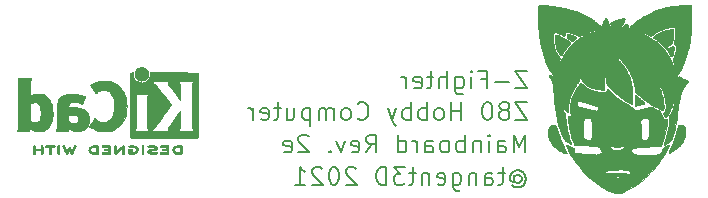
<source format=gbo>
G04 #@! TF.GenerationSoftware,KiCad,Pcbnew,5.1.10*
G04 #@! TF.CreationDate,2022-01-21T18:06:32-08:00*
G04 #@! TF.ProjectId,Z-FIGHTER_Mainboard,5a2d4649-4748-4544-9552-5f4d61696e62,rev?*
G04 #@! TF.SameCoordinates,Original*
G04 #@! TF.FileFunction,Legend,Bot*
G04 #@! TF.FilePolarity,Positive*
%FSLAX46Y46*%
G04 Gerber Fmt 4.6, Leading zero omitted, Abs format (unit mm)*
G04 Created by KiCad (PCBNEW 5.1.10) date 2022-01-21 18:06:32*
%MOMM*%
%LPD*%
G01*
G04 APERTURE LIST*
%ADD10C,0.200000*%
%ADD11C,0.010000*%
G04 APERTURE END LIST*
D10*
X135158799Y-52289971D02*
X135158799Y-50789971D01*
X134658799Y-51861400D01*
X134158799Y-50789971D01*
X134158799Y-52289971D01*
X132801656Y-52289971D02*
X132801656Y-51504257D01*
X132873085Y-51361400D01*
X133015942Y-51289971D01*
X133301656Y-51289971D01*
X133444514Y-51361400D01*
X132801656Y-52218542D02*
X132944514Y-52289971D01*
X133301656Y-52289971D01*
X133444514Y-52218542D01*
X133515942Y-52075685D01*
X133515942Y-51932828D01*
X133444514Y-51789971D01*
X133301656Y-51718542D01*
X132944514Y-51718542D01*
X132801656Y-51647114D01*
X132087371Y-52289971D02*
X132087371Y-51289971D01*
X132087371Y-50789971D02*
X132158799Y-50861400D01*
X132087371Y-50932828D01*
X132015942Y-50861400D01*
X132087371Y-50789971D01*
X132087371Y-50932828D01*
X131373085Y-51289971D02*
X131373085Y-52289971D01*
X131373085Y-51432828D02*
X131301656Y-51361400D01*
X131158799Y-51289971D01*
X130944514Y-51289971D01*
X130801656Y-51361400D01*
X130730228Y-51504257D01*
X130730228Y-52289971D01*
X130015942Y-52289971D02*
X130015942Y-50789971D01*
X130015942Y-51361400D02*
X129873085Y-51289971D01*
X129587371Y-51289971D01*
X129444514Y-51361400D01*
X129373085Y-51432828D01*
X129301656Y-51575685D01*
X129301656Y-52004257D01*
X129373085Y-52147114D01*
X129444514Y-52218542D01*
X129587371Y-52289971D01*
X129873085Y-52289971D01*
X130015942Y-52218542D01*
X128444514Y-52289971D02*
X128587371Y-52218542D01*
X128658799Y-52147114D01*
X128730228Y-52004257D01*
X128730228Y-51575685D01*
X128658799Y-51432828D01*
X128587371Y-51361400D01*
X128444514Y-51289971D01*
X128230228Y-51289971D01*
X128087371Y-51361400D01*
X128015942Y-51432828D01*
X127944514Y-51575685D01*
X127944514Y-52004257D01*
X128015942Y-52147114D01*
X128087371Y-52218542D01*
X128230228Y-52289971D01*
X128444514Y-52289971D01*
X126658799Y-52289971D02*
X126658799Y-51504257D01*
X126730228Y-51361400D01*
X126873085Y-51289971D01*
X127158799Y-51289971D01*
X127301656Y-51361400D01*
X126658799Y-52218542D02*
X126801656Y-52289971D01*
X127158799Y-52289971D01*
X127301656Y-52218542D01*
X127373085Y-52075685D01*
X127373085Y-51932828D01*
X127301656Y-51789971D01*
X127158799Y-51718542D01*
X126801656Y-51718542D01*
X126658799Y-51647114D01*
X125944514Y-52289971D02*
X125944514Y-51289971D01*
X125944514Y-51575685D02*
X125873085Y-51432828D01*
X125801656Y-51361400D01*
X125658799Y-51289971D01*
X125515942Y-51289971D01*
X124373085Y-52289971D02*
X124373085Y-50789971D01*
X124373085Y-52218542D02*
X124515942Y-52289971D01*
X124801656Y-52289971D01*
X124944514Y-52218542D01*
X125015942Y-52147114D01*
X125087371Y-52004257D01*
X125087371Y-51575685D01*
X125015942Y-51432828D01*
X124944514Y-51361400D01*
X124801656Y-51289971D01*
X124515942Y-51289971D01*
X124373085Y-51361400D01*
X121658799Y-52289971D02*
X122158799Y-51575685D01*
X122515942Y-52289971D02*
X122515942Y-50789971D01*
X121944514Y-50789971D01*
X121801656Y-50861400D01*
X121730228Y-50932828D01*
X121658799Y-51075685D01*
X121658799Y-51289971D01*
X121730228Y-51432828D01*
X121801656Y-51504257D01*
X121944514Y-51575685D01*
X122515942Y-51575685D01*
X120444514Y-52218542D02*
X120587371Y-52289971D01*
X120873085Y-52289971D01*
X121015942Y-52218542D01*
X121087371Y-52075685D01*
X121087371Y-51504257D01*
X121015942Y-51361400D01*
X120873085Y-51289971D01*
X120587371Y-51289971D01*
X120444514Y-51361400D01*
X120373085Y-51504257D01*
X120373085Y-51647114D01*
X121087371Y-51789971D01*
X119873085Y-51289971D02*
X119515942Y-52289971D01*
X119158799Y-51289971D01*
X118587371Y-52147114D02*
X118515942Y-52218542D01*
X118587371Y-52289971D01*
X118658799Y-52218542D01*
X118587371Y-52147114D01*
X118587371Y-52289971D01*
X116801656Y-50932828D02*
X116730228Y-50861400D01*
X116587371Y-50789971D01*
X116230228Y-50789971D01*
X116087371Y-50861400D01*
X116015942Y-50932828D01*
X115944514Y-51075685D01*
X115944514Y-51218542D01*
X116015942Y-51432828D01*
X116873085Y-52289971D01*
X115944514Y-52289971D01*
X114730228Y-52218542D02*
X114873085Y-52289971D01*
X115158799Y-52289971D01*
X115301656Y-52218542D01*
X115373085Y-52075685D01*
X115373085Y-51504257D01*
X115301656Y-51361400D01*
X115158799Y-51289971D01*
X114873085Y-51289971D01*
X114730228Y-51361400D01*
X114658799Y-51504257D01*
X114658799Y-51647114D01*
X115373085Y-51789971D01*
X135301656Y-45374971D02*
X134301656Y-45374971D01*
X135301656Y-46874971D01*
X134301656Y-46874971D01*
X133730228Y-46303542D02*
X132587370Y-46303542D01*
X131373085Y-46089257D02*
X131873085Y-46089257D01*
X131873085Y-46874971D02*
X131873085Y-45374971D01*
X131158799Y-45374971D01*
X130587370Y-46874971D02*
X130587370Y-45874971D01*
X130587370Y-45374971D02*
X130658799Y-45446400D01*
X130587370Y-45517828D01*
X130515942Y-45446400D01*
X130587370Y-45374971D01*
X130587370Y-45517828D01*
X129230228Y-45874971D02*
X129230228Y-47089257D01*
X129301656Y-47232114D01*
X129373085Y-47303542D01*
X129515942Y-47374971D01*
X129730228Y-47374971D01*
X129873085Y-47303542D01*
X129230228Y-46803542D02*
X129373085Y-46874971D01*
X129658799Y-46874971D01*
X129801656Y-46803542D01*
X129873085Y-46732114D01*
X129944513Y-46589257D01*
X129944513Y-46160685D01*
X129873085Y-46017828D01*
X129801656Y-45946400D01*
X129658799Y-45874971D01*
X129373085Y-45874971D01*
X129230228Y-45946400D01*
X128515942Y-46874971D02*
X128515942Y-45374971D01*
X127873085Y-46874971D02*
X127873085Y-46089257D01*
X127944513Y-45946400D01*
X128087370Y-45874971D01*
X128301656Y-45874971D01*
X128444513Y-45946400D01*
X128515942Y-46017828D01*
X127373085Y-45874971D02*
X126801656Y-45874971D01*
X127158799Y-45374971D02*
X127158799Y-46660685D01*
X127087370Y-46803542D01*
X126944513Y-46874971D01*
X126801656Y-46874971D01*
X125730228Y-46803542D02*
X125873085Y-46874971D01*
X126158799Y-46874971D01*
X126301656Y-46803542D01*
X126373085Y-46660685D01*
X126373085Y-46089257D01*
X126301656Y-45946400D01*
X126158799Y-45874971D01*
X125873085Y-45874971D01*
X125730228Y-45946400D01*
X125658799Y-46089257D01*
X125658799Y-46232114D01*
X126373085Y-46374971D01*
X125015942Y-46874971D02*
X125015942Y-45874971D01*
X125015942Y-46160685D02*
X124944513Y-46017828D01*
X124873085Y-45946400D01*
X124730228Y-45874971D01*
X124587370Y-45874971D01*
X135301657Y-48044971D02*
X134301657Y-48044971D01*
X135301657Y-49544971D01*
X134301657Y-49544971D01*
X133515943Y-48687828D02*
X133658800Y-48616400D01*
X133730228Y-48544971D01*
X133801657Y-48402114D01*
X133801657Y-48330685D01*
X133730228Y-48187828D01*
X133658800Y-48116400D01*
X133515943Y-48044971D01*
X133230228Y-48044971D01*
X133087371Y-48116400D01*
X133015943Y-48187828D01*
X132944514Y-48330685D01*
X132944514Y-48402114D01*
X133015943Y-48544971D01*
X133087371Y-48616400D01*
X133230228Y-48687828D01*
X133515943Y-48687828D01*
X133658800Y-48759257D01*
X133730228Y-48830685D01*
X133801657Y-48973542D01*
X133801657Y-49259257D01*
X133730228Y-49402114D01*
X133658800Y-49473542D01*
X133515943Y-49544971D01*
X133230228Y-49544971D01*
X133087371Y-49473542D01*
X133015943Y-49402114D01*
X132944514Y-49259257D01*
X132944514Y-48973542D01*
X133015943Y-48830685D01*
X133087371Y-48759257D01*
X133230228Y-48687828D01*
X132015943Y-48044971D02*
X131873085Y-48044971D01*
X131730228Y-48116400D01*
X131658800Y-48187828D01*
X131587371Y-48330685D01*
X131515943Y-48616400D01*
X131515943Y-48973542D01*
X131587371Y-49259257D01*
X131658800Y-49402114D01*
X131730228Y-49473542D01*
X131873085Y-49544971D01*
X132015943Y-49544971D01*
X132158800Y-49473542D01*
X132230228Y-49402114D01*
X132301657Y-49259257D01*
X132373085Y-48973542D01*
X132373085Y-48616400D01*
X132301657Y-48330685D01*
X132230228Y-48187828D01*
X132158800Y-48116400D01*
X132015943Y-48044971D01*
X129730228Y-49544971D02*
X129730228Y-48044971D01*
X129730228Y-48759257D02*
X128873085Y-48759257D01*
X128873085Y-49544971D02*
X128873085Y-48044971D01*
X127944514Y-49544971D02*
X128087371Y-49473542D01*
X128158800Y-49402114D01*
X128230228Y-49259257D01*
X128230228Y-48830685D01*
X128158800Y-48687828D01*
X128087371Y-48616400D01*
X127944514Y-48544971D01*
X127730228Y-48544971D01*
X127587371Y-48616400D01*
X127515943Y-48687828D01*
X127444514Y-48830685D01*
X127444514Y-49259257D01*
X127515943Y-49402114D01*
X127587371Y-49473542D01*
X127730228Y-49544971D01*
X127944514Y-49544971D01*
X126801657Y-49544971D02*
X126801657Y-48044971D01*
X126801657Y-48616400D02*
X126658800Y-48544971D01*
X126373085Y-48544971D01*
X126230228Y-48616400D01*
X126158800Y-48687828D01*
X126087371Y-48830685D01*
X126087371Y-49259257D01*
X126158800Y-49402114D01*
X126230228Y-49473542D01*
X126373085Y-49544971D01*
X126658800Y-49544971D01*
X126801657Y-49473542D01*
X125444514Y-49544971D02*
X125444514Y-48044971D01*
X125444514Y-48616400D02*
X125301657Y-48544971D01*
X125015943Y-48544971D01*
X124873085Y-48616400D01*
X124801657Y-48687828D01*
X124730228Y-48830685D01*
X124730228Y-49259257D01*
X124801657Y-49402114D01*
X124873085Y-49473542D01*
X125015943Y-49544971D01*
X125301657Y-49544971D01*
X125444514Y-49473542D01*
X124230228Y-48544971D02*
X123873085Y-49544971D01*
X123515943Y-48544971D02*
X123873085Y-49544971D01*
X124015943Y-49902114D01*
X124087371Y-49973542D01*
X124230228Y-50044971D01*
X120944514Y-49402114D02*
X121015943Y-49473542D01*
X121230228Y-49544971D01*
X121373085Y-49544971D01*
X121587371Y-49473542D01*
X121730228Y-49330685D01*
X121801657Y-49187828D01*
X121873085Y-48902114D01*
X121873085Y-48687828D01*
X121801657Y-48402114D01*
X121730228Y-48259257D01*
X121587371Y-48116400D01*
X121373085Y-48044971D01*
X121230228Y-48044971D01*
X121015943Y-48116400D01*
X120944514Y-48187828D01*
X120087371Y-49544971D02*
X120230228Y-49473542D01*
X120301657Y-49402114D01*
X120373085Y-49259257D01*
X120373085Y-48830685D01*
X120301657Y-48687828D01*
X120230228Y-48616400D01*
X120087371Y-48544971D01*
X119873085Y-48544971D01*
X119730228Y-48616400D01*
X119658800Y-48687828D01*
X119587371Y-48830685D01*
X119587371Y-49259257D01*
X119658800Y-49402114D01*
X119730228Y-49473542D01*
X119873085Y-49544971D01*
X120087371Y-49544971D01*
X118944514Y-49544971D02*
X118944514Y-48544971D01*
X118944514Y-48687828D02*
X118873085Y-48616400D01*
X118730228Y-48544971D01*
X118515943Y-48544971D01*
X118373085Y-48616400D01*
X118301657Y-48759257D01*
X118301657Y-49544971D01*
X118301657Y-48759257D02*
X118230228Y-48616400D01*
X118087371Y-48544971D01*
X117873085Y-48544971D01*
X117730228Y-48616400D01*
X117658800Y-48759257D01*
X117658800Y-49544971D01*
X116944514Y-48544971D02*
X116944514Y-50044971D01*
X116944514Y-48616400D02*
X116801657Y-48544971D01*
X116515943Y-48544971D01*
X116373085Y-48616400D01*
X116301657Y-48687828D01*
X116230228Y-48830685D01*
X116230228Y-49259257D01*
X116301657Y-49402114D01*
X116373085Y-49473542D01*
X116515943Y-49544971D01*
X116801657Y-49544971D01*
X116944514Y-49473542D01*
X114944514Y-48544971D02*
X114944514Y-49544971D01*
X115587371Y-48544971D02*
X115587371Y-49330685D01*
X115515943Y-49473542D01*
X115373085Y-49544971D01*
X115158800Y-49544971D01*
X115015943Y-49473542D01*
X114944514Y-49402114D01*
X114444514Y-48544971D02*
X113873085Y-48544971D01*
X114230228Y-48044971D02*
X114230228Y-49330685D01*
X114158800Y-49473542D01*
X114015943Y-49544971D01*
X113873085Y-49544971D01*
X112801657Y-49473542D02*
X112944514Y-49544971D01*
X113230228Y-49544971D01*
X113373085Y-49473542D01*
X113444514Y-49330685D01*
X113444514Y-48759257D01*
X113373085Y-48616400D01*
X113230228Y-48544971D01*
X112944514Y-48544971D01*
X112801657Y-48616400D01*
X112730228Y-48759257D01*
X112730228Y-48902114D01*
X113444514Y-49044971D01*
X112087371Y-49544971D02*
X112087371Y-48544971D01*
X112087371Y-48830685D02*
X112015943Y-48687828D01*
X111944514Y-48616400D01*
X111801657Y-48544971D01*
X111658800Y-48544971D01*
X134230228Y-54320685D02*
X134301656Y-54249257D01*
X134444514Y-54177828D01*
X134587371Y-54177828D01*
X134730228Y-54249257D01*
X134801656Y-54320685D01*
X134873085Y-54463542D01*
X134873085Y-54606400D01*
X134801656Y-54749257D01*
X134730228Y-54820685D01*
X134587371Y-54892114D01*
X134444514Y-54892114D01*
X134301656Y-54820685D01*
X134230228Y-54749257D01*
X134230228Y-54177828D02*
X134230228Y-54749257D01*
X134158799Y-54820685D01*
X134087371Y-54820685D01*
X133944514Y-54749257D01*
X133873085Y-54606400D01*
X133873085Y-54249257D01*
X134015942Y-54034971D01*
X134230228Y-53892114D01*
X134515942Y-53820685D01*
X134801656Y-53892114D01*
X135015942Y-54034971D01*
X135158799Y-54249257D01*
X135230228Y-54534971D01*
X135158799Y-54820685D01*
X135015942Y-55034971D01*
X134801656Y-55177828D01*
X134515942Y-55249257D01*
X134230228Y-55177828D01*
X134015942Y-55034971D01*
X133444514Y-54034971D02*
X132873085Y-54034971D01*
X133230228Y-53534971D02*
X133230228Y-54820685D01*
X133158799Y-54963542D01*
X133015942Y-55034971D01*
X132873085Y-55034971D01*
X131730228Y-55034971D02*
X131730228Y-54249257D01*
X131801656Y-54106400D01*
X131944514Y-54034971D01*
X132230228Y-54034971D01*
X132373085Y-54106400D01*
X131730228Y-54963542D02*
X131873085Y-55034971D01*
X132230228Y-55034971D01*
X132373085Y-54963542D01*
X132444514Y-54820685D01*
X132444514Y-54677828D01*
X132373085Y-54534971D01*
X132230228Y-54463542D01*
X131873085Y-54463542D01*
X131730228Y-54392114D01*
X131015942Y-54034971D02*
X131015942Y-55034971D01*
X131015942Y-54177828D02*
X130944514Y-54106400D01*
X130801656Y-54034971D01*
X130587371Y-54034971D01*
X130444514Y-54106400D01*
X130373085Y-54249257D01*
X130373085Y-55034971D01*
X129015942Y-54034971D02*
X129015942Y-55249257D01*
X129087371Y-55392114D01*
X129158799Y-55463542D01*
X129301656Y-55534971D01*
X129515942Y-55534971D01*
X129658799Y-55463542D01*
X129015942Y-54963542D02*
X129158799Y-55034971D01*
X129444514Y-55034971D01*
X129587371Y-54963542D01*
X129658799Y-54892114D01*
X129730228Y-54749257D01*
X129730228Y-54320685D01*
X129658799Y-54177828D01*
X129587371Y-54106400D01*
X129444514Y-54034971D01*
X129158799Y-54034971D01*
X129015942Y-54106400D01*
X127730228Y-54963542D02*
X127873085Y-55034971D01*
X128158799Y-55034971D01*
X128301656Y-54963542D01*
X128373085Y-54820685D01*
X128373085Y-54249257D01*
X128301656Y-54106400D01*
X128158799Y-54034971D01*
X127873085Y-54034971D01*
X127730228Y-54106400D01*
X127658799Y-54249257D01*
X127658799Y-54392114D01*
X128373085Y-54534971D01*
X127015942Y-54034971D02*
X127015942Y-55034971D01*
X127015942Y-54177828D02*
X126944514Y-54106400D01*
X126801656Y-54034971D01*
X126587371Y-54034971D01*
X126444514Y-54106400D01*
X126373085Y-54249257D01*
X126373085Y-55034971D01*
X125873085Y-54034971D02*
X125301656Y-54034971D01*
X125658799Y-53534971D02*
X125658799Y-54820685D01*
X125587371Y-54963542D01*
X125444514Y-55034971D01*
X125301656Y-55034971D01*
X124944514Y-53534971D02*
X124015942Y-53534971D01*
X124515942Y-54106400D01*
X124301656Y-54106400D01*
X124158799Y-54177828D01*
X124087371Y-54249257D01*
X124015942Y-54392114D01*
X124015942Y-54749257D01*
X124087371Y-54892114D01*
X124158799Y-54963542D01*
X124301656Y-55034971D01*
X124730228Y-55034971D01*
X124873085Y-54963542D01*
X124944514Y-54892114D01*
X123373085Y-55034971D02*
X123373085Y-53534971D01*
X123015942Y-53534971D01*
X122801656Y-53606400D01*
X122658799Y-53749257D01*
X122587371Y-53892114D01*
X122515942Y-54177828D01*
X122515942Y-54392114D01*
X122587371Y-54677828D01*
X122658799Y-54820685D01*
X122801656Y-54963542D01*
X123015942Y-55034971D01*
X123373085Y-55034971D01*
X120801656Y-53677828D02*
X120730228Y-53606400D01*
X120587371Y-53534971D01*
X120230228Y-53534971D01*
X120087371Y-53606400D01*
X120015942Y-53677828D01*
X119944514Y-53820685D01*
X119944514Y-53963542D01*
X120015942Y-54177828D01*
X120873085Y-55034971D01*
X119944514Y-55034971D01*
X119015942Y-53534971D02*
X118873085Y-53534971D01*
X118730228Y-53606400D01*
X118658799Y-53677828D01*
X118587371Y-53820685D01*
X118515942Y-54106400D01*
X118515942Y-54463542D01*
X118587371Y-54749257D01*
X118658799Y-54892114D01*
X118730228Y-54963542D01*
X118873085Y-55034971D01*
X119015942Y-55034971D01*
X119158799Y-54963542D01*
X119230228Y-54892114D01*
X119301656Y-54749257D01*
X119373085Y-54463542D01*
X119373085Y-54106400D01*
X119301656Y-53820685D01*
X119230228Y-53677828D01*
X119158799Y-53606400D01*
X119015942Y-53534971D01*
X117944514Y-53677828D02*
X117873085Y-53606400D01*
X117730228Y-53534971D01*
X117373085Y-53534971D01*
X117230228Y-53606400D01*
X117158799Y-53677828D01*
X117087371Y-53820685D01*
X117087371Y-53963542D01*
X117158799Y-54177828D01*
X118015942Y-55034971D01*
X117087371Y-55034971D01*
X115658799Y-55034971D02*
X116515942Y-55034971D01*
X116087371Y-55034971D02*
X116087371Y-53534971D01*
X116230228Y-53749257D01*
X116373085Y-53892114D01*
X116515942Y-53963542D01*
D11*
G36*
X139826656Y-46419830D02*
G01*
X139808737Y-46426637D01*
X139789713Y-46439637D01*
X139768079Y-46460200D01*
X139742331Y-46489692D01*
X139710962Y-46529481D01*
X139686855Y-46561501D01*
X139629138Y-46640108D01*
X139577025Y-46713523D01*
X139528785Y-46784476D01*
X139482687Y-46855702D01*
X139437003Y-46929933D01*
X139390001Y-47009902D01*
X139339951Y-47098342D01*
X139292987Y-47183559D01*
X139256839Y-47250133D01*
X139226957Y-47306224D01*
X139202209Y-47354328D01*
X139181467Y-47396945D01*
X139163601Y-47436573D01*
X139147482Y-47475709D01*
X139131978Y-47516853D01*
X139115961Y-47562503D01*
X139099629Y-47611144D01*
X139054658Y-47758055D01*
X139018594Y-47901661D01*
X138990859Y-48045424D01*
X138970875Y-48192807D01*
X138958066Y-48347271D01*
X138952205Y-48494647D01*
X138951018Y-48617530D01*
X138953221Y-48727227D01*
X138958901Y-48825125D01*
X138968145Y-48912608D01*
X138981039Y-48991062D01*
X138984189Y-49006382D01*
X138996317Y-49066359D01*
X139004143Y-49113908D01*
X139007568Y-49150939D01*
X139006491Y-49179360D01*
X139000814Y-49201082D01*
X138990437Y-49218014D01*
X138975259Y-49232066D01*
X138972294Y-49234235D01*
X138952761Y-49244846D01*
X138930096Y-49249565D01*
X138900764Y-49248616D01*
X138861231Y-49242223D01*
X138857663Y-49241511D01*
X138829234Y-49236351D01*
X138810630Y-49234959D01*
X138797205Y-49237390D01*
X138786692Y-49242334D01*
X138771773Y-49252168D01*
X138761142Y-49263886D01*
X138754440Y-49279711D01*
X138751310Y-49301861D01*
X138751393Y-49332557D01*
X138754330Y-49374019D01*
X138758534Y-49416819D01*
X138771911Y-49537208D01*
X138787252Y-49661873D01*
X138804226Y-49788754D01*
X138822505Y-49915795D01*
X138841756Y-50040936D01*
X138861649Y-50162120D01*
X138881855Y-50277290D01*
X138902043Y-50384387D01*
X138921882Y-50481353D01*
X138941042Y-50566130D01*
X138946925Y-50590147D01*
X138993939Y-50767399D01*
X139048281Y-50953550D01*
X139108854Y-51145156D01*
X139174561Y-51338777D01*
X139244305Y-51530971D01*
X139261141Y-51575504D01*
X139280721Y-51619504D01*
X139302012Y-51650056D01*
X139327237Y-51668235D01*
X139358619Y-51675118D01*
X139398382Y-51671782D01*
X139439643Y-51661939D01*
X139474623Y-51653599D01*
X139511181Y-51648356D01*
X139551749Y-51646209D01*
X139598761Y-51647154D01*
X139654651Y-51651190D01*
X139721852Y-51658313D01*
X139749236Y-51661627D01*
X139832207Y-51670788D01*
X139922909Y-51678567D01*
X140022938Y-51685061D01*
X140133891Y-51690366D01*
X140257365Y-51694578D01*
X140323798Y-51696293D01*
X140382407Y-51698015D01*
X140443077Y-51700415D01*
X140501930Y-51703297D01*
X140555089Y-51706464D01*
X140598678Y-51709718D01*
X140612089Y-51710953D01*
X140657714Y-51715159D01*
X140712500Y-51719722D01*
X140770686Y-51724190D01*
X140826512Y-51728110D01*
X140847412Y-51729455D01*
X140956511Y-51737232D01*
X141051469Y-51746147D01*
X141133053Y-51756323D01*
X141202029Y-51767885D01*
X141259162Y-51780955D01*
X141305220Y-51795658D01*
X141332672Y-51807686D01*
X141356698Y-51820769D01*
X141377884Y-51834880D01*
X141397492Y-51851642D01*
X141416789Y-51872674D01*
X141437038Y-51899599D01*
X141459503Y-51934037D01*
X141485450Y-51977609D01*
X141516143Y-52031937D01*
X141536881Y-52069494D01*
X141565012Y-52121143D01*
X141586318Y-52161860D01*
X141601396Y-52193684D01*
X141610841Y-52218653D01*
X141615248Y-52238803D01*
X141615214Y-52256174D01*
X141611333Y-52272803D01*
X141604201Y-52290726D01*
X141602591Y-52294308D01*
X141588657Y-52318280D01*
X141569377Y-52338164D01*
X141542419Y-52355432D01*
X141505452Y-52371558D01*
X141456144Y-52388014D01*
X141452530Y-52389108D01*
X141409876Y-52402771D01*
X141364079Y-52418756D01*
X141321771Y-52434694D01*
X141299383Y-52443862D01*
X141267937Y-52456978D01*
X141243781Y-52465369D01*
X141221629Y-52470079D01*
X141196193Y-52472154D01*
X141162187Y-52472636D01*
X141153706Y-52472634D01*
X141105252Y-52471133D01*
X141059489Y-52466194D01*
X141009573Y-52456958D01*
X140985618Y-52451567D01*
X140932013Y-52440511D01*
X140876809Y-52432395D01*
X140814883Y-52426555D01*
X140772706Y-52423883D01*
X140729680Y-52421524D01*
X140675587Y-52418535D01*
X140614279Y-52415131D01*
X140549606Y-52411525D01*
X140485419Y-52407933D01*
X140447736Y-52405816D01*
X140386687Y-52402626D01*
X140323605Y-52399766D01*
X140262128Y-52397370D01*
X140205893Y-52395571D01*
X140158536Y-52394503D01*
X140133971Y-52394264D01*
X140039147Y-52392671D01*
X139943641Y-52388414D01*
X139851553Y-52381778D01*
X139766981Y-52373045D01*
X139708147Y-52364844D01*
X139626098Y-52352248D01*
X139555353Y-52342582D01*
X139492655Y-52335432D01*
X139439206Y-52330717D01*
X139387715Y-52324512D01*
X139347838Y-52313927D01*
X139316610Y-52297855D01*
X139291314Y-52275462D01*
X139272870Y-52250611D01*
X139262518Y-52223949D01*
X139259667Y-52191989D01*
X139263726Y-52151240D01*
X139267069Y-52132132D01*
X139276170Y-52071095D01*
X139277700Y-52021418D01*
X139271295Y-51981376D01*
X139256594Y-51949241D01*
X139233233Y-51923288D01*
X139221258Y-51914165D01*
X139202506Y-51902975D01*
X139174194Y-51888208D01*
X139140569Y-51872008D01*
X139114236Y-51860127D01*
X139067089Y-51838578D01*
X139010924Y-51811384D01*
X138949577Y-51780524D01*
X138886879Y-51747974D01*
X138826666Y-51715710D01*
X138772772Y-51685711D01*
X138746798Y-51670649D01*
X138704265Y-51647663D01*
X138671057Y-51634892D01*
X138645818Y-51632107D01*
X138627189Y-51639078D01*
X138617865Y-51648897D01*
X138611442Y-51660119D01*
X138607667Y-51672852D01*
X138606966Y-51688269D01*
X138609767Y-51707544D01*
X138616494Y-51731852D01*
X138627575Y-51762366D01*
X138643435Y-51800261D01*
X138664501Y-51846711D01*
X138691198Y-51902890D01*
X138723954Y-51969971D01*
X138763072Y-52048884D01*
X138858827Y-52234799D01*
X138956049Y-52410347D01*
X139057434Y-52580051D01*
X139165674Y-52748435D01*
X139273597Y-52906029D01*
X139366726Y-53037901D01*
X139452554Y-53158341D01*
X139531931Y-53268440D01*
X139605704Y-53369289D01*
X139674723Y-53461979D01*
X139739836Y-53547603D01*
X139801891Y-53627250D01*
X139861737Y-53702013D01*
X139920223Y-53772982D01*
X139978197Y-53841248D01*
X140036508Y-53907904D01*
X140096004Y-53974039D01*
X140148370Y-54030905D01*
X140250767Y-54136412D01*
X140366137Y-54246820D01*
X140493599Y-54361436D01*
X140632272Y-54479568D01*
X140781275Y-54600522D01*
X140939726Y-54723606D01*
X141106744Y-54848128D01*
X141281448Y-54973394D01*
X141462956Y-55098712D01*
X141650387Y-55223389D01*
X141736412Y-55279090D01*
X141821426Y-55333315D01*
X141895361Y-55379659D01*
X141959386Y-55418800D01*
X142014671Y-55451413D01*
X142062383Y-55478176D01*
X142103693Y-55499766D01*
X142139768Y-55516860D01*
X142165971Y-55527882D01*
X142196248Y-55540109D01*
X142234133Y-55555823D01*
X142273558Y-55572492D01*
X142292971Y-55580836D01*
X142423592Y-55632614D01*
X142561722Y-55678577D01*
X142678994Y-55711102D01*
X142727523Y-55722968D01*
X142766296Y-55731419D01*
X142799930Y-55737120D01*
X142833043Y-55740737D01*
X142870251Y-55742936D01*
X142908464Y-55744185D01*
X142950520Y-55745023D01*
X142990148Y-55745326D01*
X143023545Y-55745098D01*
X143046907Y-55744343D01*
X143051236Y-55744029D01*
X143118822Y-55736238D01*
X143182764Y-55724973D01*
X143246248Y-55709324D01*
X143312460Y-55688384D01*
X143384586Y-55661244D01*
X143465810Y-55626996D01*
X143473324Y-55623690D01*
X143713157Y-55511525D01*
X143953557Y-55386769D01*
X144191284Y-55251275D01*
X144423095Y-55106899D01*
X144645750Y-54955497D01*
X144665608Y-54941317D01*
X144883828Y-54777334D01*
X145101617Y-54598667D01*
X145318702Y-54405573D01*
X145386733Y-54340325D01*
X143148353Y-54340325D01*
X143145953Y-54363041D01*
X143136554Y-54381006D01*
X143123211Y-54395437D01*
X143096960Y-54415491D01*
X143064878Y-54429177D01*
X143024273Y-54437246D01*
X142972449Y-54440452D01*
X142961589Y-54440571D01*
X142921106Y-54439781D01*
X142891424Y-54436610D01*
X142868516Y-54430526D01*
X142860427Y-54427193D01*
X142825161Y-54405309D01*
X142802169Y-54378667D01*
X142791665Y-54349459D01*
X142793861Y-54319875D01*
X142808970Y-54292107D01*
X142837205Y-54268345D01*
X142844586Y-54264193D01*
X142865013Y-54257932D01*
X142896313Y-54253532D01*
X142934646Y-54250997D01*
X142976169Y-54250328D01*
X143017044Y-54251528D01*
X143053428Y-54254599D01*
X143081481Y-54259543D01*
X143093975Y-54264050D01*
X143124462Y-54284635D01*
X143141917Y-54307531D01*
X143148246Y-54335409D01*
X143148353Y-54340325D01*
X145386733Y-54340325D01*
X145534809Y-54198309D01*
X145740943Y-53986108D01*
X144062992Y-53986108D01*
X144061760Y-54022783D01*
X144046959Y-54057785D01*
X144027227Y-54081600D01*
X144001498Y-54102574D01*
X143973329Y-54116868D01*
X143941000Y-54124472D01*
X143902790Y-54125378D01*
X143856980Y-54119576D01*
X143801851Y-54107056D01*
X143735681Y-54087809D01*
X143710804Y-54079874D01*
X143663807Y-54064876D01*
X143625254Y-54053428D01*
X143591062Y-54044664D01*
X143557146Y-54037717D01*
X143519422Y-54031719D01*
X143473807Y-54025803D01*
X143434392Y-54021177D01*
X143400309Y-54017373D01*
X143368836Y-54014182D01*
X143338275Y-54011552D01*
X143306930Y-54009429D01*
X143273106Y-54007762D01*
X143235106Y-54006499D01*
X143191235Y-54005586D01*
X143139794Y-54004973D01*
X143079090Y-54004607D01*
X143007424Y-54004435D01*
X142923102Y-54004405D01*
X142890618Y-54004418D01*
X142798560Y-54004538D01*
X142719933Y-54004817D01*
X142653231Y-54005297D01*
X142596945Y-54006015D01*
X142549565Y-54007014D01*
X142509585Y-54008331D01*
X142475494Y-54010008D01*
X142445786Y-54012083D01*
X142418952Y-54014597D01*
X142393824Y-54017547D01*
X142348409Y-54022787D01*
X142294107Y-54028163D01*
X142236960Y-54033123D01*
X142183006Y-54037117D01*
X142169706Y-54037963D01*
X142123874Y-54041019D01*
X142079165Y-54044477D01*
X142039506Y-54048000D01*
X142008829Y-54051250D01*
X141997883Y-54052698D01*
X141938485Y-54059187D01*
X141888806Y-54059687D01*
X141850278Y-54054258D01*
X141827927Y-54045376D01*
X141811477Y-54032866D01*
X141804719Y-54018153D01*
X141803647Y-54001354D01*
X141807387Y-53979809D01*
X141819610Y-53959572D01*
X141841818Y-53939236D01*
X141875515Y-53917391D01*
X141916830Y-53895317D01*
X141968447Y-53871743D01*
X142025389Y-53850464D01*
X142088556Y-53831354D01*
X142158847Y-53814285D01*
X142237162Y-53799129D01*
X142324401Y-53785759D01*
X142421463Y-53774046D01*
X142529249Y-53763864D01*
X142648658Y-53755085D01*
X142780589Y-53747582D01*
X142925944Y-53741225D01*
X143028824Y-53737624D01*
X143119676Y-53735003D01*
X143198336Y-53733513D01*
X143267523Y-53733316D01*
X143329953Y-53734574D01*
X143388345Y-53737450D01*
X143445418Y-53742105D01*
X143503888Y-53748702D01*
X143566474Y-53757403D01*
X143635893Y-53768370D01*
X143686236Y-53776836D01*
X143745451Y-53787279D01*
X143792714Y-53796530D01*
X143830879Y-53805393D01*
X143862798Y-53814675D01*
X143891326Y-53825183D01*
X143919317Y-53837722D01*
X143941912Y-53849068D01*
X143990115Y-53879241D01*
X144026686Y-53913018D01*
X144051139Y-53949080D01*
X144062992Y-53986108D01*
X145740943Y-53986108D01*
X145749663Y-53977132D01*
X145962991Y-53742298D01*
X146043754Y-53649353D01*
X146105083Y-53576816D01*
X146170275Y-53497684D01*
X146238401Y-53413209D01*
X146308530Y-53324645D01*
X146379731Y-53233245D01*
X146451074Y-53140261D01*
X146521628Y-53046947D01*
X146590463Y-52954555D01*
X146656649Y-52864340D01*
X146719254Y-52777552D01*
X146777348Y-52695446D01*
X146830001Y-52619275D01*
X146876282Y-52550291D01*
X146915261Y-52489748D01*
X146946007Y-52438898D01*
X146956401Y-52420441D01*
X147020130Y-52303133D01*
X147077056Y-52196514D01*
X147128218Y-52098556D01*
X147174657Y-52007232D01*
X147217411Y-51920512D01*
X147257520Y-51836369D01*
X147274919Y-51798945D01*
X147297810Y-51745760D01*
X147311955Y-51703855D01*
X147317358Y-51672399D01*
X147314025Y-51650562D01*
X147301963Y-51637516D01*
X147281178Y-51632429D01*
X147276075Y-51632294D01*
X147256211Y-51637124D01*
X147225461Y-51651662D01*
X147183676Y-51675983D01*
X147174849Y-51681483D01*
X147142114Y-51701033D01*
X147099784Y-51724811D01*
X147051785Y-51750693D01*
X147002047Y-51776553D01*
X146961269Y-51796964D01*
X146901245Y-51827217D01*
X146853603Y-51853902D01*
X146816845Y-51878983D01*
X146789471Y-51904419D01*
X146769983Y-51932175D01*
X146756883Y-51964211D01*
X146748672Y-52002491D01*
X146743852Y-52048975D01*
X146741839Y-52084264D01*
X146739375Y-52128561D01*
X146735727Y-52162470D01*
X146729408Y-52189896D01*
X146718930Y-52214745D01*
X146702805Y-52240923D01*
X146679544Y-52272336D01*
X146661325Y-52295598D01*
X146623345Y-52339281D01*
X146582472Y-52378603D01*
X146541855Y-52410856D01*
X146504643Y-52433330D01*
X146497356Y-52436639D01*
X146476756Y-52442455D01*
X146444927Y-52447918D01*
X146405578Y-52452464D01*
X146379383Y-52454552D01*
X146334915Y-52458118D01*
X146287038Y-52462948D01*
X146242655Y-52468303D01*
X146218765Y-52471745D01*
X146156617Y-52480092D01*
X146085678Y-52486761D01*
X146005009Y-52491781D01*
X145913672Y-52495184D01*
X145810729Y-52496999D01*
X145695243Y-52497256D01*
X145566273Y-52495986D01*
X145499845Y-52494853D01*
X145416811Y-52493372D01*
X145327143Y-52491961D01*
X145234376Y-52490664D01*
X145142042Y-52489523D01*
X145053677Y-52488581D01*
X144972812Y-52487884D01*
X144902982Y-52487473D01*
X144896471Y-52487448D01*
X144808829Y-52486846D01*
X144734264Y-52485525D01*
X144670918Y-52483201D01*
X144616933Y-52479591D01*
X144570450Y-52474413D01*
X144529613Y-52467383D01*
X144492563Y-52458218D01*
X144457441Y-52446636D01*
X144422391Y-52432354D01*
X144385554Y-52415087D01*
X144369794Y-52407227D01*
X144335841Y-52390814D01*
X144296301Y-52372782D01*
X144259515Y-52356931D01*
X144258212Y-52356393D01*
X144202256Y-52328308D01*
X144160013Y-52295364D01*
X144130784Y-52256637D01*
X144113866Y-52211203D01*
X144108557Y-52158970D01*
X144112792Y-52105809D01*
X144124483Y-52055350D01*
X144142404Y-52011361D01*
X144165332Y-51977608D01*
X144168651Y-51974133D01*
X144190609Y-51954387D01*
X144214260Y-51938395D01*
X144241920Y-51925378D01*
X144275904Y-51914555D01*
X144318529Y-51905147D01*
X144372110Y-51896375D01*
X144418353Y-51890069D01*
X144464296Y-51883442D01*
X144514488Y-51875076D01*
X144561891Y-51866193D01*
X144590177Y-51860203D01*
X144627928Y-51852628D01*
X144674940Y-51844685D01*
X144725586Y-51837251D01*
X144774237Y-51831204D01*
X144780677Y-51830507D01*
X144820712Y-51826051D01*
X144855973Y-51821727D01*
X144883542Y-51817924D01*
X144900502Y-51815029D01*
X144903941Y-51814108D01*
X144916053Y-51812138D01*
X144942928Y-51810006D01*
X144984387Y-51807717D01*
X145012388Y-51806495D01*
X143504943Y-51806495D01*
X143493299Y-51839291D01*
X143467241Y-51875657D01*
X143435245Y-51908069D01*
X143360747Y-51968868D01*
X143283724Y-52016649D01*
X143201830Y-52052428D01*
X143112721Y-52077223D01*
X143014054Y-52092050D01*
X143010147Y-52092425D01*
X142977669Y-52095637D01*
X142939892Y-52099595D01*
X142913030Y-52102545D01*
X142835714Y-52108612D01*
X142763136Y-52109126D01*
X142698504Y-52104172D01*
X142650887Y-52095394D01*
X142574076Y-52070439D01*
X142504059Y-52036870D01*
X142443812Y-51996234D01*
X142419545Y-51974969D01*
X142389561Y-51942688D01*
X142364187Y-51908716D01*
X142345430Y-51876267D01*
X142335299Y-51848554D01*
X142334087Y-51838136D01*
X142340811Y-51812324D01*
X142358724Y-51786748D01*
X142384569Y-51765463D01*
X142398261Y-51758214D01*
X142411550Y-51752637D01*
X142423830Y-51748902D01*
X142437278Y-51747234D01*
X142454071Y-51747857D01*
X142476384Y-51750996D01*
X142506396Y-51756876D01*
X142546282Y-51765722D01*
X142598218Y-51777759D01*
X142606736Y-51779749D01*
X142660381Y-51792200D01*
X142702819Y-51801624D01*
X142737381Y-51808449D01*
X142767394Y-51813105D01*
X142796190Y-51816020D01*
X142827097Y-51817624D01*
X142863444Y-51818346D01*
X142908403Y-51818613D01*
X142990793Y-51817243D01*
X143063426Y-51811996D01*
X143131155Y-51802142D01*
X143198828Y-51786947D01*
X143271298Y-51765680D01*
X143281889Y-51762246D01*
X143338341Y-51744875D01*
X143383223Y-51733857D01*
X143418438Y-51729091D01*
X143445891Y-51730473D01*
X143467485Y-51737900D01*
X143485104Y-51751249D01*
X143502202Y-51777178D01*
X143504943Y-51806495D01*
X145012388Y-51806495D01*
X145040252Y-51805279D01*
X145110346Y-51802697D01*
X145194491Y-51799977D01*
X145292509Y-51797127D01*
X145404222Y-51794152D01*
X145529452Y-51791059D01*
X145583765Y-51789779D01*
X145663713Y-51787762D01*
X145746821Y-51785382D01*
X145830263Y-51782739D01*
X145911212Y-51779931D01*
X145986842Y-51777059D01*
X146054325Y-51774223D01*
X146110835Y-51771522D01*
X146129866Y-51770495D01*
X146190716Y-51767327D01*
X146253795Y-51764507D01*
X146315383Y-51762167D01*
X146371757Y-51760442D01*
X146419195Y-51759465D01*
X146442003Y-51759294D01*
X146494648Y-51758746D01*
X146534768Y-51756664D01*
X146564750Y-51752389D01*
X146586985Y-51745265D01*
X146603862Y-51734633D01*
X146617770Y-51719836D01*
X146625650Y-51708736D01*
X146635477Y-51690083D01*
X146649060Y-51658661D01*
X146665883Y-51616020D01*
X146685430Y-51563707D01*
X146707185Y-51503273D01*
X146730632Y-51436265D01*
X146755254Y-51364233D01*
X146780536Y-51288726D01*
X146805963Y-51211292D01*
X146831017Y-51133481D01*
X146855183Y-51056840D01*
X146877944Y-50982920D01*
X146898786Y-50913269D01*
X146917192Y-50849435D01*
X146932645Y-50792968D01*
X146939250Y-50767399D01*
X146950574Y-50723177D01*
X146964533Y-50669805D01*
X146979739Y-50612525D01*
X146994805Y-50556576D01*
X147003038Y-50526414D01*
X147049740Y-50344304D01*
X147086928Y-50172263D01*
X147098051Y-50107116D01*
X145641740Y-50107116D01*
X145641311Y-50190043D01*
X145640104Y-50270762D01*
X145638076Y-50347556D01*
X145637310Y-50369345D01*
X145633284Y-50472746D01*
X145629381Y-50562609D01*
X145625462Y-50640337D01*
X145621389Y-50707331D01*
X145617025Y-50764993D01*
X145612229Y-50814725D01*
X145606866Y-50857927D01*
X145600795Y-50896003D01*
X145593880Y-50930354D01*
X145585982Y-50962381D01*
X145576962Y-50993485D01*
X145575227Y-50999037D01*
X145551258Y-51060152D01*
X145520932Y-51109584D01*
X145482913Y-51148311D01*
X145435864Y-51177315D01*
X145378452Y-51197575D01*
X145309339Y-51210071D01*
X145284122Y-51212625D01*
X145223354Y-51215914D01*
X145170082Y-51214106D01*
X145117595Y-51206737D01*
X145079500Y-51198451D01*
X145028753Y-51182724D01*
X144989778Y-51162067D01*
X144959707Y-51134521D01*
X144937559Y-51101630D01*
X144915147Y-51060794D01*
X144911090Y-50473928D01*
X140785880Y-50473928D01*
X140785513Y-50523420D01*
X140784508Y-50569863D01*
X140782846Y-50615633D01*
X140780511Y-50663106D01*
X140777563Y-50713411D01*
X140774063Y-50770580D01*
X140770649Y-50827640D01*
X140767505Y-50881372D01*
X140764820Y-50928557D01*
X140762780Y-50965975D01*
X140761946Y-50982353D01*
X140759142Y-51019531D01*
X140754729Y-51055178D01*
X140749430Y-51084087D01*
X140746263Y-51095628D01*
X140724018Y-51138561D01*
X140689963Y-51174493D01*
X140646058Y-51202220D01*
X140594264Y-51220540D01*
X140536541Y-51228250D01*
X140529912Y-51228399D01*
X140506455Y-51227301D01*
X140472241Y-51223933D01*
X140431200Y-51218761D01*
X140387264Y-51212253D01*
X140369294Y-51209302D01*
X140299796Y-51196296D01*
X140243287Y-51182641D01*
X140197818Y-51167434D01*
X140161439Y-51149771D01*
X140132201Y-51128751D01*
X140108153Y-51103471D01*
X140092262Y-51081031D01*
X140079043Y-51058475D01*
X140068548Y-51035714D01*
X140060345Y-51010474D01*
X140054004Y-50980479D01*
X140049093Y-50943456D01*
X140045182Y-50897128D01*
X140041839Y-50839221D01*
X140040317Y-50806794D01*
X140038603Y-50756231D01*
X140037468Y-50695784D01*
X140036878Y-50626891D01*
X140036798Y-50550990D01*
X140037193Y-50469519D01*
X140038028Y-50383916D01*
X140039268Y-50295619D01*
X140040880Y-50206066D01*
X140042827Y-50116696D01*
X140045075Y-50028945D01*
X140047590Y-49944254D01*
X140050336Y-49864058D01*
X140053278Y-49789797D01*
X140056383Y-49722909D01*
X140059615Y-49664831D01*
X140062939Y-49617001D01*
X140066321Y-49580859D01*
X140069726Y-49557841D01*
X140070621Y-49554146D01*
X140087019Y-49515894D01*
X140112804Y-49478073D01*
X140143700Y-49446382D01*
X140160795Y-49433952D01*
X140196798Y-49417301D01*
X140245964Y-49403097D01*
X140306670Y-49391661D01*
X140377291Y-49383311D01*
X140440348Y-49379043D01*
X140485648Y-49377249D01*
X140519598Y-49376939D01*
X140545733Y-49378299D01*
X140567590Y-49381517D01*
X140588703Y-49386778D01*
X140589122Y-49386899D01*
X140641954Y-49407875D01*
X140682760Y-49437056D01*
X140712611Y-49475460D01*
X140732113Y-49522489D01*
X140739337Y-49554920D01*
X140746323Y-49601197D01*
X140752991Y-49660227D01*
X140759260Y-49730914D01*
X140765053Y-49812166D01*
X140770288Y-49902886D01*
X140774886Y-50001982D01*
X140778768Y-50108360D01*
X140781303Y-50197941D01*
X140783319Y-50283393D01*
X140784766Y-50356291D01*
X140785625Y-50419011D01*
X140785880Y-50473928D01*
X144911090Y-50473928D01*
X144910524Y-50392176D01*
X144909544Y-50263522D01*
X144908470Y-50146790D01*
X144907307Y-50042333D01*
X144906061Y-49950502D01*
X144904740Y-49871649D01*
X144903349Y-49806127D01*
X144901895Y-49754286D01*
X144900384Y-49716478D01*
X144898821Y-49693056D01*
X144897896Y-49686206D01*
X144890406Y-49624537D01*
X144895748Y-49569868D01*
X144913815Y-49522557D01*
X144944502Y-49482964D01*
X144962168Y-49467934D01*
X144988549Y-49451401D01*
X145020631Y-49437776D01*
X145059839Y-49426832D01*
X145107595Y-49418341D01*
X145165323Y-49412074D01*
X145234447Y-49407803D01*
X145316391Y-49405301D01*
X145356990Y-49404700D01*
X145403680Y-49404277D01*
X145438219Y-49404383D01*
X145463396Y-49405327D01*
X145481999Y-49407419D01*
X145496816Y-49410969D01*
X145510637Y-49416286D01*
X145525759Y-49423441D01*
X145562658Y-49447045D01*
X145590006Y-49478208D01*
X145609848Y-49519624D01*
X145617392Y-49544264D01*
X145622108Y-49569918D01*
X145626418Y-49608793D01*
X145630281Y-49659176D01*
X145633654Y-49719352D01*
X145636497Y-49787606D01*
X145638769Y-49862225D01*
X145640428Y-49941492D01*
X145641432Y-50023694D01*
X145641740Y-50107116D01*
X147098051Y-50107116D01*
X147114802Y-50009008D01*
X147133560Y-49853253D01*
X147143404Y-49703716D01*
X147145118Y-49612100D01*
X147144934Y-49569368D01*
X147144159Y-49538838D01*
X147142458Y-49517776D01*
X147139497Y-49503444D01*
X147134942Y-49493108D01*
X147129635Y-49485507D01*
X147108198Y-49469813D01*
X147078410Y-49465961D01*
X147041066Y-49473978D01*
X147021703Y-49481601D01*
X146982129Y-49493236D01*
X146945482Y-49491339D01*
X146910903Y-49475544D01*
X146877529Y-49445487D01*
X146849571Y-49408610D01*
X146834936Y-49384681D01*
X146815119Y-49349535D01*
X146791295Y-49305472D01*
X146764642Y-49254794D01*
X146736338Y-49199803D01*
X146707559Y-49142801D01*
X146679484Y-49086089D01*
X146653288Y-49031970D01*
X146630150Y-48982744D01*
X146617447Y-48954773D01*
X146591987Y-48899154D01*
X146569667Y-48855217D01*
X146548307Y-48820681D01*
X146525722Y-48793266D01*
X146499732Y-48770694D01*
X146468154Y-48750685D01*
X146428806Y-48730958D01*
X146384402Y-48711330D01*
X146360150Y-48700438D01*
X146324763Y-48683858D01*
X146280437Y-48662651D01*
X146229364Y-48637879D01*
X146173741Y-48610604D01*
X146115761Y-48581889D01*
X146078394Y-48563228D01*
X145844641Y-48446088D01*
X145760894Y-48446335D01*
X145734290Y-48446693D01*
X145709757Y-48447855D01*
X145684909Y-48450210D01*
X145657362Y-48454146D01*
X145624729Y-48460052D01*
X145584626Y-48468315D01*
X145534666Y-48479325D01*
X145475441Y-48492786D01*
X145334484Y-48525083D01*
X145207356Y-48554220D01*
X145093321Y-48580352D01*
X144991637Y-48603633D01*
X144901568Y-48624217D01*
X144822375Y-48642258D01*
X144753317Y-48657911D01*
X144693658Y-48671330D01*
X144642657Y-48682669D01*
X144599577Y-48692083D01*
X144563678Y-48699726D01*
X144534222Y-48705751D01*
X144510469Y-48710313D01*
X144491682Y-48713567D01*
X144477122Y-48715667D01*
X144466049Y-48716766D01*
X144457725Y-48717020D01*
X144451411Y-48716582D01*
X144446369Y-48715607D01*
X144441859Y-48714249D01*
X144437143Y-48712662D01*
X144431483Y-48711000D01*
X144430971Y-48710870D01*
X144399191Y-48699256D01*
X144372013Y-48680501D01*
X144347324Y-48652453D01*
X144323009Y-48612962D01*
X144310240Y-48588067D01*
X144287600Y-48545702D01*
X144283545Y-48539655D01*
X141333993Y-48539655D01*
X141328556Y-48598548D01*
X141313433Y-48649766D01*
X141289512Y-48691934D01*
X141257682Y-48723678D01*
X141218830Y-48743621D01*
X141199153Y-48748403D01*
X141187195Y-48749938D01*
X141173933Y-48750426D01*
X141157887Y-48749607D01*
X141137578Y-48747217D01*
X141111525Y-48742995D01*
X141078248Y-48736680D01*
X141036268Y-48728010D01*
X140984104Y-48716722D01*
X140920275Y-48702554D01*
X140847412Y-48686173D01*
X140794018Y-48674128D01*
X140728240Y-48659291D01*
X140652268Y-48642158D01*
X140568296Y-48623222D01*
X140478513Y-48602977D01*
X140385111Y-48581918D01*
X140290283Y-48560538D01*
X140196217Y-48539331D01*
X140115294Y-48521089D01*
X140011761Y-48497711D01*
X139921778Y-48477244D01*
X139844306Y-48459360D01*
X139778311Y-48443729D01*
X139722756Y-48430025D01*
X139676603Y-48417919D01*
X139638816Y-48407082D01*
X139608359Y-48397186D01*
X139584196Y-48387902D01*
X139565289Y-48378903D01*
X139550601Y-48369859D01*
X139539097Y-48360443D01*
X139529740Y-48350327D01*
X139521493Y-48339181D01*
X139516324Y-48331363D01*
X139505133Y-48312979D01*
X139498772Y-48297653D01*
X139496250Y-48280370D01*
X139496579Y-48256120D01*
X139497684Y-48236911D01*
X139504274Y-48184621D01*
X139516988Y-48126229D01*
X139534130Y-48068053D01*
X139553999Y-48016409D01*
X139560865Y-48001877D01*
X139588225Y-47961183D01*
X139613663Y-47938377D01*
X139626959Y-47929563D01*
X139640101Y-47922619D01*
X139654321Y-47917760D01*
X139670847Y-47915200D01*
X139690911Y-47915153D01*
X139715743Y-47917835D01*
X139746574Y-47923458D01*
X139784633Y-47932238D01*
X139831151Y-47944389D01*
X139887359Y-47960125D01*
X139954486Y-47979660D01*
X140033764Y-48003209D01*
X140100353Y-48023159D01*
X140186969Y-48049148D01*
X140284045Y-48078262D01*
X140387725Y-48109345D01*
X140494155Y-48141242D01*
X140599479Y-48172797D01*
X140699843Y-48202855D01*
X140791390Y-48230261D01*
X140817345Y-48238028D01*
X140889413Y-48259721D01*
X140958205Y-48280675D01*
X141022180Y-48300402D01*
X141079794Y-48318416D01*
X141129503Y-48334228D01*
X141169765Y-48347353D01*
X141199037Y-48357304D01*
X141215774Y-48363592D01*
X141217217Y-48364240D01*
X141265509Y-48394023D01*
X141301270Y-48431497D01*
X141324126Y-48476101D01*
X141333705Y-48527279D01*
X141333993Y-48539655D01*
X144283545Y-48539655D01*
X144267118Y-48515160D01*
X144251676Y-48499220D01*
X144238892Y-48491229D01*
X144214706Y-48477617D01*
X144181086Y-48459432D01*
X144140000Y-48437724D01*
X144093414Y-48413543D01*
X144043296Y-48387937D01*
X144037353Y-48384927D01*
X143892704Y-48308766D01*
X143742954Y-48224361D01*
X143591718Y-48133958D01*
X143442610Y-48039801D01*
X143299245Y-47944136D01*
X143165236Y-47849210D01*
X143114736Y-47811703D01*
X143052142Y-47763068D01*
X142981322Y-47705532D01*
X142904386Y-47640981D01*
X142823445Y-47571302D01*
X142740609Y-47498382D01*
X142657987Y-47424108D01*
X142577690Y-47350369D01*
X142501829Y-47279050D01*
X142432512Y-47212038D01*
X142371851Y-47151222D01*
X142345265Y-47123557D01*
X142292665Y-47067971D01*
X142249316Y-47022256D01*
X142214183Y-46985447D01*
X142186228Y-46956581D01*
X142164414Y-46934694D01*
X142147706Y-46918821D01*
X142135067Y-46907998D01*
X142125461Y-46901261D01*
X142117850Y-46897646D01*
X142111199Y-46896189D01*
X142104471Y-46895926D01*
X142100566Y-46895941D01*
X142079273Y-46898903D01*
X142063410Y-46909068D01*
X142051839Y-46928354D01*
X142043419Y-46958679D01*
X142037011Y-47001959D01*
X142036880Y-47003100D01*
X142028700Y-47054834D01*
X142016578Y-47094929D01*
X141999187Y-47126457D01*
X141975197Y-47152492D01*
X141970508Y-47156476D01*
X141952624Y-47169684D01*
X141933770Y-47179645D01*
X141911904Y-47186569D01*
X141884987Y-47190665D01*
X141850979Y-47192143D01*
X141807839Y-47191213D01*
X141753529Y-47188085D01*
X141701149Y-47184179D01*
X141556190Y-47171311D01*
X141422830Y-47156340D01*
X141297807Y-47138704D01*
X141177858Y-47117837D01*
X141059721Y-47093177D01*
X140940132Y-47064161D01*
X140825000Y-47032842D01*
X140675575Y-46983124D01*
X140531727Y-46920474D01*
X140392886Y-46844546D01*
X140258488Y-46754994D01*
X140127963Y-46651471D01*
X140000746Y-46533629D01*
X139988822Y-46521687D01*
X139952693Y-46485590D01*
X139924909Y-46458921D01*
X139903522Y-46440278D01*
X139886589Y-46428254D01*
X139872162Y-46421447D01*
X139858298Y-46418450D01*
X139844977Y-46417851D01*
X139826656Y-46419830D01*
G37*
X139826656Y-46419830D02*
X139808737Y-46426637D01*
X139789713Y-46439637D01*
X139768079Y-46460200D01*
X139742331Y-46489692D01*
X139710962Y-46529481D01*
X139686855Y-46561501D01*
X139629138Y-46640108D01*
X139577025Y-46713523D01*
X139528785Y-46784476D01*
X139482687Y-46855702D01*
X139437003Y-46929933D01*
X139390001Y-47009902D01*
X139339951Y-47098342D01*
X139292987Y-47183559D01*
X139256839Y-47250133D01*
X139226957Y-47306224D01*
X139202209Y-47354328D01*
X139181467Y-47396945D01*
X139163601Y-47436573D01*
X139147482Y-47475709D01*
X139131978Y-47516853D01*
X139115961Y-47562503D01*
X139099629Y-47611144D01*
X139054658Y-47758055D01*
X139018594Y-47901661D01*
X138990859Y-48045424D01*
X138970875Y-48192807D01*
X138958066Y-48347271D01*
X138952205Y-48494647D01*
X138951018Y-48617530D01*
X138953221Y-48727227D01*
X138958901Y-48825125D01*
X138968145Y-48912608D01*
X138981039Y-48991062D01*
X138984189Y-49006382D01*
X138996317Y-49066359D01*
X139004143Y-49113908D01*
X139007568Y-49150939D01*
X139006491Y-49179360D01*
X139000814Y-49201082D01*
X138990437Y-49218014D01*
X138975259Y-49232066D01*
X138972294Y-49234235D01*
X138952761Y-49244846D01*
X138930096Y-49249565D01*
X138900764Y-49248616D01*
X138861231Y-49242223D01*
X138857663Y-49241511D01*
X138829234Y-49236351D01*
X138810630Y-49234959D01*
X138797205Y-49237390D01*
X138786692Y-49242334D01*
X138771773Y-49252168D01*
X138761142Y-49263886D01*
X138754440Y-49279711D01*
X138751310Y-49301861D01*
X138751393Y-49332557D01*
X138754330Y-49374019D01*
X138758534Y-49416819D01*
X138771911Y-49537208D01*
X138787252Y-49661873D01*
X138804226Y-49788754D01*
X138822505Y-49915795D01*
X138841756Y-50040936D01*
X138861649Y-50162120D01*
X138881855Y-50277290D01*
X138902043Y-50384387D01*
X138921882Y-50481353D01*
X138941042Y-50566130D01*
X138946925Y-50590147D01*
X138993939Y-50767399D01*
X139048281Y-50953550D01*
X139108854Y-51145156D01*
X139174561Y-51338777D01*
X139244305Y-51530971D01*
X139261141Y-51575504D01*
X139280721Y-51619504D01*
X139302012Y-51650056D01*
X139327237Y-51668235D01*
X139358619Y-51675118D01*
X139398382Y-51671782D01*
X139439643Y-51661939D01*
X139474623Y-51653599D01*
X139511181Y-51648356D01*
X139551749Y-51646209D01*
X139598761Y-51647154D01*
X139654651Y-51651190D01*
X139721852Y-51658313D01*
X139749236Y-51661627D01*
X139832207Y-51670788D01*
X139922909Y-51678567D01*
X140022938Y-51685061D01*
X140133891Y-51690366D01*
X140257365Y-51694578D01*
X140323798Y-51696293D01*
X140382407Y-51698015D01*
X140443077Y-51700415D01*
X140501930Y-51703297D01*
X140555089Y-51706464D01*
X140598678Y-51709718D01*
X140612089Y-51710953D01*
X140657714Y-51715159D01*
X140712500Y-51719722D01*
X140770686Y-51724190D01*
X140826512Y-51728110D01*
X140847412Y-51729455D01*
X140956511Y-51737232D01*
X141051469Y-51746147D01*
X141133053Y-51756323D01*
X141202029Y-51767885D01*
X141259162Y-51780955D01*
X141305220Y-51795658D01*
X141332672Y-51807686D01*
X141356698Y-51820769D01*
X141377884Y-51834880D01*
X141397492Y-51851642D01*
X141416789Y-51872674D01*
X141437038Y-51899599D01*
X141459503Y-51934037D01*
X141485450Y-51977609D01*
X141516143Y-52031937D01*
X141536881Y-52069494D01*
X141565012Y-52121143D01*
X141586318Y-52161860D01*
X141601396Y-52193684D01*
X141610841Y-52218653D01*
X141615248Y-52238803D01*
X141615214Y-52256174D01*
X141611333Y-52272803D01*
X141604201Y-52290726D01*
X141602591Y-52294308D01*
X141588657Y-52318280D01*
X141569377Y-52338164D01*
X141542419Y-52355432D01*
X141505452Y-52371558D01*
X141456144Y-52388014D01*
X141452530Y-52389108D01*
X141409876Y-52402771D01*
X141364079Y-52418756D01*
X141321771Y-52434694D01*
X141299383Y-52443862D01*
X141267937Y-52456978D01*
X141243781Y-52465369D01*
X141221629Y-52470079D01*
X141196193Y-52472154D01*
X141162187Y-52472636D01*
X141153706Y-52472634D01*
X141105252Y-52471133D01*
X141059489Y-52466194D01*
X141009573Y-52456958D01*
X140985618Y-52451567D01*
X140932013Y-52440511D01*
X140876809Y-52432395D01*
X140814883Y-52426555D01*
X140772706Y-52423883D01*
X140729680Y-52421524D01*
X140675587Y-52418535D01*
X140614279Y-52415131D01*
X140549606Y-52411525D01*
X140485419Y-52407933D01*
X140447736Y-52405816D01*
X140386687Y-52402626D01*
X140323605Y-52399766D01*
X140262128Y-52397370D01*
X140205893Y-52395571D01*
X140158536Y-52394503D01*
X140133971Y-52394264D01*
X140039147Y-52392671D01*
X139943641Y-52388414D01*
X139851553Y-52381778D01*
X139766981Y-52373045D01*
X139708147Y-52364844D01*
X139626098Y-52352248D01*
X139555353Y-52342582D01*
X139492655Y-52335432D01*
X139439206Y-52330717D01*
X139387715Y-52324512D01*
X139347838Y-52313927D01*
X139316610Y-52297855D01*
X139291314Y-52275462D01*
X139272870Y-52250611D01*
X139262518Y-52223949D01*
X139259667Y-52191989D01*
X139263726Y-52151240D01*
X139267069Y-52132132D01*
X139276170Y-52071095D01*
X139277700Y-52021418D01*
X139271295Y-51981376D01*
X139256594Y-51949241D01*
X139233233Y-51923288D01*
X139221258Y-51914165D01*
X139202506Y-51902975D01*
X139174194Y-51888208D01*
X139140569Y-51872008D01*
X139114236Y-51860127D01*
X139067089Y-51838578D01*
X139010924Y-51811384D01*
X138949577Y-51780524D01*
X138886879Y-51747974D01*
X138826666Y-51715710D01*
X138772772Y-51685711D01*
X138746798Y-51670649D01*
X138704265Y-51647663D01*
X138671057Y-51634892D01*
X138645818Y-51632107D01*
X138627189Y-51639078D01*
X138617865Y-51648897D01*
X138611442Y-51660119D01*
X138607667Y-51672852D01*
X138606966Y-51688269D01*
X138609767Y-51707544D01*
X138616494Y-51731852D01*
X138627575Y-51762366D01*
X138643435Y-51800261D01*
X138664501Y-51846711D01*
X138691198Y-51902890D01*
X138723954Y-51969971D01*
X138763072Y-52048884D01*
X138858827Y-52234799D01*
X138956049Y-52410347D01*
X139057434Y-52580051D01*
X139165674Y-52748435D01*
X139273597Y-52906029D01*
X139366726Y-53037901D01*
X139452554Y-53158341D01*
X139531931Y-53268440D01*
X139605704Y-53369289D01*
X139674723Y-53461979D01*
X139739836Y-53547603D01*
X139801891Y-53627250D01*
X139861737Y-53702013D01*
X139920223Y-53772982D01*
X139978197Y-53841248D01*
X140036508Y-53907904D01*
X140096004Y-53974039D01*
X140148370Y-54030905D01*
X140250767Y-54136412D01*
X140366137Y-54246820D01*
X140493599Y-54361436D01*
X140632272Y-54479568D01*
X140781275Y-54600522D01*
X140939726Y-54723606D01*
X141106744Y-54848128D01*
X141281448Y-54973394D01*
X141462956Y-55098712D01*
X141650387Y-55223389D01*
X141736412Y-55279090D01*
X141821426Y-55333315D01*
X141895361Y-55379659D01*
X141959386Y-55418800D01*
X142014671Y-55451413D01*
X142062383Y-55478176D01*
X142103693Y-55499766D01*
X142139768Y-55516860D01*
X142165971Y-55527882D01*
X142196248Y-55540109D01*
X142234133Y-55555823D01*
X142273558Y-55572492D01*
X142292971Y-55580836D01*
X142423592Y-55632614D01*
X142561722Y-55678577D01*
X142678994Y-55711102D01*
X142727523Y-55722968D01*
X142766296Y-55731419D01*
X142799930Y-55737120D01*
X142833043Y-55740737D01*
X142870251Y-55742936D01*
X142908464Y-55744185D01*
X142950520Y-55745023D01*
X142990148Y-55745326D01*
X143023545Y-55745098D01*
X143046907Y-55744343D01*
X143051236Y-55744029D01*
X143118822Y-55736238D01*
X143182764Y-55724973D01*
X143246248Y-55709324D01*
X143312460Y-55688384D01*
X143384586Y-55661244D01*
X143465810Y-55626996D01*
X143473324Y-55623690D01*
X143713157Y-55511525D01*
X143953557Y-55386769D01*
X144191284Y-55251275D01*
X144423095Y-55106899D01*
X144645750Y-54955497D01*
X144665608Y-54941317D01*
X144883828Y-54777334D01*
X145101617Y-54598667D01*
X145318702Y-54405573D01*
X145386733Y-54340325D01*
X143148353Y-54340325D01*
X143145953Y-54363041D01*
X143136554Y-54381006D01*
X143123211Y-54395437D01*
X143096960Y-54415491D01*
X143064878Y-54429177D01*
X143024273Y-54437246D01*
X142972449Y-54440452D01*
X142961589Y-54440571D01*
X142921106Y-54439781D01*
X142891424Y-54436610D01*
X142868516Y-54430526D01*
X142860427Y-54427193D01*
X142825161Y-54405309D01*
X142802169Y-54378667D01*
X142791665Y-54349459D01*
X142793861Y-54319875D01*
X142808970Y-54292107D01*
X142837205Y-54268345D01*
X142844586Y-54264193D01*
X142865013Y-54257932D01*
X142896313Y-54253532D01*
X142934646Y-54250997D01*
X142976169Y-54250328D01*
X143017044Y-54251528D01*
X143053428Y-54254599D01*
X143081481Y-54259543D01*
X143093975Y-54264050D01*
X143124462Y-54284635D01*
X143141917Y-54307531D01*
X143148246Y-54335409D01*
X143148353Y-54340325D01*
X145386733Y-54340325D01*
X145534809Y-54198309D01*
X145740943Y-53986108D01*
X144062992Y-53986108D01*
X144061760Y-54022783D01*
X144046959Y-54057785D01*
X144027227Y-54081600D01*
X144001498Y-54102574D01*
X143973329Y-54116868D01*
X143941000Y-54124472D01*
X143902790Y-54125378D01*
X143856980Y-54119576D01*
X143801851Y-54107056D01*
X143735681Y-54087809D01*
X143710804Y-54079874D01*
X143663807Y-54064876D01*
X143625254Y-54053428D01*
X143591062Y-54044664D01*
X143557146Y-54037717D01*
X143519422Y-54031719D01*
X143473807Y-54025803D01*
X143434392Y-54021177D01*
X143400309Y-54017373D01*
X143368836Y-54014182D01*
X143338275Y-54011552D01*
X143306930Y-54009429D01*
X143273106Y-54007762D01*
X143235106Y-54006499D01*
X143191235Y-54005586D01*
X143139794Y-54004973D01*
X143079090Y-54004607D01*
X143007424Y-54004435D01*
X142923102Y-54004405D01*
X142890618Y-54004418D01*
X142798560Y-54004538D01*
X142719933Y-54004817D01*
X142653231Y-54005297D01*
X142596945Y-54006015D01*
X142549565Y-54007014D01*
X142509585Y-54008331D01*
X142475494Y-54010008D01*
X142445786Y-54012083D01*
X142418952Y-54014597D01*
X142393824Y-54017547D01*
X142348409Y-54022787D01*
X142294107Y-54028163D01*
X142236960Y-54033123D01*
X142183006Y-54037117D01*
X142169706Y-54037963D01*
X142123874Y-54041019D01*
X142079165Y-54044477D01*
X142039506Y-54048000D01*
X142008829Y-54051250D01*
X141997883Y-54052698D01*
X141938485Y-54059187D01*
X141888806Y-54059687D01*
X141850278Y-54054258D01*
X141827927Y-54045376D01*
X141811477Y-54032866D01*
X141804719Y-54018153D01*
X141803647Y-54001354D01*
X141807387Y-53979809D01*
X141819610Y-53959572D01*
X141841818Y-53939236D01*
X141875515Y-53917391D01*
X141916830Y-53895317D01*
X141968447Y-53871743D01*
X142025389Y-53850464D01*
X142088556Y-53831354D01*
X142158847Y-53814285D01*
X142237162Y-53799129D01*
X142324401Y-53785759D01*
X142421463Y-53774046D01*
X142529249Y-53763864D01*
X142648658Y-53755085D01*
X142780589Y-53747582D01*
X142925944Y-53741225D01*
X143028824Y-53737624D01*
X143119676Y-53735003D01*
X143198336Y-53733513D01*
X143267523Y-53733316D01*
X143329953Y-53734574D01*
X143388345Y-53737450D01*
X143445418Y-53742105D01*
X143503888Y-53748702D01*
X143566474Y-53757403D01*
X143635893Y-53768370D01*
X143686236Y-53776836D01*
X143745451Y-53787279D01*
X143792714Y-53796530D01*
X143830879Y-53805393D01*
X143862798Y-53814675D01*
X143891326Y-53825183D01*
X143919317Y-53837722D01*
X143941912Y-53849068D01*
X143990115Y-53879241D01*
X144026686Y-53913018D01*
X144051139Y-53949080D01*
X144062992Y-53986108D01*
X145740943Y-53986108D01*
X145749663Y-53977132D01*
X145962991Y-53742298D01*
X146043754Y-53649353D01*
X146105083Y-53576816D01*
X146170275Y-53497684D01*
X146238401Y-53413209D01*
X146308530Y-53324645D01*
X146379731Y-53233245D01*
X146451074Y-53140261D01*
X146521628Y-53046947D01*
X146590463Y-52954555D01*
X146656649Y-52864340D01*
X146719254Y-52777552D01*
X146777348Y-52695446D01*
X146830001Y-52619275D01*
X146876282Y-52550291D01*
X146915261Y-52489748D01*
X146946007Y-52438898D01*
X146956401Y-52420441D01*
X147020130Y-52303133D01*
X147077056Y-52196514D01*
X147128218Y-52098556D01*
X147174657Y-52007232D01*
X147217411Y-51920512D01*
X147257520Y-51836369D01*
X147274919Y-51798945D01*
X147297810Y-51745760D01*
X147311955Y-51703855D01*
X147317358Y-51672399D01*
X147314025Y-51650562D01*
X147301963Y-51637516D01*
X147281178Y-51632429D01*
X147276075Y-51632294D01*
X147256211Y-51637124D01*
X147225461Y-51651662D01*
X147183676Y-51675983D01*
X147174849Y-51681483D01*
X147142114Y-51701033D01*
X147099784Y-51724811D01*
X147051785Y-51750693D01*
X147002047Y-51776553D01*
X146961269Y-51796964D01*
X146901245Y-51827217D01*
X146853603Y-51853902D01*
X146816845Y-51878983D01*
X146789471Y-51904419D01*
X146769983Y-51932175D01*
X146756883Y-51964211D01*
X146748672Y-52002491D01*
X146743852Y-52048975D01*
X146741839Y-52084264D01*
X146739375Y-52128561D01*
X146735727Y-52162470D01*
X146729408Y-52189896D01*
X146718930Y-52214745D01*
X146702805Y-52240923D01*
X146679544Y-52272336D01*
X146661325Y-52295598D01*
X146623345Y-52339281D01*
X146582472Y-52378603D01*
X146541855Y-52410856D01*
X146504643Y-52433330D01*
X146497356Y-52436639D01*
X146476756Y-52442455D01*
X146444927Y-52447918D01*
X146405578Y-52452464D01*
X146379383Y-52454552D01*
X146334915Y-52458118D01*
X146287038Y-52462948D01*
X146242655Y-52468303D01*
X146218765Y-52471745D01*
X146156617Y-52480092D01*
X146085678Y-52486761D01*
X146005009Y-52491781D01*
X145913672Y-52495184D01*
X145810729Y-52496999D01*
X145695243Y-52497256D01*
X145566273Y-52495986D01*
X145499845Y-52494853D01*
X145416811Y-52493372D01*
X145327143Y-52491961D01*
X145234376Y-52490664D01*
X145142042Y-52489523D01*
X145053677Y-52488581D01*
X144972812Y-52487884D01*
X144902982Y-52487473D01*
X144896471Y-52487448D01*
X144808829Y-52486846D01*
X144734264Y-52485525D01*
X144670918Y-52483201D01*
X144616933Y-52479591D01*
X144570450Y-52474413D01*
X144529613Y-52467383D01*
X144492563Y-52458218D01*
X144457441Y-52446636D01*
X144422391Y-52432354D01*
X144385554Y-52415087D01*
X144369794Y-52407227D01*
X144335841Y-52390814D01*
X144296301Y-52372782D01*
X144259515Y-52356931D01*
X144258212Y-52356393D01*
X144202256Y-52328308D01*
X144160013Y-52295364D01*
X144130784Y-52256637D01*
X144113866Y-52211203D01*
X144108557Y-52158970D01*
X144112792Y-52105809D01*
X144124483Y-52055350D01*
X144142404Y-52011361D01*
X144165332Y-51977608D01*
X144168651Y-51974133D01*
X144190609Y-51954387D01*
X144214260Y-51938395D01*
X144241920Y-51925378D01*
X144275904Y-51914555D01*
X144318529Y-51905147D01*
X144372110Y-51896375D01*
X144418353Y-51890069D01*
X144464296Y-51883442D01*
X144514488Y-51875076D01*
X144561891Y-51866193D01*
X144590177Y-51860203D01*
X144627928Y-51852628D01*
X144674940Y-51844685D01*
X144725586Y-51837251D01*
X144774237Y-51831204D01*
X144780677Y-51830507D01*
X144820712Y-51826051D01*
X144855973Y-51821727D01*
X144883542Y-51817924D01*
X144900502Y-51815029D01*
X144903941Y-51814108D01*
X144916053Y-51812138D01*
X144942928Y-51810006D01*
X144984387Y-51807717D01*
X145012388Y-51806495D01*
X143504943Y-51806495D01*
X143493299Y-51839291D01*
X143467241Y-51875657D01*
X143435245Y-51908069D01*
X143360747Y-51968868D01*
X143283724Y-52016649D01*
X143201830Y-52052428D01*
X143112721Y-52077223D01*
X143014054Y-52092050D01*
X143010147Y-52092425D01*
X142977669Y-52095637D01*
X142939892Y-52099595D01*
X142913030Y-52102545D01*
X142835714Y-52108612D01*
X142763136Y-52109126D01*
X142698504Y-52104172D01*
X142650887Y-52095394D01*
X142574076Y-52070439D01*
X142504059Y-52036870D01*
X142443812Y-51996234D01*
X142419545Y-51974969D01*
X142389561Y-51942688D01*
X142364187Y-51908716D01*
X142345430Y-51876267D01*
X142335299Y-51848554D01*
X142334087Y-51838136D01*
X142340811Y-51812324D01*
X142358724Y-51786748D01*
X142384569Y-51765463D01*
X142398261Y-51758214D01*
X142411550Y-51752637D01*
X142423830Y-51748902D01*
X142437278Y-51747234D01*
X142454071Y-51747857D01*
X142476384Y-51750996D01*
X142506396Y-51756876D01*
X142546282Y-51765722D01*
X142598218Y-51777759D01*
X142606736Y-51779749D01*
X142660381Y-51792200D01*
X142702819Y-51801624D01*
X142737381Y-51808449D01*
X142767394Y-51813105D01*
X142796190Y-51816020D01*
X142827097Y-51817624D01*
X142863444Y-51818346D01*
X142908403Y-51818613D01*
X142990793Y-51817243D01*
X143063426Y-51811996D01*
X143131155Y-51802142D01*
X143198828Y-51786947D01*
X143271298Y-51765680D01*
X143281889Y-51762246D01*
X143338341Y-51744875D01*
X143383223Y-51733857D01*
X143418438Y-51729091D01*
X143445891Y-51730473D01*
X143467485Y-51737900D01*
X143485104Y-51751249D01*
X143502202Y-51777178D01*
X143504943Y-51806495D01*
X145012388Y-51806495D01*
X145040252Y-51805279D01*
X145110346Y-51802697D01*
X145194491Y-51799977D01*
X145292509Y-51797127D01*
X145404222Y-51794152D01*
X145529452Y-51791059D01*
X145583765Y-51789779D01*
X145663713Y-51787762D01*
X145746821Y-51785382D01*
X145830263Y-51782739D01*
X145911212Y-51779931D01*
X145986842Y-51777059D01*
X146054325Y-51774223D01*
X146110835Y-51771522D01*
X146129866Y-51770495D01*
X146190716Y-51767327D01*
X146253795Y-51764507D01*
X146315383Y-51762167D01*
X146371757Y-51760442D01*
X146419195Y-51759465D01*
X146442003Y-51759294D01*
X146494648Y-51758746D01*
X146534768Y-51756664D01*
X146564750Y-51752389D01*
X146586985Y-51745265D01*
X146603862Y-51734633D01*
X146617770Y-51719836D01*
X146625650Y-51708736D01*
X146635477Y-51690083D01*
X146649060Y-51658661D01*
X146665883Y-51616020D01*
X146685430Y-51563707D01*
X146707185Y-51503273D01*
X146730632Y-51436265D01*
X146755254Y-51364233D01*
X146780536Y-51288726D01*
X146805963Y-51211292D01*
X146831017Y-51133481D01*
X146855183Y-51056840D01*
X146877944Y-50982920D01*
X146898786Y-50913269D01*
X146917192Y-50849435D01*
X146932645Y-50792968D01*
X146939250Y-50767399D01*
X146950574Y-50723177D01*
X146964533Y-50669805D01*
X146979739Y-50612525D01*
X146994805Y-50556576D01*
X147003038Y-50526414D01*
X147049740Y-50344304D01*
X147086928Y-50172263D01*
X147098051Y-50107116D01*
X145641740Y-50107116D01*
X145641311Y-50190043D01*
X145640104Y-50270762D01*
X145638076Y-50347556D01*
X145637310Y-50369345D01*
X145633284Y-50472746D01*
X145629381Y-50562609D01*
X145625462Y-50640337D01*
X145621389Y-50707331D01*
X145617025Y-50764993D01*
X145612229Y-50814725D01*
X145606866Y-50857927D01*
X145600795Y-50896003D01*
X145593880Y-50930354D01*
X145585982Y-50962381D01*
X145576962Y-50993485D01*
X145575227Y-50999037D01*
X145551258Y-51060152D01*
X145520932Y-51109584D01*
X145482913Y-51148311D01*
X145435864Y-51177315D01*
X145378452Y-51197575D01*
X145309339Y-51210071D01*
X145284122Y-51212625D01*
X145223354Y-51215914D01*
X145170082Y-51214106D01*
X145117595Y-51206737D01*
X145079500Y-51198451D01*
X145028753Y-51182724D01*
X144989778Y-51162067D01*
X144959707Y-51134521D01*
X144937559Y-51101630D01*
X144915147Y-51060794D01*
X144911090Y-50473928D01*
X140785880Y-50473928D01*
X140785513Y-50523420D01*
X140784508Y-50569863D01*
X140782846Y-50615633D01*
X140780511Y-50663106D01*
X140777563Y-50713411D01*
X140774063Y-50770580D01*
X140770649Y-50827640D01*
X140767505Y-50881372D01*
X140764820Y-50928557D01*
X140762780Y-50965975D01*
X140761946Y-50982353D01*
X140759142Y-51019531D01*
X140754729Y-51055178D01*
X140749430Y-51084087D01*
X140746263Y-51095628D01*
X140724018Y-51138561D01*
X140689963Y-51174493D01*
X140646058Y-51202220D01*
X140594264Y-51220540D01*
X140536541Y-51228250D01*
X140529912Y-51228399D01*
X140506455Y-51227301D01*
X140472241Y-51223933D01*
X140431200Y-51218761D01*
X140387264Y-51212253D01*
X140369294Y-51209302D01*
X140299796Y-51196296D01*
X140243287Y-51182641D01*
X140197818Y-51167434D01*
X140161439Y-51149771D01*
X140132201Y-51128751D01*
X140108153Y-51103471D01*
X140092262Y-51081031D01*
X140079043Y-51058475D01*
X140068548Y-51035714D01*
X140060345Y-51010474D01*
X140054004Y-50980479D01*
X140049093Y-50943456D01*
X140045182Y-50897128D01*
X140041839Y-50839221D01*
X140040317Y-50806794D01*
X140038603Y-50756231D01*
X140037468Y-50695784D01*
X140036878Y-50626891D01*
X140036798Y-50550990D01*
X140037193Y-50469519D01*
X140038028Y-50383916D01*
X140039268Y-50295619D01*
X140040880Y-50206066D01*
X140042827Y-50116696D01*
X140045075Y-50028945D01*
X140047590Y-49944254D01*
X140050336Y-49864058D01*
X140053278Y-49789797D01*
X140056383Y-49722909D01*
X140059615Y-49664831D01*
X140062939Y-49617001D01*
X140066321Y-49580859D01*
X140069726Y-49557841D01*
X140070621Y-49554146D01*
X140087019Y-49515894D01*
X140112804Y-49478073D01*
X140143700Y-49446382D01*
X140160795Y-49433952D01*
X140196798Y-49417301D01*
X140245964Y-49403097D01*
X140306670Y-49391661D01*
X140377291Y-49383311D01*
X140440348Y-49379043D01*
X140485648Y-49377249D01*
X140519598Y-49376939D01*
X140545733Y-49378299D01*
X140567590Y-49381517D01*
X140588703Y-49386778D01*
X140589122Y-49386899D01*
X140641954Y-49407875D01*
X140682760Y-49437056D01*
X140712611Y-49475460D01*
X140732113Y-49522489D01*
X140739337Y-49554920D01*
X140746323Y-49601197D01*
X140752991Y-49660227D01*
X140759260Y-49730914D01*
X140765053Y-49812166D01*
X140770288Y-49902886D01*
X140774886Y-50001982D01*
X140778768Y-50108360D01*
X140781303Y-50197941D01*
X140783319Y-50283393D01*
X140784766Y-50356291D01*
X140785625Y-50419011D01*
X140785880Y-50473928D01*
X144911090Y-50473928D01*
X144910524Y-50392176D01*
X144909544Y-50263522D01*
X144908470Y-50146790D01*
X144907307Y-50042333D01*
X144906061Y-49950502D01*
X144904740Y-49871649D01*
X144903349Y-49806127D01*
X144901895Y-49754286D01*
X144900384Y-49716478D01*
X144898821Y-49693056D01*
X144897896Y-49686206D01*
X144890406Y-49624537D01*
X144895748Y-49569868D01*
X144913815Y-49522557D01*
X144944502Y-49482964D01*
X144962168Y-49467934D01*
X144988549Y-49451401D01*
X145020631Y-49437776D01*
X145059839Y-49426832D01*
X145107595Y-49418341D01*
X145165323Y-49412074D01*
X145234447Y-49407803D01*
X145316391Y-49405301D01*
X145356990Y-49404700D01*
X145403680Y-49404277D01*
X145438219Y-49404383D01*
X145463396Y-49405327D01*
X145481999Y-49407419D01*
X145496816Y-49410969D01*
X145510637Y-49416286D01*
X145525759Y-49423441D01*
X145562658Y-49447045D01*
X145590006Y-49478208D01*
X145609848Y-49519624D01*
X145617392Y-49544264D01*
X145622108Y-49569918D01*
X145626418Y-49608793D01*
X145630281Y-49659176D01*
X145633654Y-49719352D01*
X145636497Y-49787606D01*
X145638769Y-49862225D01*
X145640428Y-49941492D01*
X145641432Y-50023694D01*
X145641740Y-50107116D01*
X147098051Y-50107116D01*
X147114802Y-50009008D01*
X147133560Y-49853253D01*
X147143404Y-49703716D01*
X147145118Y-49612100D01*
X147144934Y-49569368D01*
X147144159Y-49538838D01*
X147142458Y-49517776D01*
X147139497Y-49503444D01*
X147134942Y-49493108D01*
X147129635Y-49485507D01*
X147108198Y-49469813D01*
X147078410Y-49465961D01*
X147041066Y-49473978D01*
X147021703Y-49481601D01*
X146982129Y-49493236D01*
X146945482Y-49491339D01*
X146910903Y-49475544D01*
X146877529Y-49445487D01*
X146849571Y-49408610D01*
X146834936Y-49384681D01*
X146815119Y-49349535D01*
X146791295Y-49305472D01*
X146764642Y-49254794D01*
X146736338Y-49199803D01*
X146707559Y-49142801D01*
X146679484Y-49086089D01*
X146653288Y-49031970D01*
X146630150Y-48982744D01*
X146617447Y-48954773D01*
X146591987Y-48899154D01*
X146569667Y-48855217D01*
X146548307Y-48820681D01*
X146525722Y-48793266D01*
X146499732Y-48770694D01*
X146468154Y-48750685D01*
X146428806Y-48730958D01*
X146384402Y-48711330D01*
X146360150Y-48700438D01*
X146324763Y-48683858D01*
X146280437Y-48662651D01*
X146229364Y-48637879D01*
X146173741Y-48610604D01*
X146115761Y-48581889D01*
X146078394Y-48563228D01*
X145844641Y-48446088D01*
X145760894Y-48446335D01*
X145734290Y-48446693D01*
X145709757Y-48447855D01*
X145684909Y-48450210D01*
X145657362Y-48454146D01*
X145624729Y-48460052D01*
X145584626Y-48468315D01*
X145534666Y-48479325D01*
X145475441Y-48492786D01*
X145334484Y-48525083D01*
X145207356Y-48554220D01*
X145093321Y-48580352D01*
X144991637Y-48603633D01*
X144901568Y-48624217D01*
X144822375Y-48642258D01*
X144753317Y-48657911D01*
X144693658Y-48671330D01*
X144642657Y-48682669D01*
X144599577Y-48692083D01*
X144563678Y-48699726D01*
X144534222Y-48705751D01*
X144510469Y-48710313D01*
X144491682Y-48713567D01*
X144477122Y-48715667D01*
X144466049Y-48716766D01*
X144457725Y-48717020D01*
X144451411Y-48716582D01*
X144446369Y-48715607D01*
X144441859Y-48714249D01*
X144437143Y-48712662D01*
X144431483Y-48711000D01*
X144430971Y-48710870D01*
X144399191Y-48699256D01*
X144372013Y-48680501D01*
X144347324Y-48652453D01*
X144323009Y-48612962D01*
X144310240Y-48588067D01*
X144287600Y-48545702D01*
X144283545Y-48539655D01*
X141333993Y-48539655D01*
X141328556Y-48598548D01*
X141313433Y-48649766D01*
X141289512Y-48691934D01*
X141257682Y-48723678D01*
X141218830Y-48743621D01*
X141199153Y-48748403D01*
X141187195Y-48749938D01*
X141173933Y-48750426D01*
X141157887Y-48749607D01*
X141137578Y-48747217D01*
X141111525Y-48742995D01*
X141078248Y-48736680D01*
X141036268Y-48728010D01*
X140984104Y-48716722D01*
X140920275Y-48702554D01*
X140847412Y-48686173D01*
X140794018Y-48674128D01*
X140728240Y-48659291D01*
X140652268Y-48642158D01*
X140568296Y-48623222D01*
X140478513Y-48602977D01*
X140385111Y-48581918D01*
X140290283Y-48560538D01*
X140196217Y-48539331D01*
X140115294Y-48521089D01*
X140011761Y-48497711D01*
X139921778Y-48477244D01*
X139844306Y-48459360D01*
X139778311Y-48443729D01*
X139722756Y-48430025D01*
X139676603Y-48417919D01*
X139638816Y-48407082D01*
X139608359Y-48397186D01*
X139584196Y-48387902D01*
X139565289Y-48378903D01*
X139550601Y-48369859D01*
X139539097Y-48360443D01*
X139529740Y-48350327D01*
X139521493Y-48339181D01*
X139516324Y-48331363D01*
X139505133Y-48312979D01*
X139498772Y-48297653D01*
X139496250Y-48280370D01*
X139496579Y-48256120D01*
X139497684Y-48236911D01*
X139504274Y-48184621D01*
X139516988Y-48126229D01*
X139534130Y-48068053D01*
X139553999Y-48016409D01*
X139560865Y-48001877D01*
X139588225Y-47961183D01*
X139613663Y-47938377D01*
X139626959Y-47929563D01*
X139640101Y-47922619D01*
X139654321Y-47917760D01*
X139670847Y-47915200D01*
X139690911Y-47915153D01*
X139715743Y-47917835D01*
X139746574Y-47923458D01*
X139784633Y-47932238D01*
X139831151Y-47944389D01*
X139887359Y-47960125D01*
X139954486Y-47979660D01*
X140033764Y-48003209D01*
X140100353Y-48023159D01*
X140186969Y-48049148D01*
X140284045Y-48078262D01*
X140387725Y-48109345D01*
X140494155Y-48141242D01*
X140599479Y-48172797D01*
X140699843Y-48202855D01*
X140791390Y-48230261D01*
X140817345Y-48238028D01*
X140889413Y-48259721D01*
X140958205Y-48280675D01*
X141022180Y-48300402D01*
X141079794Y-48318416D01*
X141129503Y-48334228D01*
X141169765Y-48347353D01*
X141199037Y-48357304D01*
X141215774Y-48363592D01*
X141217217Y-48364240D01*
X141265509Y-48394023D01*
X141301270Y-48431497D01*
X141324126Y-48476101D01*
X141333705Y-48527279D01*
X141333993Y-48539655D01*
X144283545Y-48539655D01*
X144267118Y-48515160D01*
X144251676Y-48499220D01*
X144238892Y-48491229D01*
X144214706Y-48477617D01*
X144181086Y-48459432D01*
X144140000Y-48437724D01*
X144093414Y-48413543D01*
X144043296Y-48387937D01*
X144037353Y-48384927D01*
X143892704Y-48308766D01*
X143742954Y-48224361D01*
X143591718Y-48133958D01*
X143442610Y-48039801D01*
X143299245Y-47944136D01*
X143165236Y-47849210D01*
X143114736Y-47811703D01*
X143052142Y-47763068D01*
X142981322Y-47705532D01*
X142904386Y-47640981D01*
X142823445Y-47571302D01*
X142740609Y-47498382D01*
X142657987Y-47424108D01*
X142577690Y-47350369D01*
X142501829Y-47279050D01*
X142432512Y-47212038D01*
X142371851Y-47151222D01*
X142345265Y-47123557D01*
X142292665Y-47067971D01*
X142249316Y-47022256D01*
X142214183Y-46985447D01*
X142186228Y-46956581D01*
X142164414Y-46934694D01*
X142147706Y-46918821D01*
X142135067Y-46907998D01*
X142125461Y-46901261D01*
X142117850Y-46897646D01*
X142111199Y-46896189D01*
X142104471Y-46895926D01*
X142100566Y-46895941D01*
X142079273Y-46898903D01*
X142063410Y-46909068D01*
X142051839Y-46928354D01*
X142043419Y-46958679D01*
X142037011Y-47001959D01*
X142036880Y-47003100D01*
X142028700Y-47054834D01*
X142016578Y-47094929D01*
X141999187Y-47126457D01*
X141975197Y-47152492D01*
X141970508Y-47156476D01*
X141952624Y-47169684D01*
X141933770Y-47179645D01*
X141911904Y-47186569D01*
X141884987Y-47190665D01*
X141850979Y-47192143D01*
X141807839Y-47191213D01*
X141753529Y-47188085D01*
X141701149Y-47184179D01*
X141556190Y-47171311D01*
X141422830Y-47156340D01*
X141297807Y-47138704D01*
X141177858Y-47117837D01*
X141059721Y-47093177D01*
X140940132Y-47064161D01*
X140825000Y-47032842D01*
X140675575Y-46983124D01*
X140531727Y-46920474D01*
X140392886Y-46844546D01*
X140258488Y-46754994D01*
X140127963Y-46651471D01*
X140000746Y-46533629D01*
X139988822Y-46521687D01*
X139952693Y-46485590D01*
X139924909Y-46458921D01*
X139903522Y-46440278D01*
X139886589Y-46428254D01*
X139872162Y-46421447D01*
X139858298Y-46418450D01*
X139844977Y-46417851D01*
X139826656Y-46419830D01*
G36*
X137499927Y-49937571D02*
G01*
X137458708Y-49938829D01*
X137428783Y-49940525D01*
X137406508Y-49943322D01*
X137388238Y-49947883D01*
X137370326Y-49954872D01*
X137349129Y-49964952D01*
X137348956Y-49965037D01*
X137285267Y-50004435D01*
X137227514Y-50056176D01*
X137177189Y-50118335D01*
X137135787Y-50188988D01*
X137104801Y-50266212D01*
X137098510Y-50287588D01*
X137085087Y-50338401D01*
X137074827Y-50381906D01*
X137067313Y-50421579D01*
X137062127Y-50460895D01*
X137058852Y-50503328D01*
X137057068Y-50552353D01*
X137056359Y-50611445D01*
X137056283Y-50638706D01*
X137056546Y-50704345D01*
X137057885Y-50758688D01*
X137060875Y-50805281D01*
X137066091Y-50847672D01*
X137074108Y-50889408D01*
X137085498Y-50934035D01*
X137100839Y-50985100D01*
X137120703Y-51046152D01*
X137123790Y-51055436D01*
X137153927Y-51140782D01*
X137185413Y-51218700D01*
X137219911Y-51292336D01*
X137259081Y-51364836D01*
X137304584Y-51439348D01*
X137358082Y-51519017D01*
X137398495Y-51575840D01*
X137442270Y-51634881D01*
X137481768Y-51684572D01*
X137520227Y-51728473D01*
X137560890Y-51770144D01*
X137606996Y-51813148D01*
X137644620Y-51846274D01*
X137743943Y-51928850D01*
X137842352Y-52003410D01*
X137943175Y-52072136D01*
X138049740Y-52137208D01*
X138165377Y-52200808D01*
X138255069Y-52246396D01*
X138323494Y-52279986D01*
X138380198Y-52307331D01*
X138426716Y-52329078D01*
X138464585Y-52345870D01*
X138495341Y-52358354D01*
X138520521Y-52367174D01*
X138541660Y-52372976D01*
X138560294Y-52376405D01*
X138566375Y-52377150D01*
X138590457Y-52378779D01*
X138605870Y-52376057D01*
X138618624Y-52367410D01*
X138624273Y-52361995D01*
X138637363Y-52344017D01*
X138643520Y-52325940D01*
X138643589Y-52324328D01*
X138640352Y-52312380D01*
X138631303Y-52289377D01*
X138617432Y-52257568D01*
X138599732Y-52219199D01*
X138579194Y-52176519D01*
X138571779Y-52161503D01*
X138545493Y-52107484D01*
X138517096Y-52047203D01*
X138488921Y-51985740D01*
X138463302Y-51928174D01*
X138445358Y-51886294D01*
X138423998Y-51835773D01*
X138400501Y-51781215D01*
X138377030Y-51727576D01*
X138355746Y-51679813D01*
X138344853Y-51655882D01*
X138323861Y-51609029D01*
X138300491Y-51554836D01*
X138277570Y-51499970D01*
X138257929Y-51451096D01*
X138257673Y-51450441D01*
X138229510Y-51378016D01*
X138198501Y-51297772D01*
X138165196Y-51211161D01*
X138130142Y-51119637D01*
X138093888Y-51024651D01*
X138056983Y-50927657D01*
X138019975Y-50830106D01*
X137983414Y-50733451D01*
X137947847Y-50639145D01*
X137913824Y-50548640D01*
X137881892Y-50463388D01*
X137852601Y-50384842D01*
X137826500Y-50314454D01*
X137804136Y-50253677D01*
X137786059Y-50203964D01*
X137773014Y-50167330D01*
X137753078Y-50111876D01*
X137736099Y-50068573D01*
X137720986Y-50035192D01*
X137706645Y-50009502D01*
X137691986Y-49989273D01*
X137678921Y-49975156D01*
X137661030Y-49959934D01*
X137641530Y-49949067D01*
X137617710Y-49941984D01*
X137586859Y-49938117D01*
X137546265Y-49936897D01*
X137499927Y-49937571D01*
G37*
X137499927Y-49937571D02*
X137458708Y-49938829D01*
X137428783Y-49940525D01*
X137406508Y-49943322D01*
X137388238Y-49947883D01*
X137370326Y-49954872D01*
X137349129Y-49964952D01*
X137348956Y-49965037D01*
X137285267Y-50004435D01*
X137227514Y-50056176D01*
X137177189Y-50118335D01*
X137135787Y-50188988D01*
X137104801Y-50266212D01*
X137098510Y-50287588D01*
X137085087Y-50338401D01*
X137074827Y-50381906D01*
X137067313Y-50421579D01*
X137062127Y-50460895D01*
X137058852Y-50503328D01*
X137057068Y-50552353D01*
X137056359Y-50611445D01*
X137056283Y-50638706D01*
X137056546Y-50704345D01*
X137057885Y-50758688D01*
X137060875Y-50805281D01*
X137066091Y-50847672D01*
X137074108Y-50889408D01*
X137085498Y-50934035D01*
X137100839Y-50985100D01*
X137120703Y-51046152D01*
X137123790Y-51055436D01*
X137153927Y-51140782D01*
X137185413Y-51218700D01*
X137219911Y-51292336D01*
X137259081Y-51364836D01*
X137304584Y-51439348D01*
X137358082Y-51519017D01*
X137398495Y-51575840D01*
X137442270Y-51634881D01*
X137481768Y-51684572D01*
X137520227Y-51728473D01*
X137560890Y-51770144D01*
X137606996Y-51813148D01*
X137644620Y-51846274D01*
X137743943Y-51928850D01*
X137842352Y-52003410D01*
X137943175Y-52072136D01*
X138049740Y-52137208D01*
X138165377Y-52200808D01*
X138255069Y-52246396D01*
X138323494Y-52279986D01*
X138380198Y-52307331D01*
X138426716Y-52329078D01*
X138464585Y-52345870D01*
X138495341Y-52358354D01*
X138520521Y-52367174D01*
X138541660Y-52372976D01*
X138560294Y-52376405D01*
X138566375Y-52377150D01*
X138590457Y-52378779D01*
X138605870Y-52376057D01*
X138618624Y-52367410D01*
X138624273Y-52361995D01*
X138637363Y-52344017D01*
X138643520Y-52325940D01*
X138643589Y-52324328D01*
X138640352Y-52312380D01*
X138631303Y-52289377D01*
X138617432Y-52257568D01*
X138599732Y-52219199D01*
X138579194Y-52176519D01*
X138571779Y-52161503D01*
X138545493Y-52107484D01*
X138517096Y-52047203D01*
X138488921Y-51985740D01*
X138463302Y-51928174D01*
X138445358Y-51886294D01*
X138423998Y-51835773D01*
X138400501Y-51781215D01*
X138377030Y-51727576D01*
X138355746Y-51679813D01*
X138344853Y-51655882D01*
X138323861Y-51609029D01*
X138300491Y-51554836D01*
X138277570Y-51499970D01*
X138257929Y-51451096D01*
X138257673Y-51450441D01*
X138229510Y-51378016D01*
X138198501Y-51297772D01*
X138165196Y-51211161D01*
X138130142Y-51119637D01*
X138093888Y-51024651D01*
X138056983Y-50927657D01*
X138019975Y-50830106D01*
X137983414Y-50733451D01*
X137947847Y-50639145D01*
X137913824Y-50548640D01*
X137881892Y-50463388D01*
X137852601Y-50384842D01*
X137826500Y-50314454D01*
X137804136Y-50253677D01*
X137786059Y-50203964D01*
X137773014Y-50167330D01*
X137753078Y-50111876D01*
X137736099Y-50068573D01*
X137720986Y-50035192D01*
X137706645Y-50009502D01*
X137691986Y-49989273D01*
X137678921Y-49975156D01*
X137661030Y-49959934D01*
X137641530Y-49949067D01*
X137617710Y-49941984D01*
X137586859Y-49938117D01*
X137546265Y-49936897D01*
X137499927Y-49937571D01*
G36*
X148209082Y-49937787D02*
G01*
X148167743Y-49942814D01*
X148135110Y-49953172D01*
X148109366Y-49970479D01*
X148088695Y-49996352D01*
X148071279Y-50032411D01*
X148055303Y-50080275D01*
X148041327Y-50132117D01*
X148013281Y-50239318D01*
X147981363Y-50355439D01*
X147946177Y-50478602D01*
X147908322Y-50606928D01*
X147868402Y-50738540D01*
X147827018Y-50871560D01*
X147784773Y-51004110D01*
X147742268Y-51134311D01*
X147700104Y-51260286D01*
X147658885Y-51380156D01*
X147619211Y-51492044D01*
X147581685Y-51594071D01*
X147546909Y-51684359D01*
X147531794Y-51721941D01*
X147513202Y-51766492D01*
X147490425Y-51819601D01*
X147464740Y-51878418D01*
X147437426Y-51940090D01*
X147409758Y-52001769D01*
X147383015Y-52060603D01*
X147358473Y-52113742D01*
X147337411Y-52158336D01*
X147323485Y-52186819D01*
X147303796Y-52232423D01*
X147295342Y-52268431D01*
X147298091Y-52295060D01*
X147306269Y-52307848D01*
X147319110Y-52316528D01*
X147335884Y-52319335D01*
X147358365Y-52315825D01*
X147388326Y-52305551D01*
X147427542Y-52288066D01*
X147471058Y-52266390D01*
X147574580Y-52211341D01*
X147668897Y-52156837D01*
X147757455Y-52100542D01*
X147843704Y-52040119D01*
X147931090Y-51973232D01*
X148023061Y-51897544D01*
X148052783Y-51872152D01*
X148104491Y-51826771D01*
X148147935Y-51786313D01*
X148186244Y-51747404D01*
X148222544Y-51706673D01*
X148259962Y-51660750D01*
X148301626Y-51606261D01*
X148310826Y-51593928D01*
X148392968Y-51478121D01*
X148463516Y-51366703D01*
X148523969Y-51256874D01*
X148575831Y-51145832D01*
X148620601Y-51030775D01*
X148634614Y-50989823D01*
X148660151Y-50908211D01*
X148679277Y-50835434D01*
X148692644Y-50767162D01*
X148700903Y-50699063D01*
X148704704Y-50626806D01*
X148704700Y-50546060D01*
X148704251Y-50526647D01*
X148701548Y-50456039D01*
X148697110Y-50397143D01*
X148690273Y-50346764D01*
X148680373Y-50301712D01*
X148666744Y-50258793D01*
X148648722Y-50214817D01*
X148631946Y-50179264D01*
X148599036Y-50119138D01*
X148564183Y-50070211D01*
X148524420Y-50028780D01*
X148487507Y-49998854D01*
X148445589Y-49972224D01*
X148401726Y-49953692D01*
X148352418Y-49942295D01*
X148294169Y-49937070D01*
X148260944Y-49936470D01*
X148209082Y-49937787D01*
G37*
X148209082Y-49937787D02*
X148167743Y-49942814D01*
X148135110Y-49953172D01*
X148109366Y-49970479D01*
X148088695Y-49996352D01*
X148071279Y-50032411D01*
X148055303Y-50080275D01*
X148041327Y-50132117D01*
X148013281Y-50239318D01*
X147981363Y-50355439D01*
X147946177Y-50478602D01*
X147908322Y-50606928D01*
X147868402Y-50738540D01*
X147827018Y-50871560D01*
X147784773Y-51004110D01*
X147742268Y-51134311D01*
X147700104Y-51260286D01*
X147658885Y-51380156D01*
X147619211Y-51492044D01*
X147581685Y-51594071D01*
X147546909Y-51684359D01*
X147531794Y-51721941D01*
X147513202Y-51766492D01*
X147490425Y-51819601D01*
X147464740Y-51878418D01*
X147437426Y-51940090D01*
X147409758Y-52001769D01*
X147383015Y-52060603D01*
X147358473Y-52113742D01*
X147337411Y-52158336D01*
X147323485Y-52186819D01*
X147303796Y-52232423D01*
X147295342Y-52268431D01*
X147298091Y-52295060D01*
X147306269Y-52307848D01*
X147319110Y-52316528D01*
X147335884Y-52319335D01*
X147358365Y-52315825D01*
X147388326Y-52305551D01*
X147427542Y-52288066D01*
X147471058Y-52266390D01*
X147574580Y-52211341D01*
X147668897Y-52156837D01*
X147757455Y-52100542D01*
X147843704Y-52040119D01*
X147931090Y-51973232D01*
X148023061Y-51897544D01*
X148052783Y-51872152D01*
X148104491Y-51826771D01*
X148147935Y-51786313D01*
X148186244Y-51747404D01*
X148222544Y-51706673D01*
X148259962Y-51660750D01*
X148301626Y-51606261D01*
X148310826Y-51593928D01*
X148392968Y-51478121D01*
X148463516Y-51366703D01*
X148523969Y-51256874D01*
X148575831Y-51145832D01*
X148620601Y-51030775D01*
X148634614Y-50989823D01*
X148660151Y-50908211D01*
X148679277Y-50835434D01*
X148692644Y-50767162D01*
X148700903Y-50699063D01*
X148704704Y-50626806D01*
X148704700Y-50546060D01*
X148704251Y-50526647D01*
X148701548Y-50456039D01*
X148697110Y-50397143D01*
X148690273Y-50346764D01*
X148680373Y-50301712D01*
X148666744Y-50258793D01*
X148648722Y-50214817D01*
X148631946Y-50179264D01*
X148599036Y-50119138D01*
X148564183Y-50070211D01*
X148524420Y-50028780D01*
X148487507Y-49998854D01*
X148445589Y-49972224D01*
X148401726Y-49953692D01*
X148352418Y-49942295D01*
X148294169Y-49937070D01*
X148260944Y-49936470D01*
X148209082Y-49937787D01*
G36*
X136359941Y-39807139D02*
G01*
X136322179Y-39810607D01*
X136293578Y-39818422D01*
X136272687Y-39832248D01*
X136258055Y-39853750D01*
X136248231Y-39884592D01*
X136241763Y-39926439D01*
X136237201Y-39980955D01*
X136235727Y-40004323D01*
X136233941Y-40043607D01*
X136232450Y-40096213D01*
X136231251Y-40160522D01*
X136230341Y-40234919D01*
X136229718Y-40317787D01*
X136229378Y-40407507D01*
X136229318Y-40502464D01*
X136229537Y-40601041D01*
X136230031Y-40701620D01*
X136230798Y-40802584D01*
X136231834Y-40902317D01*
X136233136Y-40999201D01*
X136234703Y-41091620D01*
X136236531Y-41177957D01*
X136237843Y-41229500D01*
X136242994Y-41393425D01*
X136249101Y-41543460D01*
X136256222Y-41680627D01*
X136264418Y-41805949D01*
X136273747Y-41920451D01*
X136283031Y-42013911D01*
X136288262Y-42062662D01*
X136294490Y-42121735D01*
X136301241Y-42186584D01*
X136308045Y-42252662D01*
X136314427Y-42315424D01*
X136316037Y-42331411D01*
X136336644Y-42513357D01*
X136361994Y-42697679D01*
X136391599Y-42881859D01*
X136424970Y-43063377D01*
X136461620Y-43239712D01*
X136501059Y-43408346D01*
X136542800Y-43566758D01*
X136579589Y-43691059D01*
X136593159Y-43734742D01*
X136609496Y-43787890D01*
X136627114Y-43845640D01*
X136644531Y-43903134D01*
X136657137Y-43945059D01*
X136673505Y-43998591D01*
X136691586Y-44055835D01*
X136709839Y-44112033D01*
X136726723Y-44162430D01*
X136738191Y-44195323D01*
X136750582Y-44230249D01*
X136766760Y-44276316D01*
X136785682Y-44330526D01*
X136806304Y-44389880D01*
X136827582Y-44451381D01*
X136848472Y-44512031D01*
X136850211Y-44517093D01*
X136924901Y-44721454D01*
X137004927Y-44914266D01*
X137091706Y-45098400D01*
X137186654Y-45276725D01*
X137291187Y-45452110D01*
X137376269Y-45582763D01*
X137415208Y-45641367D01*
X137445656Y-45689432D01*
X137468159Y-45728316D01*
X137483265Y-45759373D01*
X137491523Y-45783963D01*
X137493481Y-45803440D01*
X137489686Y-45819163D01*
X137480686Y-45832488D01*
X137478177Y-45835117D01*
X137462077Y-45846449D01*
X137443390Y-45849249D01*
X137420292Y-45842957D01*
X137390964Y-45827017D01*
X137353582Y-45800871D01*
X137344864Y-45794280D01*
X137301779Y-45766395D01*
X137262198Y-45750719D01*
X137227246Y-45747399D01*
X137198046Y-45756579D01*
X137179677Y-45772903D01*
X137169102Y-45789122D01*
X137164153Y-45805608D01*
X137165485Y-45824326D01*
X137173751Y-45847243D01*
X137189608Y-45876326D01*
X137213708Y-45913540D01*
X137238277Y-45948948D01*
X137275662Y-46003727D01*
X137307477Y-46054894D01*
X137334846Y-46105087D01*
X137358893Y-46156946D01*
X137380743Y-46213108D01*
X137401520Y-46276212D01*
X137422347Y-46348894D01*
X137443598Y-46430788D01*
X137458378Y-46491101D01*
X137471088Y-46546385D01*
X137481986Y-46598660D01*
X137491330Y-46649944D01*
X137499379Y-46702257D01*
X137506392Y-46757617D01*
X137512628Y-46818042D01*
X137518345Y-46885552D01*
X137523802Y-46962166D01*
X137529257Y-47049901D01*
X137534307Y-47138735D01*
X137543401Y-47292644D01*
X137553798Y-47449192D01*
X137565289Y-47605869D01*
X137577665Y-47760168D01*
X137590714Y-47909578D01*
X137604226Y-48051592D01*
X137617993Y-48183699D01*
X137631803Y-48303393D01*
X137631895Y-48304147D01*
X137637976Y-48350439D01*
X137646341Y-48409061D01*
X137656601Y-48477642D01*
X137668369Y-48553809D01*
X137681255Y-48635193D01*
X137694872Y-48719422D01*
X137708831Y-48804126D01*
X137722744Y-48886933D01*
X137736223Y-48965472D01*
X137748878Y-49037373D01*
X137760322Y-49100264D01*
X137770166Y-49151775D01*
X137773228Y-49167000D01*
X137779849Y-49200767D01*
X137788289Y-49245994D01*
X137797957Y-49299392D01*
X137808264Y-49357676D01*
X137818620Y-49417557D01*
X137825764Y-49459753D01*
X137838013Y-49532392D01*
X137848391Y-49592684D01*
X137857389Y-49643037D01*
X137865497Y-49685859D01*
X137873203Y-49723556D01*
X137880997Y-49758536D01*
X137889369Y-49793206D01*
X137898807Y-49829974D01*
X137908257Y-49865500D01*
X137947223Y-50003306D01*
X137988480Y-50135674D01*
X138030902Y-50259110D01*
X138061294Y-50339882D01*
X138110127Y-50464168D01*
X138155394Y-50578882D01*
X138196890Y-50683520D01*
X138234413Y-50777579D01*
X138267759Y-50860554D01*
X138296725Y-50931941D01*
X138321109Y-50991236D01*
X138340705Y-51037934D01*
X138355313Y-51071532D01*
X138362438Y-51086941D01*
X138392144Y-51137950D01*
X138432723Y-51190405D01*
X138484804Y-51244895D01*
X138549018Y-51302010D01*
X138625992Y-51362338D01*
X138716358Y-51426468D01*
X138748177Y-51447870D01*
X138813286Y-51489843D01*
X138867723Y-51522054D01*
X138911931Y-51544722D01*
X138946356Y-51558065D01*
X138971443Y-51562304D01*
X138978909Y-51561511D01*
X138996802Y-51555623D01*
X139009362Y-51546037D01*
X139016508Y-51531347D01*
X139018160Y-51510142D01*
X139014238Y-51481016D01*
X139004660Y-51442559D01*
X138989347Y-51393363D01*
X138968217Y-51332020D01*
X138965300Y-51323814D01*
X138892219Y-51106053D01*
X138825389Y-50880272D01*
X138764640Y-50645635D01*
X138709801Y-50401305D01*
X138660701Y-50146447D01*
X138617169Y-49880224D01*
X138579035Y-49601800D01*
X138546126Y-49310340D01*
X138538950Y-49237970D01*
X138532692Y-49173690D01*
X138527215Y-49121875D01*
X138521797Y-49080124D01*
X138515716Y-49046035D01*
X138508252Y-49017208D01*
X138498682Y-48991241D01*
X138486286Y-48965735D01*
X138470341Y-48938288D01*
X138450127Y-48906499D01*
X138430169Y-48875982D01*
X138403914Y-48833532D01*
X138377030Y-48785898D01*
X138351132Y-48736343D01*
X138327832Y-48688129D01*
X138308746Y-48644518D01*
X138295485Y-48608772D01*
X138291970Y-48596607D01*
X138287125Y-48573878D01*
X138287524Y-48559178D01*
X138293812Y-48546322D01*
X138297782Y-48540765D01*
X138318135Y-48522821D01*
X138341312Y-48519458D01*
X138366737Y-48530713D01*
X138373924Y-48536272D01*
X138387088Y-48549475D01*
X138406772Y-48571872D01*
X138430605Y-48600649D01*
X138456215Y-48632993D01*
X138464006Y-48643124D01*
X138496472Y-48683560D01*
X138535045Y-48728410D01*
X138574760Y-48772053D01*
X138608747Y-48807003D01*
X138639269Y-48836835D01*
X138661433Y-48857702D01*
X138677514Y-48871137D01*
X138689786Y-48878673D01*
X138700523Y-48881843D01*
X138711998Y-48882182D01*
X138719546Y-48881709D01*
X138740372Y-48879045D01*
X138751607Y-48872499D01*
X138758604Y-48858333D01*
X138760295Y-48853235D01*
X138764514Y-48828321D01*
X138764900Y-48791111D01*
X138762525Y-48752382D01*
X138759065Y-48695473D01*
X138757003Y-48628975D01*
X138756330Y-48557643D01*
X138757039Y-48486232D01*
X138759121Y-48419495D01*
X138762569Y-48362188D01*
X138763188Y-48354877D01*
X138767351Y-48320349D01*
X138774613Y-48273696D01*
X138784483Y-48217293D01*
X138796471Y-48153519D01*
X138810085Y-48084751D01*
X138824835Y-48013367D01*
X138840231Y-47941744D01*
X138855780Y-47872260D01*
X138870993Y-47807291D01*
X138885379Y-47749216D01*
X138897897Y-47702364D01*
X138917156Y-47635713D01*
X138936173Y-47574468D01*
X138955966Y-47516005D01*
X138977551Y-47457700D01*
X139001945Y-47396929D01*
X139030166Y-47331069D01*
X139063230Y-47257496D01*
X139102155Y-47173585D01*
X139106241Y-47164882D01*
X139153658Y-47066410D01*
X139200374Y-46974802D01*
X139247861Y-46887653D01*
X139297594Y-46802560D01*
X139351047Y-46717119D01*
X139409693Y-46628926D01*
X139475008Y-46535577D01*
X139548465Y-46434669D01*
X139580190Y-46392009D01*
X139609140Y-46352482D01*
X139636161Y-46314113D01*
X139659461Y-46279561D01*
X139677247Y-46251483D01*
X139687729Y-46232539D01*
X139687820Y-46232340D01*
X139697794Y-46205341D01*
X139702430Y-46177384D01*
X139701572Y-46145520D01*
X139695063Y-46106800D01*
X139682747Y-46058276D01*
X139677660Y-46040559D01*
X139664194Y-45988406D01*
X139657978Y-45947617D01*
X139658977Y-45916510D01*
X139667156Y-45893403D01*
X139674407Y-45883807D01*
X139697247Y-45867269D01*
X139721208Y-45865250D01*
X139746445Y-45877828D01*
X139773113Y-45905083D01*
X139801366Y-45947092D01*
X139802815Y-45949569D01*
X139843621Y-46019228D01*
X139878746Y-46077881D01*
X139909684Y-46127629D01*
X139937930Y-46170571D01*
X139964976Y-46208807D01*
X139992318Y-46244438D01*
X140021449Y-46279563D01*
X140053864Y-46316283D01*
X140091055Y-46356698D01*
X140096902Y-46362956D01*
X140203764Y-46468371D01*
X140317239Y-46563658D01*
X140435660Y-46647647D01*
X140557362Y-46719170D01*
X140680678Y-46777055D01*
X140694716Y-46782717D01*
X140740787Y-46799784D01*
X140797277Y-46818850D01*
X140860024Y-46838659D01*
X140924865Y-46857956D01*
X140987635Y-46875489D01*
X141044173Y-46890002D01*
X141072621Y-46896575D01*
X141125293Y-46907071D01*
X141187948Y-46917918D01*
X141257916Y-46928788D01*
X141332527Y-46939354D01*
X141409110Y-46949287D01*
X141484994Y-46958262D01*
X141557509Y-46965949D01*
X141623984Y-46972023D01*
X141681750Y-46976154D01*
X141728134Y-46978017D01*
X141737373Y-46978089D01*
X141781993Y-46973429D01*
X141815470Y-46959275D01*
X141838476Y-46935278D01*
X141845185Y-46922164D01*
X141849383Y-46903643D01*
X141852483Y-46872177D01*
X141854529Y-46829719D01*
X141855567Y-46778224D01*
X141855643Y-46719642D01*
X141854802Y-46655929D01*
X141853089Y-46589035D01*
X141850550Y-46520916D01*
X141847230Y-46453522D01*
X141843175Y-46388808D01*
X141838429Y-46328726D01*
X141833039Y-46275230D01*
X141829486Y-46246901D01*
X141819203Y-46178691D01*
X141805831Y-46100319D01*
X141790143Y-46016056D01*
X141772915Y-45930173D01*
X141766666Y-45900529D01*
X141759646Y-45866192D01*
X141755969Y-45842615D01*
X141755456Y-45826040D01*
X141757927Y-45812707D01*
X141761948Y-45801809D01*
X141777296Y-45778774D01*
X141797371Y-45768980D01*
X141820509Y-45772167D01*
X141845041Y-45788073D01*
X141869302Y-45816437D01*
X141870970Y-45818916D01*
X141896308Y-45864073D01*
X141919654Y-45920324D01*
X141941218Y-45988428D01*
X141961213Y-46069143D01*
X141979850Y-46163229D01*
X141997338Y-46271445D01*
X141997864Y-46275027D01*
X142007630Y-46338288D01*
X142016906Y-46389102D01*
X142026489Y-46429909D01*
X142037176Y-46463149D01*
X142049764Y-46491259D01*
X142065048Y-46516680D01*
X142083826Y-46541851D01*
X142085806Y-46544301D01*
X142098188Y-46559283D01*
X142112036Y-46575475D01*
X142128227Y-46593812D01*
X142147639Y-46615229D01*
X142171150Y-46640659D01*
X142199637Y-46671039D01*
X142233976Y-46707301D01*
X142275046Y-46750382D01*
X142323723Y-46801216D01*
X142380886Y-46860737D01*
X142447410Y-46929880D01*
X142460657Y-46943637D01*
X142605695Y-47091476D01*
X142744794Y-47227477D01*
X142879267Y-47352865D01*
X143010433Y-47468865D01*
X143139607Y-47576699D01*
X143153949Y-47588274D01*
X143201243Y-47625042D01*
X143259016Y-47667885D01*
X143324928Y-47715206D01*
X143396639Y-47765405D01*
X143471809Y-47816884D01*
X143548097Y-47868044D01*
X143623163Y-47917286D01*
X143694667Y-47963011D01*
X143760269Y-48003622D01*
X143774530Y-48012223D01*
X143813728Y-48034865D01*
X143858018Y-48059024D01*
X143904969Y-48083515D01*
X143952149Y-48107156D01*
X143997127Y-48128765D01*
X144037470Y-48147159D01*
X144070746Y-48161156D01*
X144094523Y-48169572D01*
X144101536Y-48171234D01*
X144135680Y-48170160D01*
X144164063Y-48155859D01*
X144184373Y-48129766D01*
X144187384Y-48122833D01*
X144189936Y-48114281D01*
X144192075Y-48102848D01*
X144193850Y-48087269D01*
X144195308Y-48066283D01*
X144196498Y-48038624D01*
X144197468Y-48003031D01*
X144198264Y-47958238D01*
X144198936Y-47902984D01*
X144199530Y-47836005D01*
X144200096Y-47756037D01*
X144200409Y-47706500D01*
X144200908Y-47609632D01*
X144201095Y-47525399D01*
X144200924Y-47451501D01*
X144200349Y-47385632D01*
X144199325Y-47325492D01*
X144197804Y-47268777D01*
X144195741Y-47213183D01*
X144193091Y-47156410D01*
X144189808Y-47096153D01*
X144187445Y-47056222D01*
X144183305Y-46990964D01*
X144178841Y-46926027D01*
X144174258Y-46864063D01*
X144169765Y-46807726D01*
X144165570Y-46759668D01*
X144161879Y-46722542D01*
X144160279Y-46708839D01*
X144150385Y-46639920D01*
X144137546Y-46564651D01*
X144122600Y-46487125D01*
X144106389Y-46411433D01*
X144089751Y-46341664D01*
X144073529Y-46281912D01*
X144070599Y-46272147D01*
X144059201Y-46234331D01*
X144045089Y-46186706D01*
X144029605Y-46133845D01*
X144014089Y-46080319D01*
X144003754Y-46044294D01*
X143973529Y-45942972D01*
X143943716Y-45853205D01*
X143912972Y-45771711D01*
X143879956Y-45695205D01*
X143843325Y-45620406D01*
X143801736Y-45544030D01*
X143793021Y-45528823D01*
X143772626Y-45493135D01*
X143747815Y-45449173D01*
X143721311Y-45401787D01*
X143695834Y-45355831D01*
X143688255Y-45342059D01*
X143643217Y-45261179D01*
X143602256Y-45190459D01*
X143563232Y-45126695D01*
X143524006Y-45066681D01*
X143482439Y-45007210D01*
X143436390Y-44945077D01*
X143383721Y-44877077D01*
X143347267Y-44831145D01*
X143286512Y-44755777D01*
X143232222Y-44689965D01*
X143182155Y-44631126D01*
X143134071Y-44576674D01*
X143085727Y-44524025D01*
X143034883Y-44470593D01*
X143032375Y-44468000D01*
X142988707Y-44422598D01*
X142954547Y-44386317D01*
X142928784Y-44357764D01*
X142910309Y-44335546D01*
X142898013Y-44318271D01*
X142890787Y-44304545D01*
X142887521Y-44292977D01*
X142886997Y-44285493D01*
X142889911Y-44261364D01*
X142900613Y-44246448D01*
X142919659Y-44236731D01*
X142934459Y-44233091D01*
X142950275Y-44234911D01*
X142972208Y-44243065D01*
X142981779Y-44247350D01*
X143017950Y-44267383D01*
X143060394Y-44296537D01*
X143105979Y-44332328D01*
X143151568Y-44372270D01*
X143194026Y-44413879D01*
X143200463Y-44420678D01*
X143229637Y-44452625D01*
X143265790Y-44493446D01*
X143307545Y-44541487D01*
X143353524Y-44595096D01*
X143402349Y-44652622D01*
X143452643Y-44712410D01*
X143503029Y-44772810D01*
X143552130Y-44832168D01*
X143598568Y-44888832D01*
X143640965Y-44941150D01*
X143677945Y-44987469D01*
X143708129Y-45026137D01*
X143730141Y-45055501D01*
X143733276Y-45059878D01*
X143774517Y-45120782D01*
X143819513Y-45192010D01*
X143866245Y-45270106D01*
X143912696Y-45351613D01*
X143956845Y-45433075D01*
X143996237Y-45510147D01*
X144021655Y-45562968D01*
X144050133Y-45624370D01*
X144080434Y-45691498D01*
X144111323Y-45761496D01*
X144141561Y-45831510D01*
X144169913Y-45898685D01*
X144195140Y-45960164D01*
X144216008Y-46013095D01*
X144227633Y-46044294D01*
X144244903Y-46095872D01*
X144264114Y-46159308D01*
X144284556Y-46231754D01*
X144305518Y-46310364D01*
X144326288Y-46392292D01*
X144346156Y-46474690D01*
X144364410Y-46554714D01*
X144380341Y-46629514D01*
X144393237Y-46696246D01*
X144399279Y-46731588D01*
X144403874Y-46763948D01*
X144409112Y-46806752D01*
X144414492Y-46855546D01*
X144419512Y-46905876D01*
X144421999Y-46933294D01*
X144426163Y-46980125D01*
X144430436Y-47019040D01*
X144435892Y-47051934D01*
X144443608Y-47080699D01*
X144454658Y-47107229D01*
X144470119Y-47133418D01*
X144491067Y-47161160D01*
X144518576Y-47192347D01*
X144553722Y-47228875D01*
X144597581Y-47272635D01*
X144636610Y-47311114D01*
X144742874Y-47413664D01*
X144853496Y-47516445D01*
X144964105Y-47615474D01*
X145070327Y-47706765D01*
X145075765Y-47711323D01*
X145107585Y-47737411D01*
X145147343Y-47769161D01*
X145192746Y-47804817D01*
X145241498Y-47842625D01*
X145291307Y-47880830D01*
X145339877Y-47917678D01*
X145384915Y-47951415D01*
X145424126Y-47980285D01*
X145455216Y-48002534D01*
X145467941Y-48011259D01*
X145501003Y-48033683D01*
X145541053Y-48061354D01*
X145582999Y-48090729D01*
X145621118Y-48117815D01*
X145660887Y-48145552D01*
X145708011Y-48177200D01*
X145756959Y-48209107D01*
X145802198Y-48237623D01*
X145807883Y-48241113D01*
X145852976Y-48267531D01*
X145908740Y-48298324D01*
X145973269Y-48332575D01*
X146044657Y-48369367D01*
X146120999Y-48407785D01*
X146200390Y-48446911D01*
X146280924Y-48485829D01*
X146360696Y-48523624D01*
X146437799Y-48559378D01*
X146510329Y-48592176D01*
X146576380Y-48621101D01*
X146634047Y-48645237D01*
X146681424Y-48663667D01*
X146700791Y-48670501D01*
X146742830Y-48682183D01*
X146775332Y-48685165D01*
X146800951Y-48679379D01*
X146819311Y-48667506D01*
X146829017Y-48658020D01*
X146836722Y-48647113D01*
X146842652Y-48633043D01*
X146847034Y-48614064D01*
X146850097Y-48588432D01*
X146852066Y-48554400D01*
X146853170Y-48510225D01*
X146853635Y-48454162D01*
X146853701Y-48403372D01*
X146852631Y-48289369D01*
X146849224Y-48186105D01*
X146843078Y-48089501D01*
X146833787Y-47995480D01*
X146820947Y-47899965D01*
X146804152Y-47798877D01*
X146782997Y-47688140D01*
X146782423Y-47685280D01*
X146737024Y-47486860D01*
X146682152Y-47297516D01*
X146616652Y-47113915D01*
X146539372Y-46932723D01*
X146478727Y-46807660D01*
X146458295Y-46766774D01*
X146440451Y-46729791D01*
X146426252Y-46699006D01*
X146416756Y-46676716D01*
X146413019Y-46665216D01*
X146413000Y-46664858D01*
X146418346Y-46647125D01*
X146431336Y-46628971D01*
X146447398Y-46615672D01*
X146458737Y-46612059D01*
X146486877Y-46619124D01*
X146518059Y-46639606D01*
X146551678Y-46672430D01*
X146587129Y-46716523D01*
X146623809Y-46770810D01*
X146661113Y-46834219D01*
X146698437Y-46905675D01*
X146735177Y-46984104D01*
X146770728Y-47068434D01*
X146804487Y-47157591D01*
X146835848Y-47250500D01*
X146856537Y-47318881D01*
X146906423Y-47505396D01*
X146949267Y-47693122D01*
X146984562Y-47879228D01*
X147011802Y-48060884D01*
X147030481Y-48235260D01*
X147036895Y-48326559D01*
X147038419Y-48383781D01*
X147037257Y-48447553D01*
X147033710Y-48514728D01*
X147028082Y-48582164D01*
X147020674Y-48646713D01*
X147011789Y-48705231D01*
X147001729Y-48754573D01*
X146992715Y-48786270D01*
X146976986Y-48822851D01*
X146956340Y-48851551D01*
X146927477Y-48875942D01*
X146888841Y-48898688D01*
X146854267Y-48918560D01*
X146832113Y-48936669D01*
X146820507Y-48955604D01*
X146817576Y-48977951D01*
X146819303Y-48994723D01*
X146825181Y-49014670D01*
X146837231Y-49044216D01*
X146853829Y-49080213D01*
X146873348Y-49119515D01*
X146894164Y-49158977D01*
X146914651Y-49195451D01*
X146933184Y-49225791D01*
X146948136Y-49246851D01*
X146951594Y-49250798D01*
X146970117Y-49268223D01*
X146986328Y-49276609D01*
X147006673Y-49279022D01*
X147010992Y-49279059D01*
X147028362Y-49278118D01*
X147042302Y-49273769D01*
X147056758Y-49263721D01*
X147075676Y-49245685D01*
X147085007Y-49236103D01*
X147104265Y-49213630D01*
X147129489Y-49180401D01*
X147159233Y-49138632D01*
X147192052Y-49090539D01*
X147226499Y-49038337D01*
X147261127Y-48984242D01*
X147294490Y-48930471D01*
X147325142Y-48879240D01*
X147351636Y-48832765D01*
X147367199Y-48803738D01*
X147438324Y-48655903D01*
X147497508Y-48509644D01*
X147546461Y-48360476D01*
X147571270Y-48269165D01*
X147581447Y-48231588D01*
X147592031Y-48197160D01*
X147601774Y-48169676D01*
X147609431Y-48152930D01*
X147609477Y-48152855D01*
X147627611Y-48132941D01*
X147649307Y-48122709D01*
X147670258Y-48123918D01*
X147674818Y-48126180D01*
X147690673Y-48142918D01*
X147703580Y-48169446D01*
X147711444Y-48200634D01*
X147712871Y-48219360D01*
X147710353Y-48258666D01*
X147703246Y-48309078D01*
X147692256Y-48367730D01*
X147678087Y-48431755D01*
X147661444Y-48498289D01*
X147643031Y-48564464D01*
X147623554Y-48627414D01*
X147603718Y-48684274D01*
X147590068Y-48718746D01*
X147568113Y-48766912D01*
X147539397Y-48823991D01*
X147505744Y-48886668D01*
X147468974Y-48951626D01*
X147430911Y-49015548D01*
X147399187Y-49066147D01*
X147377448Y-49100824D01*
X147358123Y-49133367D01*
X147343014Y-49160620D01*
X147333920Y-49179430D01*
X147332751Y-49182586D01*
X147329971Y-49198089D01*
X147327834Y-49225827D01*
X147326323Y-49266361D01*
X147325423Y-49320257D01*
X147325117Y-49388076D01*
X147325285Y-49451527D01*
X147324829Y-49568090D01*
X147321979Y-49675265D01*
X147316361Y-49775942D01*
X147307606Y-49873009D01*
X147295340Y-49969357D01*
X147279193Y-50067874D01*
X147258792Y-50171450D01*
X147233766Y-50282973D01*
X147203744Y-50405334D01*
X147201392Y-50414588D01*
X147153826Y-50598493D01*
X147108203Y-50768804D01*
X147064184Y-50926692D01*
X147021428Y-51073330D01*
X146979595Y-51209889D01*
X146938344Y-51337539D01*
X146902827Y-51441794D01*
X146886040Y-51492302D01*
X146875266Y-51531385D01*
X146870219Y-51561165D01*
X146870613Y-51583764D01*
X146876159Y-51601303D01*
X146880336Y-51608220D01*
X146891464Y-51619041D01*
X146908157Y-51623935D01*
X146927427Y-51624823D01*
X146945443Y-51623643D01*
X146963419Y-51619194D01*
X146984754Y-51610115D01*
X147012846Y-51595047D01*
X147037286Y-51580837D01*
X147100563Y-51541531D01*
X147159908Y-51500356D01*
X147218726Y-51454696D01*
X147280421Y-51401934D01*
X147335626Y-51351457D01*
X147393857Y-51295711D01*
X147441820Y-51246595D01*
X147481207Y-51201788D01*
X147513716Y-51158971D01*
X147541040Y-51115824D01*
X147564874Y-51070027D01*
X147586914Y-51019260D01*
X147596734Y-50994082D01*
X147634458Y-50888244D01*
X147672607Y-50768817D01*
X147710868Y-50637132D01*
X147748928Y-50494524D01*
X147786477Y-50342325D01*
X147823201Y-50181869D01*
X147858787Y-50014487D01*
X147892925Y-49841514D01*
X147925300Y-49664283D01*
X147955602Y-49484126D01*
X147966183Y-49417264D01*
X147976555Y-49350193D01*
X147984912Y-49294864D01*
X147991626Y-49248268D01*
X147997065Y-49207398D01*
X148001600Y-49169244D01*
X148005602Y-49130801D01*
X148009439Y-49089058D01*
X148013483Y-49041008D01*
X148015439Y-49016887D01*
X148034614Y-48799389D01*
X148056255Y-48593894D01*
X148080770Y-48397606D01*
X148108565Y-48207731D01*
X148140051Y-48021473D01*
X148175635Y-47836035D01*
X148214210Y-47655385D01*
X148247046Y-47515182D01*
X148280057Y-47388232D01*
X148313875Y-47272851D01*
X148349134Y-47167359D01*
X148386470Y-47070073D01*
X148426515Y-46979311D01*
X148469904Y-46893392D01*
X148517272Y-46810634D01*
X148555539Y-46750009D01*
X148577306Y-46718273D01*
X148606415Y-46677974D01*
X148640663Y-46632045D01*
X148677848Y-46583417D01*
X148715765Y-46535023D01*
X148736886Y-46508637D01*
X148771365Y-46465937D01*
X148804028Y-46425475D01*
X148833303Y-46389203D01*
X148857613Y-46359071D01*
X148875384Y-46337033D01*
X148883897Y-46326462D01*
X148902291Y-46297476D01*
X148908176Y-46270856D01*
X148908177Y-46270642D01*
X148907038Y-46251360D01*
X148902459Y-46235533D01*
X148892694Y-46221899D01*
X148875997Y-46209196D01*
X148850621Y-46196159D01*
X148814823Y-46181528D01*
X148766855Y-46164038D01*
X148755030Y-46159869D01*
X148698338Y-46137911D01*
X148632933Y-46109174D01*
X148562342Y-46075448D01*
X148490091Y-46038523D01*
X148419707Y-46000188D01*
X148354716Y-45962235D01*
X148309656Y-45933798D01*
X148273077Y-45910265D01*
X148238695Y-45889153D01*
X148209356Y-45872134D01*
X148187907Y-45860885D01*
X148180302Y-45857697D01*
X148152681Y-45852170D01*
X148124840Y-45854992D01*
X148093732Y-45867018D01*
X148056313Y-45889107D01*
X148047305Y-45895147D01*
X148011057Y-45917638D01*
X147983267Y-45929419D01*
X147962306Y-45930805D01*
X147946546Y-45922110D01*
X147941159Y-45915632D01*
X147935197Y-45906402D01*
X147931456Y-45897350D01*
X147930619Y-45887115D01*
X147933368Y-45874334D01*
X147940386Y-45857645D01*
X147952356Y-45835688D01*
X147969959Y-45807100D01*
X147993879Y-45770519D01*
X148024797Y-45724583D01*
X148063398Y-45667931D01*
X148070576Y-45657425D01*
X148160708Y-45521876D01*
X148241076Y-45392859D01*
X148313335Y-45267270D01*
X148379136Y-45142004D01*
X148440132Y-45013954D01*
X148497977Y-44880015D01*
X148538665Y-44778029D01*
X148554301Y-44736494D01*
X148573705Y-44683181D01*
X148596040Y-44620525D01*
X148620469Y-44550963D01*
X148646155Y-44476930D01*
X148672263Y-44400863D01*
X148697955Y-44325198D01*
X148722396Y-44252369D01*
X148744749Y-44184814D01*
X148764176Y-44124969D01*
X148778526Y-44079529D01*
X148817143Y-43954453D01*
X148851507Y-43842018D01*
X148881995Y-43740656D01*
X148908980Y-43648800D01*
X148932839Y-43564885D01*
X148953945Y-43487344D01*
X148958025Y-43471496D01*
X147893802Y-43471496D01*
X147888295Y-43568931D01*
X147876065Y-43674119D01*
X147857171Y-43785694D01*
X147842599Y-43855411D01*
X147824521Y-43929721D01*
X147804429Y-43998150D01*
X147780825Y-44064784D01*
X147752206Y-44133706D01*
X147717072Y-44209000D01*
X147699903Y-44243723D01*
X147626971Y-44389241D01*
X147627265Y-44445429D01*
X147628463Y-44475459D01*
X147632430Y-44503096D01*
X147640238Y-44533339D01*
X147652959Y-44571183D01*
X147656171Y-44580059D01*
X147684421Y-44658158D01*
X147707488Y-44723654D01*
X147725678Y-44777840D01*
X147739295Y-44822009D01*
X147748646Y-44857455D01*
X147754034Y-44885472D01*
X147755766Y-44907353D01*
X147754146Y-44924390D01*
X147749480Y-44937878D01*
X147742981Y-44947985D01*
X147722361Y-44964813D01*
X147699082Y-44966984D01*
X147676992Y-44956759D01*
X147669784Y-44950110D01*
X147661209Y-44938922D01*
X147650872Y-44922349D01*
X147638380Y-44899549D01*
X147623339Y-44869675D01*
X147605355Y-44831885D01*
X147584035Y-44785334D01*
X147558986Y-44729177D01*
X147529814Y-44662570D01*
X147496124Y-44584668D01*
X147457525Y-44494628D01*
X147414339Y-44393294D01*
X147395251Y-44348722D01*
X147377938Y-44309300D01*
X147361454Y-44273321D01*
X147344853Y-44239080D01*
X147327191Y-44204868D01*
X147307522Y-44168980D01*
X147284901Y-44129708D01*
X147258381Y-44085346D01*
X147227018Y-44034186D01*
X147189866Y-43974523D01*
X147145980Y-43904650D01*
X147126724Y-43874088D01*
X147089313Y-43817349D01*
X147044468Y-43753550D01*
X146994756Y-43686049D01*
X146942748Y-43618203D01*
X146891012Y-43553370D01*
X146842118Y-43494907D01*
X146802320Y-43450138D01*
X146778886Y-43425926D01*
X146746227Y-43393770D01*
X146706372Y-43355552D01*
X146661354Y-43313153D01*
X146613204Y-43268451D01*
X146563954Y-43223328D01*
X146515636Y-43179665D01*
X146470280Y-43139341D01*
X146429918Y-43104238D01*
X146414268Y-43090934D01*
X146267937Y-42972459D01*
X146108444Y-42852389D01*
X145937326Y-42731830D01*
X145756115Y-42611890D01*
X145707030Y-42580623D01*
X145660631Y-42551142D01*
X145611514Y-42519660D01*
X145563731Y-42488793D01*
X145521332Y-42461156D01*
X145494118Y-42443199D01*
X145451666Y-42415652D01*
X145402966Y-42385144D01*
X145354596Y-42355746D01*
X145319898Y-42335383D01*
X145273943Y-42308559D01*
X145239693Y-42287257D01*
X145215562Y-42270174D01*
X145199962Y-42256009D01*
X145191306Y-42243462D01*
X145188007Y-42231229D01*
X145187824Y-42227074D01*
X145193664Y-42204309D01*
X145210984Y-42190800D01*
X145239486Y-42186612D01*
X145278871Y-42191809D01*
X145311089Y-42200538D01*
X145329795Y-42207697D01*
X145359488Y-42220646D01*
X145397880Y-42238313D01*
X145442685Y-42259628D01*
X145491617Y-42283522D01*
X145539335Y-42307378D01*
X145604466Y-42340121D01*
X145658200Y-42366098D01*
X145702434Y-42385363D01*
X145739064Y-42397972D01*
X145769987Y-42403980D01*
X145797099Y-42403440D01*
X145822297Y-42396407D01*
X145847478Y-42382938D01*
X145874538Y-42363085D01*
X145905373Y-42336904D01*
X145926077Y-42318536D01*
X145972471Y-42277979D01*
X146013735Y-42244039D01*
X146053937Y-42213721D01*
X146097142Y-42184035D01*
X146147416Y-42151989D01*
X146177677Y-42133414D01*
X146284157Y-42072579D01*
X146402213Y-42012225D01*
X146492523Y-41970491D01*
X141197625Y-41970491D01*
X141190822Y-41988207D01*
X141190809Y-41988231D01*
X141183264Y-41998132D01*
X141170647Y-42007595D01*
X141151447Y-42017165D01*
X141124153Y-42027388D01*
X141087254Y-42038810D01*
X141039238Y-42051975D01*
X140978594Y-42067429D01*
X140955736Y-42073080D01*
X140886944Y-42090319D01*
X140815869Y-42108731D01*
X140744716Y-42127700D01*
X140675693Y-42146606D01*
X140611004Y-42164832D01*
X140552855Y-42181759D01*
X140503454Y-42196770D01*
X140465006Y-42209246D01*
X140447736Y-42215400D01*
X140411816Y-42229839D01*
X140365674Y-42249754D01*
X140312359Y-42273752D01*
X140254917Y-42300440D01*
X140196396Y-42328425D01*
X140144393Y-42354035D01*
X140076645Y-42389984D01*
X139999182Y-42434749D01*
X139913549Y-42487326D01*
X139821294Y-42546713D01*
X139723963Y-42611907D01*
X139623102Y-42681905D01*
X139520257Y-42755703D01*
X139484030Y-42782282D01*
X139402529Y-42845938D01*
X139315180Y-42920582D01*
X139223770Y-43004359D01*
X139130085Y-43095414D01*
X139035911Y-43191892D01*
X138943036Y-43291937D01*
X138853244Y-43393694D01*
X138768324Y-43495308D01*
X138690060Y-43594923D01*
X138651337Y-43647037D01*
X138601640Y-43717471D01*
X138546855Y-43798806D01*
X138488527Y-43888557D01*
X138428204Y-43984238D01*
X138367430Y-44083362D01*
X138307751Y-44183443D01*
X138250714Y-44281996D01*
X138198914Y-44374617D01*
X138175361Y-44416769D01*
X138152844Y-44455599D01*
X138132805Y-44488736D01*
X138116684Y-44513805D01*
X138105921Y-44528435D01*
X138104809Y-44529632D01*
X138080999Y-44546385D01*
X138057948Y-44548720D01*
X138036981Y-44536621D01*
X138031543Y-44530492D01*
X138022376Y-44516681D01*
X138017756Y-44502158D01*
X138017798Y-44483803D01*
X138022616Y-44458496D01*
X138032326Y-44423120D01*
X138035951Y-44410938D01*
X138049476Y-44355739D01*
X138055560Y-44306238D01*
X138054090Y-44264759D01*
X138044958Y-44233625D01*
X138044458Y-44232676D01*
X138035136Y-44218813D01*
X138018105Y-44196629D01*
X137995611Y-44168944D01*
X137969901Y-44138575D01*
X137964045Y-44131823D01*
X137883629Y-44031449D01*
X137809185Y-43922541D01*
X137743169Y-43809095D01*
X137688040Y-43695108D01*
X137672622Y-43657970D01*
X137649922Y-43594566D01*
X137626991Y-43518730D01*
X137604417Y-43432949D01*
X137582788Y-43339708D01*
X137562694Y-43241496D01*
X137544722Y-43140797D01*
X137534066Y-43072524D01*
X137516972Y-42945119D01*
X137503869Y-42823899D01*
X137494746Y-42709748D01*
X137489587Y-42603550D01*
X137488380Y-42506188D01*
X137491109Y-42418548D01*
X137497763Y-42341512D01*
X137508326Y-42275964D01*
X137522786Y-42222789D01*
X137541128Y-42182870D01*
X137548054Y-42172725D01*
X137575281Y-42142886D01*
X137604805Y-42123379D01*
X137638792Y-42113804D01*
X137679406Y-42113764D01*
X137728815Y-42122859D01*
X137764576Y-42132837D01*
X137820786Y-42151520D01*
X137886831Y-42175998D01*
X137959438Y-42204895D01*
X138035331Y-42236837D01*
X138111238Y-42270449D01*
X138183885Y-42304355D01*
X138244869Y-42334547D01*
X138287571Y-42356009D01*
X138326651Y-42374899D01*
X138359859Y-42390190D01*
X138384948Y-42400854D01*
X138399671Y-42405866D01*
X138401579Y-42406117D01*
X138426666Y-42403472D01*
X138445278Y-42394408D01*
X138458254Y-42377230D01*
X138466433Y-42350248D01*
X138470655Y-42311766D01*
X138471765Y-42264528D01*
X138472157Y-42227196D01*
X138473804Y-42200524D01*
X138477408Y-42180237D01*
X138483674Y-42162066D01*
X138491360Y-42145612D01*
X138518000Y-42106333D01*
X138552472Y-42079772D01*
X138594854Y-42065874D01*
X138608553Y-42064211D01*
X138640766Y-42064912D01*
X138686002Y-42071225D01*
X138744419Y-42083184D01*
X138816176Y-42100824D01*
X138901432Y-42124181D01*
X138975730Y-42145891D01*
X139096888Y-42184454D01*
X139212334Y-42226376D01*
X139327111Y-42273652D01*
X139446262Y-42328276D01*
X139487765Y-42348433D01*
X139534311Y-42371251D01*
X139569876Y-42388294D01*
X139596869Y-42400407D01*
X139617702Y-42408439D01*
X139634787Y-42413235D01*
X139650534Y-42415643D01*
X139667355Y-42416510D01*
X139682000Y-42416658D01*
X139709093Y-42415635D01*
X139735638Y-42411761D01*
X139763802Y-42404209D01*
X139795747Y-42392151D01*
X139833638Y-42374757D01*
X139879638Y-42351201D01*
X139935912Y-42320652D01*
X139942810Y-42316836D01*
X140101364Y-42235273D01*
X140271090Y-42159689D01*
X140449050Y-42091143D01*
X140632308Y-42030695D01*
X140817926Y-41979406D01*
X140978147Y-41943239D01*
X141035401Y-41932213D01*
X141080159Y-41924961D01*
X141114371Y-41921441D01*
X141139985Y-41921610D01*
X141158953Y-41925427D01*
X141173223Y-41932848D01*
X141180193Y-41938866D01*
X141194494Y-41955963D01*
X141197625Y-41970491D01*
X146492523Y-41970491D01*
X146528515Y-41953859D01*
X146659734Y-41898989D01*
X146792539Y-41849121D01*
X146847942Y-41830046D01*
X146930974Y-41803136D01*
X147009224Y-41779808D01*
X147085554Y-41759434D01*
X147162829Y-41741387D01*
X147243909Y-41725041D01*
X147331657Y-41709768D01*
X147428937Y-41694942D01*
X147525120Y-41681710D01*
X147589374Y-41673802D01*
X147641070Y-41669039D01*
X147682293Y-41667608D01*
X147715129Y-41669694D01*
X147741666Y-41675482D01*
X147763987Y-41685159D01*
X147784181Y-41698910D01*
X147791968Y-41705450D01*
X147810417Y-41724047D01*
X147825635Y-41745413D01*
X147837817Y-41770933D01*
X147847160Y-41801992D01*
X147853860Y-41839975D01*
X147858111Y-41886266D01*
X147860112Y-41942251D01*
X147860056Y-42009315D01*
X147858140Y-42088843D01*
X147855668Y-42155853D01*
X147850001Y-42275285D01*
X147843161Y-42381786D01*
X147834895Y-42477339D01*
X147824953Y-42563926D01*
X147813080Y-42643530D01*
X147799027Y-42718131D01*
X147782540Y-42789713D01*
X147768274Y-42843147D01*
X147757061Y-42882949D01*
X147746330Y-42921138D01*
X147737244Y-42953577D01*
X147730961Y-42976126D01*
X147730595Y-42977452D01*
X147724085Y-43007011D01*
X147723642Y-43031680D01*
X147730511Y-43054514D01*
X147745934Y-43078569D01*
X147771158Y-43106900D01*
X147791616Y-43127322D01*
X147819099Y-43154661D01*
X147838002Y-43175524D01*
X147850801Y-43193482D01*
X147859977Y-43212108D01*
X147868006Y-43234972D01*
X147869387Y-43239381D01*
X147884407Y-43305355D01*
X147892526Y-43383182D01*
X147893802Y-43471496D01*
X148958025Y-43471496D01*
X148972674Y-43414610D01*
X148989401Y-43345116D01*
X149004500Y-43277297D01*
X149018347Y-43209584D01*
X149031317Y-43140413D01*
X149043784Y-43068215D01*
X149056124Y-42991425D01*
X149068711Y-42908476D01*
X149081920Y-42817801D01*
X149084029Y-42803086D01*
X149097381Y-42708607D01*
X149108971Y-42623757D01*
X149119150Y-42545439D01*
X149128267Y-42470559D01*
X149136674Y-42396022D01*
X149144719Y-42318732D01*
X149152753Y-42235593D01*
X149161126Y-42143511D01*
X149169490Y-42047529D01*
X149176709Y-41960162D01*
X149183027Y-41876058D01*
X149188468Y-41793854D01*
X149193058Y-41712186D01*
X149196821Y-41629690D01*
X149199783Y-41545004D01*
X149201968Y-41456765D01*
X149203402Y-41363607D01*
X149204110Y-41264169D01*
X149204116Y-41157087D01*
X149203446Y-41040998D01*
X149202125Y-40914537D01*
X149200178Y-40776342D01*
X149197629Y-40625050D01*
X149196617Y-40569690D01*
X149194439Y-40452697D01*
X149192485Y-40349703D01*
X149190693Y-40259772D01*
X149188997Y-40181964D01*
X149187335Y-40115341D01*
X149185642Y-40058965D01*
X149183855Y-40011899D01*
X149181909Y-39973202D01*
X149179741Y-39941938D01*
X149177287Y-39917168D01*
X149174482Y-39897953D01*
X149171264Y-39883356D01*
X149167568Y-39872438D01*
X149163331Y-39864261D01*
X149158488Y-39857887D01*
X149152976Y-39852376D01*
X149147458Y-39847441D01*
X149143147Y-39843993D01*
X149137774Y-39841123D01*
X149130030Y-39838779D01*
X149118603Y-39836911D01*
X149102186Y-39835468D01*
X149079467Y-39834397D01*
X149049137Y-39833650D01*
X149009887Y-39833173D01*
X148960406Y-39832917D01*
X148899385Y-39832831D01*
X148825515Y-39832862D01*
X148774765Y-39832916D01*
X148583421Y-39834219D01*
X148405194Y-39837746D01*
X148238410Y-39843622D01*
X148081394Y-39851973D01*
X147932468Y-39862923D01*
X147789960Y-39876598D01*
X147652192Y-39893123D01*
X147517490Y-39912623D01*
X147384178Y-39935224D01*
X147369733Y-39937866D01*
X147265438Y-39958341D01*
X147150721Y-39983113D01*
X147029175Y-40011303D01*
X146904394Y-40042032D01*
X146779973Y-40074421D01*
X146659505Y-40107593D01*
X146574079Y-40132406D01*
X146451945Y-40171296D01*
X146324976Y-40216743D01*
X146192466Y-40269085D01*
X146053710Y-40328661D01*
X145908000Y-40395808D01*
X145754631Y-40470865D01*
X145592896Y-40554170D01*
X145422090Y-40646062D01*
X145241506Y-40746880D01*
X145050438Y-40856961D01*
X144999110Y-40887050D01*
X144906536Y-40942015D01*
X144825494Y-40991298D01*
X144754227Y-41036046D01*
X144690977Y-41077405D01*
X144633985Y-41116522D01*
X144581495Y-41154542D01*
X144537890Y-41187801D01*
X144494789Y-41221799D01*
X144446929Y-41260143D01*
X144396039Y-41301397D01*
X144343847Y-41344122D01*
X144292080Y-41386881D01*
X144242469Y-41428237D01*
X144196742Y-41466752D01*
X144156626Y-41500988D01*
X144123851Y-41529508D01*
X144100145Y-41550873D01*
X144092126Y-41558531D01*
X144068093Y-41583483D01*
X144052137Y-41604125D01*
X144040938Y-41625812D01*
X144031175Y-41653896D01*
X144029439Y-41659624D01*
X144019834Y-41689857D01*
X144010141Y-41717356D01*
X144002347Y-41736517D01*
X144001875Y-41737500D01*
X143981714Y-41766264D01*
X143956886Y-41782457D01*
X143929727Y-41785523D01*
X143902577Y-41774905D01*
X143889641Y-41764197D01*
X143877467Y-41749666D01*
X143867579Y-41731560D01*
X143859219Y-41707405D01*
X143851630Y-41674727D01*
X143844056Y-41631050D01*
X143839417Y-41600023D01*
X143827596Y-41536702D01*
X143811943Y-41487524D01*
X143791705Y-41452011D01*
X143766127Y-41429686D01*
X143734456Y-41420072D01*
X143695938Y-41422691D01*
X143649819Y-41437065D01*
X143610421Y-41454955D01*
X143578428Y-41471889D01*
X143550956Y-41489029D01*
X143524287Y-41509159D01*
X143494705Y-41535062D01*
X143462118Y-41565999D01*
X143426622Y-41600018D01*
X143399528Y-41624727D01*
X143378846Y-41641554D01*
X143362590Y-41651926D01*
X143348769Y-41657271D01*
X143335395Y-41659016D01*
X143332485Y-41659059D01*
X143305750Y-41655393D01*
X143287778Y-41642613D01*
X143278812Y-41628642D01*
X143271768Y-41612429D01*
X143268768Y-41596577D01*
X143270561Y-41579120D01*
X143277899Y-41558093D01*
X143291532Y-41531530D01*
X143312210Y-41497467D01*
X143340683Y-41453939D01*
X143351918Y-41437161D01*
X143381453Y-41390745D01*
X143413029Y-41336875D01*
X143444793Y-41279088D01*
X143474896Y-41220916D01*
X143501487Y-41165896D01*
X143522714Y-41117559D01*
X143532292Y-41092716D01*
X143547284Y-41041570D01*
X143551800Y-41000910D01*
X143545613Y-40970349D01*
X143528499Y-40949502D01*
X143500229Y-40937983D01*
X143460578Y-40935407D01*
X143440858Y-40936858D01*
X143410693Y-40941225D01*
X143368812Y-40949009D01*
X143317886Y-40959592D01*
X143260586Y-40972356D01*
X143199582Y-40986685D01*
X143137545Y-41001959D01*
X143077145Y-41017563D01*
X143021053Y-41032878D01*
X143001888Y-41038359D01*
X142945762Y-41055359D01*
X142884367Y-41075208D01*
X142819627Y-41097174D01*
X142753467Y-41120527D01*
X142687812Y-41144536D01*
X142624586Y-41168472D01*
X142565715Y-41191605D01*
X142513124Y-41213202D01*
X142468736Y-41232535D01*
X142434478Y-41248872D01*
X142412273Y-41261484D01*
X142410358Y-41262822D01*
X142380864Y-41292910D01*
X142367308Y-41319073D01*
X142361783Y-41334610D01*
X142358635Y-41348432D01*
X142357869Y-41364064D01*
X142359492Y-41385033D01*
X142363511Y-41414865D01*
X142367536Y-41441495D01*
X142374587Y-41495476D01*
X142376940Y-41537715D01*
X142374324Y-41570739D01*
X142366466Y-41597075D01*
X142353096Y-41619253D01*
X142347721Y-41625756D01*
X142328387Y-41643747D01*
X142309506Y-41651013D01*
X142300675Y-41651588D01*
X142275451Y-41647601D01*
X142254667Y-41634794D01*
X142237589Y-41611896D01*
X142223479Y-41577637D01*
X142211601Y-41530747D01*
X142203244Y-41483500D01*
X142176843Y-41356318D01*
X142136612Y-41227990D01*
X142082251Y-41097625D01*
X142052963Y-41037794D01*
X142030545Y-40996062D01*
X142011605Y-40966477D01*
X141994326Y-40947217D01*
X141976889Y-40936460D01*
X141957475Y-40932382D01*
X141947643Y-40932239D01*
X141927862Y-40936002D01*
X141908880Y-40947073D01*
X141889497Y-40966875D01*
X141868513Y-40996833D01*
X141844729Y-41038371D01*
X141823644Y-41079357D01*
X141763393Y-41209851D01*
X141714453Y-41336467D01*
X141683489Y-41435394D01*
X141673091Y-41471413D01*
X141662899Y-41504161D01*
X141654165Y-41529757D01*
X141648689Y-41543264D01*
X141627721Y-41575442D01*
X141602141Y-41599081D01*
X141575316Y-41611081D01*
X141574933Y-41611154D01*
X141558479Y-41612343D01*
X141540987Y-41609156D01*
X141521159Y-41600670D01*
X141497696Y-41585964D01*
X141469302Y-41564116D01*
X141434679Y-41534204D01*
X141392528Y-41495307D01*
X141341551Y-41446503D01*
X141337311Y-41442393D01*
X141245527Y-41355174D01*
X141159549Y-41277128D01*
X141080214Y-41208977D01*
X141008356Y-41151444D01*
X140955736Y-41112791D01*
X140918247Y-41087536D01*
X140869587Y-41056229D01*
X140811682Y-41020005D01*
X140746459Y-40979998D01*
X140675844Y-40937344D01*
X140601764Y-40893178D01*
X140526146Y-40848636D01*
X140450916Y-40804853D01*
X140378002Y-40762964D01*
X140309330Y-40724105D01*
X140246826Y-40689410D01*
X140192418Y-40660015D01*
X140150110Y-40638097D01*
X140045254Y-40587230D01*
X139936637Y-40538155D01*
X139823130Y-40490486D01*
X139703603Y-40443838D01*
X139576928Y-40397825D01*
X139441974Y-40352060D01*
X139297613Y-40306159D01*
X139142715Y-40259735D01*
X138976151Y-40212403D01*
X138796790Y-40163777D01*
X138646748Y-40124564D01*
X138537200Y-40096483D01*
X138440181Y-40071946D01*
X138353813Y-40050548D01*
X138276216Y-40031883D01*
X138205509Y-40015544D01*
X138139814Y-40001126D01*
X138077251Y-39988222D01*
X138015941Y-39976428D01*
X137954003Y-39965336D01*
X137889558Y-39954541D01*
X137820728Y-39943637D01*
X137780736Y-39937509D01*
X137654657Y-39919121D01*
X137524384Y-39901525D01*
X137391695Y-39884892D01*
X137258371Y-39869390D01*
X137126190Y-39855191D01*
X136996930Y-39842463D01*
X136872372Y-39831378D01*
X136754294Y-39822105D01*
X136644474Y-39814814D01*
X136544692Y-39809675D01*
X136456728Y-39806858D01*
X136408315Y-39806353D01*
X136359941Y-39807139D01*
G37*
X136359941Y-39807139D02*
X136322179Y-39810607D01*
X136293578Y-39818422D01*
X136272687Y-39832248D01*
X136258055Y-39853750D01*
X136248231Y-39884592D01*
X136241763Y-39926439D01*
X136237201Y-39980955D01*
X136235727Y-40004323D01*
X136233941Y-40043607D01*
X136232450Y-40096213D01*
X136231251Y-40160522D01*
X136230341Y-40234919D01*
X136229718Y-40317787D01*
X136229378Y-40407507D01*
X136229318Y-40502464D01*
X136229537Y-40601041D01*
X136230031Y-40701620D01*
X136230798Y-40802584D01*
X136231834Y-40902317D01*
X136233136Y-40999201D01*
X136234703Y-41091620D01*
X136236531Y-41177957D01*
X136237843Y-41229500D01*
X136242994Y-41393425D01*
X136249101Y-41543460D01*
X136256222Y-41680627D01*
X136264418Y-41805949D01*
X136273747Y-41920451D01*
X136283031Y-42013911D01*
X136288262Y-42062662D01*
X136294490Y-42121735D01*
X136301241Y-42186584D01*
X136308045Y-42252662D01*
X136314427Y-42315424D01*
X136316037Y-42331411D01*
X136336644Y-42513357D01*
X136361994Y-42697679D01*
X136391599Y-42881859D01*
X136424970Y-43063377D01*
X136461620Y-43239712D01*
X136501059Y-43408346D01*
X136542800Y-43566758D01*
X136579589Y-43691059D01*
X136593159Y-43734742D01*
X136609496Y-43787890D01*
X136627114Y-43845640D01*
X136644531Y-43903134D01*
X136657137Y-43945059D01*
X136673505Y-43998591D01*
X136691586Y-44055835D01*
X136709839Y-44112033D01*
X136726723Y-44162430D01*
X136738191Y-44195323D01*
X136750582Y-44230249D01*
X136766760Y-44276316D01*
X136785682Y-44330526D01*
X136806304Y-44389880D01*
X136827582Y-44451381D01*
X136848472Y-44512031D01*
X136850211Y-44517093D01*
X136924901Y-44721454D01*
X137004927Y-44914266D01*
X137091706Y-45098400D01*
X137186654Y-45276725D01*
X137291187Y-45452110D01*
X137376269Y-45582763D01*
X137415208Y-45641367D01*
X137445656Y-45689432D01*
X137468159Y-45728316D01*
X137483265Y-45759373D01*
X137491523Y-45783963D01*
X137493481Y-45803440D01*
X137489686Y-45819163D01*
X137480686Y-45832488D01*
X137478177Y-45835117D01*
X137462077Y-45846449D01*
X137443390Y-45849249D01*
X137420292Y-45842957D01*
X137390964Y-45827017D01*
X137353582Y-45800871D01*
X137344864Y-45794280D01*
X137301779Y-45766395D01*
X137262198Y-45750719D01*
X137227246Y-45747399D01*
X137198046Y-45756579D01*
X137179677Y-45772903D01*
X137169102Y-45789122D01*
X137164153Y-45805608D01*
X137165485Y-45824326D01*
X137173751Y-45847243D01*
X137189608Y-45876326D01*
X137213708Y-45913540D01*
X137238277Y-45948948D01*
X137275662Y-46003727D01*
X137307477Y-46054894D01*
X137334846Y-46105087D01*
X137358893Y-46156946D01*
X137380743Y-46213108D01*
X137401520Y-46276212D01*
X137422347Y-46348894D01*
X137443598Y-46430788D01*
X137458378Y-46491101D01*
X137471088Y-46546385D01*
X137481986Y-46598660D01*
X137491330Y-46649944D01*
X137499379Y-46702257D01*
X137506392Y-46757617D01*
X137512628Y-46818042D01*
X137518345Y-46885552D01*
X137523802Y-46962166D01*
X137529257Y-47049901D01*
X137534307Y-47138735D01*
X137543401Y-47292644D01*
X137553798Y-47449192D01*
X137565289Y-47605869D01*
X137577665Y-47760168D01*
X137590714Y-47909578D01*
X137604226Y-48051592D01*
X137617993Y-48183699D01*
X137631803Y-48303393D01*
X137631895Y-48304147D01*
X137637976Y-48350439D01*
X137646341Y-48409061D01*
X137656601Y-48477642D01*
X137668369Y-48553809D01*
X137681255Y-48635193D01*
X137694872Y-48719422D01*
X137708831Y-48804126D01*
X137722744Y-48886933D01*
X137736223Y-48965472D01*
X137748878Y-49037373D01*
X137760322Y-49100264D01*
X137770166Y-49151775D01*
X137773228Y-49167000D01*
X137779849Y-49200767D01*
X137788289Y-49245994D01*
X137797957Y-49299392D01*
X137808264Y-49357676D01*
X137818620Y-49417557D01*
X137825764Y-49459753D01*
X137838013Y-49532392D01*
X137848391Y-49592684D01*
X137857389Y-49643037D01*
X137865497Y-49685859D01*
X137873203Y-49723556D01*
X137880997Y-49758536D01*
X137889369Y-49793206D01*
X137898807Y-49829974D01*
X137908257Y-49865500D01*
X137947223Y-50003306D01*
X137988480Y-50135674D01*
X138030902Y-50259110D01*
X138061294Y-50339882D01*
X138110127Y-50464168D01*
X138155394Y-50578882D01*
X138196890Y-50683520D01*
X138234413Y-50777579D01*
X138267759Y-50860554D01*
X138296725Y-50931941D01*
X138321109Y-50991236D01*
X138340705Y-51037934D01*
X138355313Y-51071532D01*
X138362438Y-51086941D01*
X138392144Y-51137950D01*
X138432723Y-51190405D01*
X138484804Y-51244895D01*
X138549018Y-51302010D01*
X138625992Y-51362338D01*
X138716358Y-51426468D01*
X138748177Y-51447870D01*
X138813286Y-51489843D01*
X138867723Y-51522054D01*
X138911931Y-51544722D01*
X138946356Y-51558065D01*
X138971443Y-51562304D01*
X138978909Y-51561511D01*
X138996802Y-51555623D01*
X139009362Y-51546037D01*
X139016508Y-51531347D01*
X139018160Y-51510142D01*
X139014238Y-51481016D01*
X139004660Y-51442559D01*
X138989347Y-51393363D01*
X138968217Y-51332020D01*
X138965300Y-51323814D01*
X138892219Y-51106053D01*
X138825389Y-50880272D01*
X138764640Y-50645635D01*
X138709801Y-50401305D01*
X138660701Y-50146447D01*
X138617169Y-49880224D01*
X138579035Y-49601800D01*
X138546126Y-49310340D01*
X138538950Y-49237970D01*
X138532692Y-49173690D01*
X138527215Y-49121875D01*
X138521797Y-49080124D01*
X138515716Y-49046035D01*
X138508252Y-49017208D01*
X138498682Y-48991241D01*
X138486286Y-48965735D01*
X138470341Y-48938288D01*
X138450127Y-48906499D01*
X138430169Y-48875982D01*
X138403914Y-48833532D01*
X138377030Y-48785898D01*
X138351132Y-48736343D01*
X138327832Y-48688129D01*
X138308746Y-48644518D01*
X138295485Y-48608772D01*
X138291970Y-48596607D01*
X138287125Y-48573878D01*
X138287524Y-48559178D01*
X138293812Y-48546322D01*
X138297782Y-48540765D01*
X138318135Y-48522821D01*
X138341312Y-48519458D01*
X138366737Y-48530713D01*
X138373924Y-48536272D01*
X138387088Y-48549475D01*
X138406772Y-48571872D01*
X138430605Y-48600649D01*
X138456215Y-48632993D01*
X138464006Y-48643124D01*
X138496472Y-48683560D01*
X138535045Y-48728410D01*
X138574760Y-48772053D01*
X138608747Y-48807003D01*
X138639269Y-48836835D01*
X138661433Y-48857702D01*
X138677514Y-48871137D01*
X138689786Y-48878673D01*
X138700523Y-48881843D01*
X138711998Y-48882182D01*
X138719546Y-48881709D01*
X138740372Y-48879045D01*
X138751607Y-48872499D01*
X138758604Y-48858333D01*
X138760295Y-48853235D01*
X138764514Y-48828321D01*
X138764900Y-48791111D01*
X138762525Y-48752382D01*
X138759065Y-48695473D01*
X138757003Y-48628975D01*
X138756330Y-48557643D01*
X138757039Y-48486232D01*
X138759121Y-48419495D01*
X138762569Y-48362188D01*
X138763188Y-48354877D01*
X138767351Y-48320349D01*
X138774613Y-48273696D01*
X138784483Y-48217293D01*
X138796471Y-48153519D01*
X138810085Y-48084751D01*
X138824835Y-48013367D01*
X138840231Y-47941744D01*
X138855780Y-47872260D01*
X138870993Y-47807291D01*
X138885379Y-47749216D01*
X138897897Y-47702364D01*
X138917156Y-47635713D01*
X138936173Y-47574468D01*
X138955966Y-47516005D01*
X138977551Y-47457700D01*
X139001945Y-47396929D01*
X139030166Y-47331069D01*
X139063230Y-47257496D01*
X139102155Y-47173585D01*
X139106241Y-47164882D01*
X139153658Y-47066410D01*
X139200374Y-46974802D01*
X139247861Y-46887653D01*
X139297594Y-46802560D01*
X139351047Y-46717119D01*
X139409693Y-46628926D01*
X139475008Y-46535577D01*
X139548465Y-46434669D01*
X139580190Y-46392009D01*
X139609140Y-46352482D01*
X139636161Y-46314113D01*
X139659461Y-46279561D01*
X139677247Y-46251483D01*
X139687729Y-46232539D01*
X139687820Y-46232340D01*
X139697794Y-46205341D01*
X139702430Y-46177384D01*
X139701572Y-46145520D01*
X139695063Y-46106800D01*
X139682747Y-46058276D01*
X139677660Y-46040559D01*
X139664194Y-45988406D01*
X139657978Y-45947617D01*
X139658977Y-45916510D01*
X139667156Y-45893403D01*
X139674407Y-45883807D01*
X139697247Y-45867269D01*
X139721208Y-45865250D01*
X139746445Y-45877828D01*
X139773113Y-45905083D01*
X139801366Y-45947092D01*
X139802815Y-45949569D01*
X139843621Y-46019228D01*
X139878746Y-46077881D01*
X139909684Y-46127629D01*
X139937930Y-46170571D01*
X139964976Y-46208807D01*
X139992318Y-46244438D01*
X140021449Y-46279563D01*
X140053864Y-46316283D01*
X140091055Y-46356698D01*
X140096902Y-46362956D01*
X140203764Y-46468371D01*
X140317239Y-46563658D01*
X140435660Y-46647647D01*
X140557362Y-46719170D01*
X140680678Y-46777055D01*
X140694716Y-46782717D01*
X140740787Y-46799784D01*
X140797277Y-46818850D01*
X140860024Y-46838659D01*
X140924865Y-46857956D01*
X140987635Y-46875489D01*
X141044173Y-46890002D01*
X141072621Y-46896575D01*
X141125293Y-46907071D01*
X141187948Y-46917918D01*
X141257916Y-46928788D01*
X141332527Y-46939354D01*
X141409110Y-46949287D01*
X141484994Y-46958262D01*
X141557509Y-46965949D01*
X141623984Y-46972023D01*
X141681750Y-46976154D01*
X141728134Y-46978017D01*
X141737373Y-46978089D01*
X141781993Y-46973429D01*
X141815470Y-46959275D01*
X141838476Y-46935278D01*
X141845185Y-46922164D01*
X141849383Y-46903643D01*
X141852483Y-46872177D01*
X141854529Y-46829719D01*
X141855567Y-46778224D01*
X141855643Y-46719642D01*
X141854802Y-46655929D01*
X141853089Y-46589035D01*
X141850550Y-46520916D01*
X141847230Y-46453522D01*
X141843175Y-46388808D01*
X141838429Y-46328726D01*
X141833039Y-46275230D01*
X141829486Y-46246901D01*
X141819203Y-46178691D01*
X141805831Y-46100319D01*
X141790143Y-46016056D01*
X141772915Y-45930173D01*
X141766666Y-45900529D01*
X141759646Y-45866192D01*
X141755969Y-45842615D01*
X141755456Y-45826040D01*
X141757927Y-45812707D01*
X141761948Y-45801809D01*
X141777296Y-45778774D01*
X141797371Y-45768980D01*
X141820509Y-45772167D01*
X141845041Y-45788073D01*
X141869302Y-45816437D01*
X141870970Y-45818916D01*
X141896308Y-45864073D01*
X141919654Y-45920324D01*
X141941218Y-45988428D01*
X141961213Y-46069143D01*
X141979850Y-46163229D01*
X141997338Y-46271445D01*
X141997864Y-46275027D01*
X142007630Y-46338288D01*
X142016906Y-46389102D01*
X142026489Y-46429909D01*
X142037176Y-46463149D01*
X142049764Y-46491259D01*
X142065048Y-46516680D01*
X142083826Y-46541851D01*
X142085806Y-46544301D01*
X142098188Y-46559283D01*
X142112036Y-46575475D01*
X142128227Y-46593812D01*
X142147639Y-46615229D01*
X142171150Y-46640659D01*
X142199637Y-46671039D01*
X142233976Y-46707301D01*
X142275046Y-46750382D01*
X142323723Y-46801216D01*
X142380886Y-46860737D01*
X142447410Y-46929880D01*
X142460657Y-46943637D01*
X142605695Y-47091476D01*
X142744794Y-47227477D01*
X142879267Y-47352865D01*
X143010433Y-47468865D01*
X143139607Y-47576699D01*
X143153949Y-47588274D01*
X143201243Y-47625042D01*
X143259016Y-47667885D01*
X143324928Y-47715206D01*
X143396639Y-47765405D01*
X143471809Y-47816884D01*
X143548097Y-47868044D01*
X143623163Y-47917286D01*
X143694667Y-47963011D01*
X143760269Y-48003622D01*
X143774530Y-48012223D01*
X143813728Y-48034865D01*
X143858018Y-48059024D01*
X143904969Y-48083515D01*
X143952149Y-48107156D01*
X143997127Y-48128765D01*
X144037470Y-48147159D01*
X144070746Y-48161156D01*
X144094523Y-48169572D01*
X144101536Y-48171234D01*
X144135680Y-48170160D01*
X144164063Y-48155859D01*
X144184373Y-48129766D01*
X144187384Y-48122833D01*
X144189936Y-48114281D01*
X144192075Y-48102848D01*
X144193850Y-48087269D01*
X144195308Y-48066283D01*
X144196498Y-48038624D01*
X144197468Y-48003031D01*
X144198264Y-47958238D01*
X144198936Y-47902984D01*
X144199530Y-47836005D01*
X144200096Y-47756037D01*
X144200409Y-47706500D01*
X144200908Y-47609632D01*
X144201095Y-47525399D01*
X144200924Y-47451501D01*
X144200349Y-47385632D01*
X144199325Y-47325492D01*
X144197804Y-47268777D01*
X144195741Y-47213183D01*
X144193091Y-47156410D01*
X144189808Y-47096153D01*
X144187445Y-47056222D01*
X144183305Y-46990964D01*
X144178841Y-46926027D01*
X144174258Y-46864063D01*
X144169765Y-46807726D01*
X144165570Y-46759668D01*
X144161879Y-46722542D01*
X144160279Y-46708839D01*
X144150385Y-46639920D01*
X144137546Y-46564651D01*
X144122600Y-46487125D01*
X144106389Y-46411433D01*
X144089751Y-46341664D01*
X144073529Y-46281912D01*
X144070599Y-46272147D01*
X144059201Y-46234331D01*
X144045089Y-46186706D01*
X144029605Y-46133845D01*
X144014089Y-46080319D01*
X144003754Y-46044294D01*
X143973529Y-45942972D01*
X143943716Y-45853205D01*
X143912972Y-45771711D01*
X143879956Y-45695205D01*
X143843325Y-45620406D01*
X143801736Y-45544030D01*
X143793021Y-45528823D01*
X143772626Y-45493135D01*
X143747815Y-45449173D01*
X143721311Y-45401787D01*
X143695834Y-45355831D01*
X143688255Y-45342059D01*
X143643217Y-45261179D01*
X143602256Y-45190459D01*
X143563232Y-45126695D01*
X143524006Y-45066681D01*
X143482439Y-45007210D01*
X143436390Y-44945077D01*
X143383721Y-44877077D01*
X143347267Y-44831145D01*
X143286512Y-44755777D01*
X143232222Y-44689965D01*
X143182155Y-44631126D01*
X143134071Y-44576674D01*
X143085727Y-44524025D01*
X143034883Y-44470593D01*
X143032375Y-44468000D01*
X142988707Y-44422598D01*
X142954547Y-44386317D01*
X142928784Y-44357764D01*
X142910309Y-44335546D01*
X142898013Y-44318271D01*
X142890787Y-44304545D01*
X142887521Y-44292977D01*
X142886997Y-44285493D01*
X142889911Y-44261364D01*
X142900613Y-44246448D01*
X142919659Y-44236731D01*
X142934459Y-44233091D01*
X142950275Y-44234911D01*
X142972208Y-44243065D01*
X142981779Y-44247350D01*
X143017950Y-44267383D01*
X143060394Y-44296537D01*
X143105979Y-44332328D01*
X143151568Y-44372270D01*
X143194026Y-44413879D01*
X143200463Y-44420678D01*
X143229637Y-44452625D01*
X143265790Y-44493446D01*
X143307545Y-44541487D01*
X143353524Y-44595096D01*
X143402349Y-44652622D01*
X143452643Y-44712410D01*
X143503029Y-44772810D01*
X143552130Y-44832168D01*
X143598568Y-44888832D01*
X143640965Y-44941150D01*
X143677945Y-44987469D01*
X143708129Y-45026137D01*
X143730141Y-45055501D01*
X143733276Y-45059878D01*
X143774517Y-45120782D01*
X143819513Y-45192010D01*
X143866245Y-45270106D01*
X143912696Y-45351613D01*
X143956845Y-45433075D01*
X143996237Y-45510147D01*
X144021655Y-45562968D01*
X144050133Y-45624370D01*
X144080434Y-45691498D01*
X144111323Y-45761496D01*
X144141561Y-45831510D01*
X144169913Y-45898685D01*
X144195140Y-45960164D01*
X144216008Y-46013095D01*
X144227633Y-46044294D01*
X144244903Y-46095872D01*
X144264114Y-46159308D01*
X144284556Y-46231754D01*
X144305518Y-46310364D01*
X144326288Y-46392292D01*
X144346156Y-46474690D01*
X144364410Y-46554714D01*
X144380341Y-46629514D01*
X144393237Y-46696246D01*
X144399279Y-46731588D01*
X144403874Y-46763948D01*
X144409112Y-46806752D01*
X144414492Y-46855546D01*
X144419512Y-46905876D01*
X144421999Y-46933294D01*
X144426163Y-46980125D01*
X144430436Y-47019040D01*
X144435892Y-47051934D01*
X144443608Y-47080699D01*
X144454658Y-47107229D01*
X144470119Y-47133418D01*
X144491067Y-47161160D01*
X144518576Y-47192347D01*
X144553722Y-47228875D01*
X144597581Y-47272635D01*
X144636610Y-47311114D01*
X144742874Y-47413664D01*
X144853496Y-47516445D01*
X144964105Y-47615474D01*
X145070327Y-47706765D01*
X145075765Y-47711323D01*
X145107585Y-47737411D01*
X145147343Y-47769161D01*
X145192746Y-47804817D01*
X145241498Y-47842625D01*
X145291307Y-47880830D01*
X145339877Y-47917678D01*
X145384915Y-47951415D01*
X145424126Y-47980285D01*
X145455216Y-48002534D01*
X145467941Y-48011259D01*
X145501003Y-48033683D01*
X145541053Y-48061354D01*
X145582999Y-48090729D01*
X145621118Y-48117815D01*
X145660887Y-48145552D01*
X145708011Y-48177200D01*
X145756959Y-48209107D01*
X145802198Y-48237623D01*
X145807883Y-48241113D01*
X145852976Y-48267531D01*
X145908740Y-48298324D01*
X145973269Y-48332575D01*
X146044657Y-48369367D01*
X146120999Y-48407785D01*
X146200390Y-48446911D01*
X146280924Y-48485829D01*
X146360696Y-48523624D01*
X146437799Y-48559378D01*
X146510329Y-48592176D01*
X146576380Y-48621101D01*
X146634047Y-48645237D01*
X146681424Y-48663667D01*
X146700791Y-48670501D01*
X146742830Y-48682183D01*
X146775332Y-48685165D01*
X146800951Y-48679379D01*
X146819311Y-48667506D01*
X146829017Y-48658020D01*
X146836722Y-48647113D01*
X146842652Y-48633043D01*
X146847034Y-48614064D01*
X146850097Y-48588432D01*
X146852066Y-48554400D01*
X146853170Y-48510225D01*
X146853635Y-48454162D01*
X146853701Y-48403372D01*
X146852631Y-48289369D01*
X146849224Y-48186105D01*
X146843078Y-48089501D01*
X146833787Y-47995480D01*
X146820947Y-47899965D01*
X146804152Y-47798877D01*
X146782997Y-47688140D01*
X146782423Y-47685280D01*
X146737024Y-47486860D01*
X146682152Y-47297516D01*
X146616652Y-47113915D01*
X146539372Y-46932723D01*
X146478727Y-46807660D01*
X146458295Y-46766774D01*
X146440451Y-46729791D01*
X146426252Y-46699006D01*
X146416756Y-46676716D01*
X146413019Y-46665216D01*
X146413000Y-46664858D01*
X146418346Y-46647125D01*
X146431336Y-46628971D01*
X146447398Y-46615672D01*
X146458737Y-46612059D01*
X146486877Y-46619124D01*
X146518059Y-46639606D01*
X146551678Y-46672430D01*
X146587129Y-46716523D01*
X146623809Y-46770810D01*
X146661113Y-46834219D01*
X146698437Y-46905675D01*
X146735177Y-46984104D01*
X146770728Y-47068434D01*
X146804487Y-47157591D01*
X146835848Y-47250500D01*
X146856537Y-47318881D01*
X146906423Y-47505396D01*
X146949267Y-47693122D01*
X146984562Y-47879228D01*
X147011802Y-48060884D01*
X147030481Y-48235260D01*
X147036895Y-48326559D01*
X147038419Y-48383781D01*
X147037257Y-48447553D01*
X147033710Y-48514728D01*
X147028082Y-48582164D01*
X147020674Y-48646713D01*
X147011789Y-48705231D01*
X147001729Y-48754573D01*
X146992715Y-48786270D01*
X146976986Y-48822851D01*
X146956340Y-48851551D01*
X146927477Y-48875942D01*
X146888841Y-48898688D01*
X146854267Y-48918560D01*
X146832113Y-48936669D01*
X146820507Y-48955604D01*
X146817576Y-48977951D01*
X146819303Y-48994723D01*
X146825181Y-49014670D01*
X146837231Y-49044216D01*
X146853829Y-49080213D01*
X146873348Y-49119515D01*
X146894164Y-49158977D01*
X146914651Y-49195451D01*
X146933184Y-49225791D01*
X146948136Y-49246851D01*
X146951594Y-49250798D01*
X146970117Y-49268223D01*
X146986328Y-49276609D01*
X147006673Y-49279022D01*
X147010992Y-49279059D01*
X147028362Y-49278118D01*
X147042302Y-49273769D01*
X147056758Y-49263721D01*
X147075676Y-49245685D01*
X147085007Y-49236103D01*
X147104265Y-49213630D01*
X147129489Y-49180401D01*
X147159233Y-49138632D01*
X147192052Y-49090539D01*
X147226499Y-49038337D01*
X147261127Y-48984242D01*
X147294490Y-48930471D01*
X147325142Y-48879240D01*
X147351636Y-48832765D01*
X147367199Y-48803738D01*
X147438324Y-48655903D01*
X147497508Y-48509644D01*
X147546461Y-48360476D01*
X147571270Y-48269165D01*
X147581447Y-48231588D01*
X147592031Y-48197160D01*
X147601774Y-48169676D01*
X147609431Y-48152930D01*
X147609477Y-48152855D01*
X147627611Y-48132941D01*
X147649307Y-48122709D01*
X147670258Y-48123918D01*
X147674818Y-48126180D01*
X147690673Y-48142918D01*
X147703580Y-48169446D01*
X147711444Y-48200634D01*
X147712871Y-48219360D01*
X147710353Y-48258666D01*
X147703246Y-48309078D01*
X147692256Y-48367730D01*
X147678087Y-48431755D01*
X147661444Y-48498289D01*
X147643031Y-48564464D01*
X147623554Y-48627414D01*
X147603718Y-48684274D01*
X147590068Y-48718746D01*
X147568113Y-48766912D01*
X147539397Y-48823991D01*
X147505744Y-48886668D01*
X147468974Y-48951626D01*
X147430911Y-49015548D01*
X147399187Y-49066147D01*
X147377448Y-49100824D01*
X147358123Y-49133367D01*
X147343014Y-49160620D01*
X147333920Y-49179430D01*
X147332751Y-49182586D01*
X147329971Y-49198089D01*
X147327834Y-49225827D01*
X147326323Y-49266361D01*
X147325423Y-49320257D01*
X147325117Y-49388076D01*
X147325285Y-49451527D01*
X147324829Y-49568090D01*
X147321979Y-49675265D01*
X147316361Y-49775942D01*
X147307606Y-49873009D01*
X147295340Y-49969357D01*
X147279193Y-50067874D01*
X147258792Y-50171450D01*
X147233766Y-50282973D01*
X147203744Y-50405334D01*
X147201392Y-50414588D01*
X147153826Y-50598493D01*
X147108203Y-50768804D01*
X147064184Y-50926692D01*
X147021428Y-51073330D01*
X146979595Y-51209889D01*
X146938344Y-51337539D01*
X146902827Y-51441794D01*
X146886040Y-51492302D01*
X146875266Y-51531385D01*
X146870219Y-51561165D01*
X146870613Y-51583764D01*
X146876159Y-51601303D01*
X146880336Y-51608220D01*
X146891464Y-51619041D01*
X146908157Y-51623935D01*
X146927427Y-51624823D01*
X146945443Y-51623643D01*
X146963419Y-51619194D01*
X146984754Y-51610115D01*
X147012846Y-51595047D01*
X147037286Y-51580837D01*
X147100563Y-51541531D01*
X147159908Y-51500356D01*
X147218726Y-51454696D01*
X147280421Y-51401934D01*
X147335626Y-51351457D01*
X147393857Y-51295711D01*
X147441820Y-51246595D01*
X147481207Y-51201788D01*
X147513716Y-51158971D01*
X147541040Y-51115824D01*
X147564874Y-51070027D01*
X147586914Y-51019260D01*
X147596734Y-50994082D01*
X147634458Y-50888244D01*
X147672607Y-50768817D01*
X147710868Y-50637132D01*
X147748928Y-50494524D01*
X147786477Y-50342325D01*
X147823201Y-50181869D01*
X147858787Y-50014487D01*
X147892925Y-49841514D01*
X147925300Y-49664283D01*
X147955602Y-49484126D01*
X147966183Y-49417264D01*
X147976555Y-49350193D01*
X147984912Y-49294864D01*
X147991626Y-49248268D01*
X147997065Y-49207398D01*
X148001600Y-49169244D01*
X148005602Y-49130801D01*
X148009439Y-49089058D01*
X148013483Y-49041008D01*
X148015439Y-49016887D01*
X148034614Y-48799389D01*
X148056255Y-48593894D01*
X148080770Y-48397606D01*
X148108565Y-48207731D01*
X148140051Y-48021473D01*
X148175635Y-47836035D01*
X148214210Y-47655385D01*
X148247046Y-47515182D01*
X148280057Y-47388232D01*
X148313875Y-47272851D01*
X148349134Y-47167359D01*
X148386470Y-47070073D01*
X148426515Y-46979311D01*
X148469904Y-46893392D01*
X148517272Y-46810634D01*
X148555539Y-46750009D01*
X148577306Y-46718273D01*
X148606415Y-46677974D01*
X148640663Y-46632045D01*
X148677848Y-46583417D01*
X148715765Y-46535023D01*
X148736886Y-46508637D01*
X148771365Y-46465937D01*
X148804028Y-46425475D01*
X148833303Y-46389203D01*
X148857613Y-46359071D01*
X148875384Y-46337033D01*
X148883897Y-46326462D01*
X148902291Y-46297476D01*
X148908176Y-46270856D01*
X148908177Y-46270642D01*
X148907038Y-46251360D01*
X148902459Y-46235533D01*
X148892694Y-46221899D01*
X148875997Y-46209196D01*
X148850621Y-46196159D01*
X148814823Y-46181528D01*
X148766855Y-46164038D01*
X148755030Y-46159869D01*
X148698338Y-46137911D01*
X148632933Y-46109174D01*
X148562342Y-46075448D01*
X148490091Y-46038523D01*
X148419707Y-46000188D01*
X148354716Y-45962235D01*
X148309656Y-45933798D01*
X148273077Y-45910265D01*
X148238695Y-45889153D01*
X148209356Y-45872134D01*
X148187907Y-45860885D01*
X148180302Y-45857697D01*
X148152681Y-45852170D01*
X148124840Y-45854992D01*
X148093732Y-45867018D01*
X148056313Y-45889107D01*
X148047305Y-45895147D01*
X148011057Y-45917638D01*
X147983267Y-45929419D01*
X147962306Y-45930805D01*
X147946546Y-45922110D01*
X147941159Y-45915632D01*
X147935197Y-45906402D01*
X147931456Y-45897350D01*
X147930619Y-45887115D01*
X147933368Y-45874334D01*
X147940386Y-45857645D01*
X147952356Y-45835688D01*
X147969959Y-45807100D01*
X147993879Y-45770519D01*
X148024797Y-45724583D01*
X148063398Y-45667931D01*
X148070576Y-45657425D01*
X148160708Y-45521876D01*
X148241076Y-45392859D01*
X148313335Y-45267270D01*
X148379136Y-45142004D01*
X148440132Y-45013954D01*
X148497977Y-44880015D01*
X148538665Y-44778029D01*
X148554301Y-44736494D01*
X148573705Y-44683181D01*
X148596040Y-44620525D01*
X148620469Y-44550963D01*
X148646155Y-44476930D01*
X148672263Y-44400863D01*
X148697955Y-44325198D01*
X148722396Y-44252369D01*
X148744749Y-44184814D01*
X148764176Y-44124969D01*
X148778526Y-44079529D01*
X148817143Y-43954453D01*
X148851507Y-43842018D01*
X148881995Y-43740656D01*
X148908980Y-43648800D01*
X148932839Y-43564885D01*
X148953945Y-43487344D01*
X148958025Y-43471496D01*
X147893802Y-43471496D01*
X147888295Y-43568931D01*
X147876065Y-43674119D01*
X147857171Y-43785694D01*
X147842599Y-43855411D01*
X147824521Y-43929721D01*
X147804429Y-43998150D01*
X147780825Y-44064784D01*
X147752206Y-44133706D01*
X147717072Y-44209000D01*
X147699903Y-44243723D01*
X147626971Y-44389241D01*
X147627265Y-44445429D01*
X147628463Y-44475459D01*
X147632430Y-44503096D01*
X147640238Y-44533339D01*
X147652959Y-44571183D01*
X147656171Y-44580059D01*
X147684421Y-44658158D01*
X147707488Y-44723654D01*
X147725678Y-44777840D01*
X147739295Y-44822009D01*
X147748646Y-44857455D01*
X147754034Y-44885472D01*
X147755766Y-44907353D01*
X147754146Y-44924390D01*
X147749480Y-44937878D01*
X147742981Y-44947985D01*
X147722361Y-44964813D01*
X147699082Y-44966984D01*
X147676992Y-44956759D01*
X147669784Y-44950110D01*
X147661209Y-44938922D01*
X147650872Y-44922349D01*
X147638380Y-44899549D01*
X147623339Y-44869675D01*
X147605355Y-44831885D01*
X147584035Y-44785334D01*
X147558986Y-44729177D01*
X147529814Y-44662570D01*
X147496124Y-44584668D01*
X147457525Y-44494628D01*
X147414339Y-44393294D01*
X147395251Y-44348722D01*
X147377938Y-44309300D01*
X147361454Y-44273321D01*
X147344853Y-44239080D01*
X147327191Y-44204868D01*
X147307522Y-44168980D01*
X147284901Y-44129708D01*
X147258381Y-44085346D01*
X147227018Y-44034186D01*
X147189866Y-43974523D01*
X147145980Y-43904650D01*
X147126724Y-43874088D01*
X147089313Y-43817349D01*
X147044468Y-43753550D01*
X146994756Y-43686049D01*
X146942748Y-43618203D01*
X146891012Y-43553370D01*
X146842118Y-43494907D01*
X146802320Y-43450138D01*
X146778886Y-43425926D01*
X146746227Y-43393770D01*
X146706372Y-43355552D01*
X146661354Y-43313153D01*
X146613204Y-43268451D01*
X146563954Y-43223328D01*
X146515636Y-43179665D01*
X146470280Y-43139341D01*
X146429918Y-43104238D01*
X146414268Y-43090934D01*
X146267937Y-42972459D01*
X146108444Y-42852389D01*
X145937326Y-42731830D01*
X145756115Y-42611890D01*
X145707030Y-42580623D01*
X145660631Y-42551142D01*
X145611514Y-42519660D01*
X145563731Y-42488793D01*
X145521332Y-42461156D01*
X145494118Y-42443199D01*
X145451666Y-42415652D01*
X145402966Y-42385144D01*
X145354596Y-42355746D01*
X145319898Y-42335383D01*
X145273943Y-42308559D01*
X145239693Y-42287257D01*
X145215562Y-42270174D01*
X145199962Y-42256009D01*
X145191306Y-42243462D01*
X145188007Y-42231229D01*
X145187824Y-42227074D01*
X145193664Y-42204309D01*
X145210984Y-42190800D01*
X145239486Y-42186612D01*
X145278871Y-42191809D01*
X145311089Y-42200538D01*
X145329795Y-42207697D01*
X145359488Y-42220646D01*
X145397880Y-42238313D01*
X145442685Y-42259628D01*
X145491617Y-42283522D01*
X145539335Y-42307378D01*
X145604466Y-42340121D01*
X145658200Y-42366098D01*
X145702434Y-42385363D01*
X145739064Y-42397972D01*
X145769987Y-42403980D01*
X145797099Y-42403440D01*
X145822297Y-42396407D01*
X145847478Y-42382938D01*
X145874538Y-42363085D01*
X145905373Y-42336904D01*
X145926077Y-42318536D01*
X145972471Y-42277979D01*
X146013735Y-42244039D01*
X146053937Y-42213721D01*
X146097142Y-42184035D01*
X146147416Y-42151989D01*
X146177677Y-42133414D01*
X146284157Y-42072579D01*
X146402213Y-42012225D01*
X146492523Y-41970491D01*
X141197625Y-41970491D01*
X141190822Y-41988207D01*
X141190809Y-41988231D01*
X141183264Y-41998132D01*
X141170647Y-42007595D01*
X141151447Y-42017165D01*
X141124153Y-42027388D01*
X141087254Y-42038810D01*
X141039238Y-42051975D01*
X140978594Y-42067429D01*
X140955736Y-42073080D01*
X140886944Y-42090319D01*
X140815869Y-42108731D01*
X140744716Y-42127700D01*
X140675693Y-42146606D01*
X140611004Y-42164832D01*
X140552855Y-42181759D01*
X140503454Y-42196770D01*
X140465006Y-42209246D01*
X140447736Y-42215400D01*
X140411816Y-42229839D01*
X140365674Y-42249754D01*
X140312359Y-42273752D01*
X140254917Y-42300440D01*
X140196396Y-42328425D01*
X140144393Y-42354035D01*
X140076645Y-42389984D01*
X139999182Y-42434749D01*
X139913549Y-42487326D01*
X139821294Y-42546713D01*
X139723963Y-42611907D01*
X139623102Y-42681905D01*
X139520257Y-42755703D01*
X139484030Y-42782282D01*
X139402529Y-42845938D01*
X139315180Y-42920582D01*
X139223770Y-43004359D01*
X139130085Y-43095414D01*
X139035911Y-43191892D01*
X138943036Y-43291937D01*
X138853244Y-43393694D01*
X138768324Y-43495308D01*
X138690060Y-43594923D01*
X138651337Y-43647037D01*
X138601640Y-43717471D01*
X138546855Y-43798806D01*
X138488527Y-43888557D01*
X138428204Y-43984238D01*
X138367430Y-44083362D01*
X138307751Y-44183443D01*
X138250714Y-44281996D01*
X138198914Y-44374617D01*
X138175361Y-44416769D01*
X138152844Y-44455599D01*
X138132805Y-44488736D01*
X138116684Y-44513805D01*
X138105921Y-44528435D01*
X138104809Y-44529632D01*
X138080999Y-44546385D01*
X138057948Y-44548720D01*
X138036981Y-44536621D01*
X138031543Y-44530492D01*
X138022376Y-44516681D01*
X138017756Y-44502158D01*
X138017798Y-44483803D01*
X138022616Y-44458496D01*
X138032326Y-44423120D01*
X138035951Y-44410938D01*
X138049476Y-44355739D01*
X138055560Y-44306238D01*
X138054090Y-44264759D01*
X138044958Y-44233625D01*
X138044458Y-44232676D01*
X138035136Y-44218813D01*
X138018105Y-44196629D01*
X137995611Y-44168944D01*
X137969901Y-44138575D01*
X137964045Y-44131823D01*
X137883629Y-44031449D01*
X137809185Y-43922541D01*
X137743169Y-43809095D01*
X137688040Y-43695108D01*
X137672622Y-43657970D01*
X137649922Y-43594566D01*
X137626991Y-43518730D01*
X137604417Y-43432949D01*
X137582788Y-43339708D01*
X137562694Y-43241496D01*
X137544722Y-43140797D01*
X137534066Y-43072524D01*
X137516972Y-42945119D01*
X137503869Y-42823899D01*
X137494746Y-42709748D01*
X137489587Y-42603550D01*
X137488380Y-42506188D01*
X137491109Y-42418548D01*
X137497763Y-42341512D01*
X137508326Y-42275964D01*
X137522786Y-42222789D01*
X137541128Y-42182870D01*
X137548054Y-42172725D01*
X137575281Y-42142886D01*
X137604805Y-42123379D01*
X137638792Y-42113804D01*
X137679406Y-42113764D01*
X137728815Y-42122859D01*
X137764576Y-42132837D01*
X137820786Y-42151520D01*
X137886831Y-42175998D01*
X137959438Y-42204895D01*
X138035331Y-42236837D01*
X138111238Y-42270449D01*
X138183885Y-42304355D01*
X138244869Y-42334547D01*
X138287571Y-42356009D01*
X138326651Y-42374899D01*
X138359859Y-42390190D01*
X138384948Y-42400854D01*
X138399671Y-42405866D01*
X138401579Y-42406117D01*
X138426666Y-42403472D01*
X138445278Y-42394408D01*
X138458254Y-42377230D01*
X138466433Y-42350248D01*
X138470655Y-42311766D01*
X138471765Y-42264528D01*
X138472157Y-42227196D01*
X138473804Y-42200524D01*
X138477408Y-42180237D01*
X138483674Y-42162066D01*
X138491360Y-42145612D01*
X138518000Y-42106333D01*
X138552472Y-42079772D01*
X138594854Y-42065874D01*
X138608553Y-42064211D01*
X138640766Y-42064912D01*
X138686002Y-42071225D01*
X138744419Y-42083184D01*
X138816176Y-42100824D01*
X138901432Y-42124181D01*
X138975730Y-42145891D01*
X139096888Y-42184454D01*
X139212334Y-42226376D01*
X139327111Y-42273652D01*
X139446262Y-42328276D01*
X139487765Y-42348433D01*
X139534311Y-42371251D01*
X139569876Y-42388294D01*
X139596869Y-42400407D01*
X139617702Y-42408439D01*
X139634787Y-42413235D01*
X139650534Y-42415643D01*
X139667355Y-42416510D01*
X139682000Y-42416658D01*
X139709093Y-42415635D01*
X139735638Y-42411761D01*
X139763802Y-42404209D01*
X139795747Y-42392151D01*
X139833638Y-42374757D01*
X139879638Y-42351201D01*
X139935912Y-42320652D01*
X139942810Y-42316836D01*
X140101364Y-42235273D01*
X140271090Y-42159689D01*
X140449050Y-42091143D01*
X140632308Y-42030695D01*
X140817926Y-41979406D01*
X140978147Y-41943239D01*
X141035401Y-41932213D01*
X141080159Y-41924961D01*
X141114371Y-41921441D01*
X141139985Y-41921610D01*
X141158953Y-41925427D01*
X141173223Y-41932848D01*
X141180193Y-41938866D01*
X141194494Y-41955963D01*
X141197625Y-41970491D01*
X146492523Y-41970491D01*
X146528515Y-41953859D01*
X146659734Y-41898989D01*
X146792539Y-41849121D01*
X146847942Y-41830046D01*
X146930974Y-41803136D01*
X147009224Y-41779808D01*
X147085554Y-41759434D01*
X147162829Y-41741387D01*
X147243909Y-41725041D01*
X147331657Y-41709768D01*
X147428937Y-41694942D01*
X147525120Y-41681710D01*
X147589374Y-41673802D01*
X147641070Y-41669039D01*
X147682293Y-41667608D01*
X147715129Y-41669694D01*
X147741666Y-41675482D01*
X147763987Y-41685159D01*
X147784181Y-41698910D01*
X147791968Y-41705450D01*
X147810417Y-41724047D01*
X147825635Y-41745413D01*
X147837817Y-41770933D01*
X147847160Y-41801992D01*
X147853860Y-41839975D01*
X147858111Y-41886266D01*
X147860112Y-41942251D01*
X147860056Y-42009315D01*
X147858140Y-42088843D01*
X147855668Y-42155853D01*
X147850001Y-42275285D01*
X147843161Y-42381786D01*
X147834895Y-42477339D01*
X147824953Y-42563926D01*
X147813080Y-42643530D01*
X147799027Y-42718131D01*
X147782540Y-42789713D01*
X147768274Y-42843147D01*
X147757061Y-42882949D01*
X147746330Y-42921138D01*
X147737244Y-42953577D01*
X147730961Y-42976126D01*
X147730595Y-42977452D01*
X147724085Y-43007011D01*
X147723642Y-43031680D01*
X147730511Y-43054514D01*
X147745934Y-43078569D01*
X147771158Y-43106900D01*
X147791616Y-43127322D01*
X147819099Y-43154661D01*
X147838002Y-43175524D01*
X147850801Y-43193482D01*
X147859977Y-43212108D01*
X147868006Y-43234972D01*
X147869387Y-43239381D01*
X147884407Y-43305355D01*
X147892526Y-43383182D01*
X147893802Y-43471496D01*
X148958025Y-43471496D01*
X148972674Y-43414610D01*
X148989401Y-43345116D01*
X149004500Y-43277297D01*
X149018347Y-43209584D01*
X149031317Y-43140413D01*
X149043784Y-43068215D01*
X149056124Y-42991425D01*
X149068711Y-42908476D01*
X149081920Y-42817801D01*
X149084029Y-42803086D01*
X149097381Y-42708607D01*
X149108971Y-42623757D01*
X149119150Y-42545439D01*
X149128267Y-42470559D01*
X149136674Y-42396022D01*
X149144719Y-42318732D01*
X149152753Y-42235593D01*
X149161126Y-42143511D01*
X149169490Y-42047529D01*
X149176709Y-41960162D01*
X149183027Y-41876058D01*
X149188468Y-41793854D01*
X149193058Y-41712186D01*
X149196821Y-41629690D01*
X149199783Y-41545004D01*
X149201968Y-41456765D01*
X149203402Y-41363607D01*
X149204110Y-41264169D01*
X149204116Y-41157087D01*
X149203446Y-41040998D01*
X149202125Y-40914537D01*
X149200178Y-40776342D01*
X149197629Y-40625050D01*
X149196617Y-40569690D01*
X149194439Y-40452697D01*
X149192485Y-40349703D01*
X149190693Y-40259772D01*
X149188997Y-40181964D01*
X149187335Y-40115341D01*
X149185642Y-40058965D01*
X149183855Y-40011899D01*
X149181909Y-39973202D01*
X149179741Y-39941938D01*
X149177287Y-39917168D01*
X149174482Y-39897953D01*
X149171264Y-39883356D01*
X149167568Y-39872438D01*
X149163331Y-39864261D01*
X149158488Y-39857887D01*
X149152976Y-39852376D01*
X149147458Y-39847441D01*
X149143147Y-39843993D01*
X149137774Y-39841123D01*
X149130030Y-39838779D01*
X149118603Y-39836911D01*
X149102186Y-39835468D01*
X149079467Y-39834397D01*
X149049137Y-39833650D01*
X149009887Y-39833173D01*
X148960406Y-39832917D01*
X148899385Y-39832831D01*
X148825515Y-39832862D01*
X148774765Y-39832916D01*
X148583421Y-39834219D01*
X148405194Y-39837746D01*
X148238410Y-39843622D01*
X148081394Y-39851973D01*
X147932468Y-39862923D01*
X147789960Y-39876598D01*
X147652192Y-39893123D01*
X147517490Y-39912623D01*
X147384178Y-39935224D01*
X147369733Y-39937866D01*
X147265438Y-39958341D01*
X147150721Y-39983113D01*
X147029175Y-40011303D01*
X146904394Y-40042032D01*
X146779973Y-40074421D01*
X146659505Y-40107593D01*
X146574079Y-40132406D01*
X146451945Y-40171296D01*
X146324976Y-40216743D01*
X146192466Y-40269085D01*
X146053710Y-40328661D01*
X145908000Y-40395808D01*
X145754631Y-40470865D01*
X145592896Y-40554170D01*
X145422090Y-40646062D01*
X145241506Y-40746880D01*
X145050438Y-40856961D01*
X144999110Y-40887050D01*
X144906536Y-40942015D01*
X144825494Y-40991298D01*
X144754227Y-41036046D01*
X144690977Y-41077405D01*
X144633985Y-41116522D01*
X144581495Y-41154542D01*
X144537890Y-41187801D01*
X144494789Y-41221799D01*
X144446929Y-41260143D01*
X144396039Y-41301397D01*
X144343847Y-41344122D01*
X144292080Y-41386881D01*
X144242469Y-41428237D01*
X144196742Y-41466752D01*
X144156626Y-41500988D01*
X144123851Y-41529508D01*
X144100145Y-41550873D01*
X144092126Y-41558531D01*
X144068093Y-41583483D01*
X144052137Y-41604125D01*
X144040938Y-41625812D01*
X144031175Y-41653896D01*
X144029439Y-41659624D01*
X144019834Y-41689857D01*
X144010141Y-41717356D01*
X144002347Y-41736517D01*
X144001875Y-41737500D01*
X143981714Y-41766264D01*
X143956886Y-41782457D01*
X143929727Y-41785523D01*
X143902577Y-41774905D01*
X143889641Y-41764197D01*
X143877467Y-41749666D01*
X143867579Y-41731560D01*
X143859219Y-41707405D01*
X143851630Y-41674727D01*
X143844056Y-41631050D01*
X143839417Y-41600023D01*
X143827596Y-41536702D01*
X143811943Y-41487524D01*
X143791705Y-41452011D01*
X143766127Y-41429686D01*
X143734456Y-41420072D01*
X143695938Y-41422691D01*
X143649819Y-41437065D01*
X143610421Y-41454955D01*
X143578428Y-41471889D01*
X143550956Y-41489029D01*
X143524287Y-41509159D01*
X143494705Y-41535062D01*
X143462118Y-41565999D01*
X143426622Y-41600018D01*
X143399528Y-41624727D01*
X143378846Y-41641554D01*
X143362590Y-41651926D01*
X143348769Y-41657271D01*
X143335395Y-41659016D01*
X143332485Y-41659059D01*
X143305750Y-41655393D01*
X143287778Y-41642613D01*
X143278812Y-41628642D01*
X143271768Y-41612429D01*
X143268768Y-41596577D01*
X143270561Y-41579120D01*
X143277899Y-41558093D01*
X143291532Y-41531530D01*
X143312210Y-41497467D01*
X143340683Y-41453939D01*
X143351918Y-41437161D01*
X143381453Y-41390745D01*
X143413029Y-41336875D01*
X143444793Y-41279088D01*
X143474896Y-41220916D01*
X143501487Y-41165896D01*
X143522714Y-41117559D01*
X143532292Y-41092716D01*
X143547284Y-41041570D01*
X143551800Y-41000910D01*
X143545613Y-40970349D01*
X143528499Y-40949502D01*
X143500229Y-40937983D01*
X143460578Y-40935407D01*
X143440858Y-40936858D01*
X143410693Y-40941225D01*
X143368812Y-40949009D01*
X143317886Y-40959592D01*
X143260586Y-40972356D01*
X143199582Y-40986685D01*
X143137545Y-41001959D01*
X143077145Y-41017563D01*
X143021053Y-41032878D01*
X143001888Y-41038359D01*
X142945762Y-41055359D01*
X142884367Y-41075208D01*
X142819627Y-41097174D01*
X142753467Y-41120527D01*
X142687812Y-41144536D01*
X142624586Y-41168472D01*
X142565715Y-41191605D01*
X142513124Y-41213202D01*
X142468736Y-41232535D01*
X142434478Y-41248872D01*
X142412273Y-41261484D01*
X142410358Y-41262822D01*
X142380864Y-41292910D01*
X142367308Y-41319073D01*
X142361783Y-41334610D01*
X142358635Y-41348432D01*
X142357869Y-41364064D01*
X142359492Y-41385033D01*
X142363511Y-41414865D01*
X142367536Y-41441495D01*
X142374587Y-41495476D01*
X142376940Y-41537715D01*
X142374324Y-41570739D01*
X142366466Y-41597075D01*
X142353096Y-41619253D01*
X142347721Y-41625756D01*
X142328387Y-41643747D01*
X142309506Y-41651013D01*
X142300675Y-41651588D01*
X142275451Y-41647601D01*
X142254667Y-41634794D01*
X142237589Y-41611896D01*
X142223479Y-41577637D01*
X142211601Y-41530747D01*
X142203244Y-41483500D01*
X142176843Y-41356318D01*
X142136612Y-41227990D01*
X142082251Y-41097625D01*
X142052963Y-41037794D01*
X142030545Y-40996062D01*
X142011605Y-40966477D01*
X141994326Y-40947217D01*
X141976889Y-40936460D01*
X141957475Y-40932382D01*
X141947643Y-40932239D01*
X141927862Y-40936002D01*
X141908880Y-40947073D01*
X141889497Y-40966875D01*
X141868513Y-40996833D01*
X141844729Y-41038371D01*
X141823644Y-41079357D01*
X141763393Y-41209851D01*
X141714453Y-41336467D01*
X141683489Y-41435394D01*
X141673091Y-41471413D01*
X141662899Y-41504161D01*
X141654165Y-41529757D01*
X141648689Y-41543264D01*
X141627721Y-41575442D01*
X141602141Y-41599081D01*
X141575316Y-41611081D01*
X141574933Y-41611154D01*
X141558479Y-41612343D01*
X141540987Y-41609156D01*
X141521159Y-41600670D01*
X141497696Y-41585964D01*
X141469302Y-41564116D01*
X141434679Y-41534204D01*
X141392528Y-41495307D01*
X141341551Y-41446503D01*
X141337311Y-41442393D01*
X141245527Y-41355174D01*
X141159549Y-41277128D01*
X141080214Y-41208977D01*
X141008356Y-41151444D01*
X140955736Y-41112791D01*
X140918247Y-41087536D01*
X140869587Y-41056229D01*
X140811682Y-41020005D01*
X140746459Y-40979998D01*
X140675844Y-40937344D01*
X140601764Y-40893178D01*
X140526146Y-40848636D01*
X140450916Y-40804853D01*
X140378002Y-40762964D01*
X140309330Y-40724105D01*
X140246826Y-40689410D01*
X140192418Y-40660015D01*
X140150110Y-40638097D01*
X140045254Y-40587230D01*
X139936637Y-40538155D01*
X139823130Y-40490486D01*
X139703603Y-40443838D01*
X139576928Y-40397825D01*
X139441974Y-40352060D01*
X139297613Y-40306159D01*
X139142715Y-40259735D01*
X138976151Y-40212403D01*
X138796790Y-40163777D01*
X138646748Y-40124564D01*
X138537200Y-40096483D01*
X138440181Y-40071946D01*
X138353813Y-40050548D01*
X138276216Y-40031883D01*
X138205509Y-40015544D01*
X138139814Y-40001126D01*
X138077251Y-39988222D01*
X138015941Y-39976428D01*
X137954003Y-39965336D01*
X137889558Y-39954541D01*
X137820728Y-39943637D01*
X137780736Y-39937509D01*
X137654657Y-39919121D01*
X137524384Y-39901525D01*
X137391695Y-39884892D01*
X137258371Y-39869390D01*
X137126190Y-39855191D01*
X136996930Y-39842463D01*
X136872372Y-39831378D01*
X136754294Y-39822105D01*
X136644474Y-39814814D01*
X136544692Y-39809675D01*
X136456728Y-39806858D01*
X136408315Y-39806353D01*
X136359941Y-39807139D01*
G36*
X144471373Y-47453094D02*
G01*
X144463719Y-47460978D01*
X144457713Y-47469815D01*
X144453482Y-47480294D01*
X144450718Y-47495049D01*
X144449109Y-47516717D01*
X144448345Y-47547936D01*
X144448117Y-47591342D01*
X144448114Y-47593581D01*
X144447533Y-47632086D01*
X144445958Y-47682106D01*
X144443543Y-47740256D01*
X144440440Y-47803154D01*
X144436803Y-47867416D01*
X144433230Y-47923147D01*
X144429340Y-47982651D01*
X144425830Y-48040976D01*
X144422841Y-48095397D01*
X144420514Y-48143194D01*
X144418990Y-48181642D01*
X144418412Y-48208020D01*
X144418411Y-48208779D01*
X144418688Y-48241828D01*
X144420165Y-48263831D01*
X144423708Y-48278682D01*
X144430183Y-48290273D01*
X144438897Y-48300755D01*
X144464817Y-48319358D01*
X144497948Y-48328125D01*
X144533228Y-48325741D01*
X144534147Y-48325514D01*
X144568983Y-48316537D01*
X144612794Y-48304957D01*
X144663832Y-48291260D01*
X144720345Y-48275934D01*
X144780585Y-48259464D01*
X144842802Y-48242338D01*
X144905245Y-48225042D01*
X144966164Y-48208063D01*
X145023810Y-48191889D01*
X145076432Y-48177004D01*
X145122282Y-48163898D01*
X145159608Y-48153055D01*
X145186661Y-48144963D01*
X145201691Y-48140109D01*
X145203857Y-48139229D01*
X145228139Y-48119773D01*
X145239119Y-48094265D01*
X145236372Y-48064224D01*
X145229399Y-48047352D01*
X145220425Y-48036649D01*
X145201484Y-48018604D01*
X145174515Y-47994906D01*
X145141455Y-47967242D01*
X145104240Y-47937302D01*
X145093060Y-47928522D01*
X145032175Y-47880027D01*
X144965149Y-47824999D01*
X144894961Y-47765995D01*
X144824585Y-47705572D01*
X144756999Y-47646289D01*
X144695180Y-47590701D01*
X144642103Y-47541368D01*
X144638736Y-47538162D01*
X144610681Y-47511732D01*
X144584483Y-47487655D01*
X144563136Y-47468644D01*
X144549949Y-47457653D01*
X144522264Y-47443678D01*
X144494919Y-47442203D01*
X144471373Y-47453094D01*
G37*
X144471373Y-47453094D02*
X144463719Y-47460978D01*
X144457713Y-47469815D01*
X144453482Y-47480294D01*
X144450718Y-47495049D01*
X144449109Y-47516717D01*
X144448345Y-47547936D01*
X144448117Y-47591342D01*
X144448114Y-47593581D01*
X144447533Y-47632086D01*
X144445958Y-47682106D01*
X144443543Y-47740256D01*
X144440440Y-47803154D01*
X144436803Y-47867416D01*
X144433230Y-47923147D01*
X144429340Y-47982651D01*
X144425830Y-48040976D01*
X144422841Y-48095397D01*
X144420514Y-48143194D01*
X144418990Y-48181642D01*
X144418412Y-48208020D01*
X144418411Y-48208779D01*
X144418688Y-48241828D01*
X144420165Y-48263831D01*
X144423708Y-48278682D01*
X144430183Y-48290273D01*
X144438897Y-48300755D01*
X144464817Y-48319358D01*
X144497948Y-48328125D01*
X144533228Y-48325741D01*
X144534147Y-48325514D01*
X144568983Y-48316537D01*
X144612794Y-48304957D01*
X144663832Y-48291260D01*
X144720345Y-48275934D01*
X144780585Y-48259464D01*
X144842802Y-48242338D01*
X144905245Y-48225042D01*
X144966164Y-48208063D01*
X145023810Y-48191889D01*
X145076432Y-48177004D01*
X145122282Y-48163898D01*
X145159608Y-48153055D01*
X145186661Y-48144963D01*
X145201691Y-48140109D01*
X145203857Y-48139229D01*
X145228139Y-48119773D01*
X145239119Y-48094265D01*
X145236372Y-48064224D01*
X145229399Y-48047352D01*
X145220425Y-48036649D01*
X145201484Y-48018604D01*
X145174515Y-47994906D01*
X145141455Y-47967242D01*
X145104240Y-47937302D01*
X145093060Y-47928522D01*
X145032175Y-47880027D01*
X144965149Y-47824999D01*
X144894961Y-47765995D01*
X144824585Y-47705572D01*
X144756999Y-47646289D01*
X144695180Y-47590701D01*
X144642103Y-47541368D01*
X144638736Y-47538162D01*
X144610681Y-47511732D01*
X144584483Y-47487655D01*
X144563136Y-47468644D01*
X144549949Y-47457653D01*
X144522264Y-47443678D01*
X144494919Y-47442203D01*
X144471373Y-47453094D01*
G36*
X147548462Y-41854574D02*
G01*
X147513349Y-41858143D01*
X147468889Y-41863595D01*
X147417758Y-41870526D01*
X147362629Y-41878529D01*
X147306179Y-41887198D01*
X147251081Y-41896129D01*
X147200011Y-41904914D01*
X147155643Y-41913150D01*
X147120652Y-41920430D01*
X147106733Y-41923785D01*
X147043443Y-41941514D01*
X146971160Y-41963888D01*
X146892704Y-41989872D01*
X146810895Y-42018426D01*
X146728553Y-42048513D01*
X146648500Y-42079098D01*
X146573555Y-42109140D01*
X146506539Y-42137605D01*
X146450272Y-42163454D01*
X146436061Y-42170467D01*
X146371814Y-42204387D01*
X146306200Y-42241876D01*
X146241783Y-42281269D01*
X146181130Y-42320898D01*
X146126804Y-42359096D01*
X146081369Y-42394197D01*
X146051958Y-42420064D01*
X146023272Y-42450189D01*
X146005469Y-42476181D01*
X145996607Y-42501569D01*
X145994647Y-42524171D01*
X145996666Y-42544488D01*
X146003693Y-42563607D01*
X146017183Y-42583108D01*
X146038591Y-42604571D01*
X146069372Y-42629574D01*
X146110981Y-42659696D01*
X146134451Y-42675907D01*
X146198124Y-42720706D01*
X146268997Y-42772742D01*
X146343301Y-42829110D01*
X146417264Y-42886904D01*
X146487115Y-42943220D01*
X146549083Y-42995152D01*
X146551206Y-42996978D01*
X146594123Y-43034471D01*
X146641102Y-43076450D01*
X146690129Y-43121033D01*
X146739188Y-43166337D01*
X146786267Y-43210479D01*
X146829350Y-43251576D01*
X146866423Y-43287746D01*
X146895472Y-43317104D01*
X146908262Y-43330722D01*
X146977414Y-43407861D01*
X147036319Y-43475916D01*
X147085785Y-43535849D01*
X147126624Y-43588625D01*
X147137230Y-43603089D01*
X147163893Y-43641331D01*
X147196058Y-43689649D01*
X147231888Y-43745102D01*
X147269550Y-43804750D01*
X147307206Y-43865652D01*
X147343023Y-43924868D01*
X147375164Y-43979459D01*
X147401795Y-44026482D01*
X147403933Y-44030379D01*
X147422791Y-44063879D01*
X147441043Y-44094589D01*
X147456504Y-44118934D01*
X147466353Y-44132595D01*
X147489750Y-44151392D01*
X147516940Y-44159606D01*
X147543335Y-44156308D01*
X147554270Y-44150438D01*
X147570981Y-44132598D01*
X147589159Y-44101797D01*
X147609113Y-44057432D01*
X147630378Y-44001088D01*
X147657144Y-43916883D01*
X147677958Y-43831355D01*
X147693355Y-43741304D01*
X147703870Y-43643528D01*
X147710039Y-43534827D01*
X147710456Y-43522659D01*
X147711957Y-43472195D01*
X147712652Y-43434247D01*
X147712413Y-43406406D01*
X147711114Y-43386261D01*
X147708629Y-43371403D01*
X147704831Y-43359422D01*
X147701479Y-43351784D01*
X147680992Y-43324230D01*
X147651723Y-43308494D01*
X147614502Y-43304956D01*
X147602008Y-43306315D01*
X147560127Y-43315919D01*
X147510058Y-43332669D01*
X147455677Y-43354889D01*
X147400855Y-43380905D01*
X147349467Y-43409043D01*
X147316941Y-43429559D01*
X147270273Y-43459196D01*
X147232469Y-43478496D01*
X147201983Y-43487839D01*
X147177269Y-43487604D01*
X147156782Y-43478174D01*
X147148514Y-43471016D01*
X147132414Y-43445964D01*
X147130582Y-43417643D01*
X147142780Y-43386363D01*
X147168770Y-43352436D01*
X147208313Y-43316171D01*
X147261173Y-43277881D01*
X147326906Y-43237990D01*
X147374092Y-43210735D01*
X147410292Y-43187945D01*
X147438011Y-43167666D01*
X147459755Y-43147942D01*
X147478028Y-43126818D01*
X147489410Y-43111150D01*
X147506569Y-43081611D01*
X147526018Y-43040487D01*
X147546687Y-42990750D01*
X147567506Y-42935374D01*
X147587403Y-42877332D01*
X147605310Y-42819596D01*
X147620154Y-42765140D01*
X147630304Y-42719882D01*
X147642445Y-42645378D01*
X147652798Y-42557397D01*
X147661256Y-42457309D01*
X147667713Y-42346484D01*
X147672061Y-42226291D01*
X147673350Y-42166756D01*
X147674446Y-42099078D01*
X147675124Y-42044688D01*
X147675334Y-42001936D01*
X147675025Y-41969173D01*
X147674148Y-41944750D01*
X147672651Y-41927019D01*
X147670484Y-41914329D01*
X147667598Y-41905032D01*
X147665199Y-41899809D01*
X147643748Y-41873656D01*
X147611916Y-41858168D01*
X147571554Y-41853294D01*
X147548462Y-41854574D01*
G37*
X147548462Y-41854574D02*
X147513349Y-41858143D01*
X147468889Y-41863595D01*
X147417758Y-41870526D01*
X147362629Y-41878529D01*
X147306179Y-41887198D01*
X147251081Y-41896129D01*
X147200011Y-41904914D01*
X147155643Y-41913150D01*
X147120652Y-41920430D01*
X147106733Y-41923785D01*
X147043443Y-41941514D01*
X146971160Y-41963888D01*
X146892704Y-41989872D01*
X146810895Y-42018426D01*
X146728553Y-42048513D01*
X146648500Y-42079098D01*
X146573555Y-42109140D01*
X146506539Y-42137605D01*
X146450272Y-42163454D01*
X146436061Y-42170467D01*
X146371814Y-42204387D01*
X146306200Y-42241876D01*
X146241783Y-42281269D01*
X146181130Y-42320898D01*
X146126804Y-42359096D01*
X146081369Y-42394197D01*
X146051958Y-42420064D01*
X146023272Y-42450189D01*
X146005469Y-42476181D01*
X145996607Y-42501569D01*
X145994647Y-42524171D01*
X145996666Y-42544488D01*
X146003693Y-42563607D01*
X146017183Y-42583108D01*
X146038591Y-42604571D01*
X146069372Y-42629574D01*
X146110981Y-42659696D01*
X146134451Y-42675907D01*
X146198124Y-42720706D01*
X146268997Y-42772742D01*
X146343301Y-42829110D01*
X146417264Y-42886904D01*
X146487115Y-42943220D01*
X146549083Y-42995152D01*
X146551206Y-42996978D01*
X146594123Y-43034471D01*
X146641102Y-43076450D01*
X146690129Y-43121033D01*
X146739188Y-43166337D01*
X146786267Y-43210479D01*
X146829350Y-43251576D01*
X146866423Y-43287746D01*
X146895472Y-43317104D01*
X146908262Y-43330722D01*
X146977414Y-43407861D01*
X147036319Y-43475916D01*
X147085785Y-43535849D01*
X147126624Y-43588625D01*
X147137230Y-43603089D01*
X147163893Y-43641331D01*
X147196058Y-43689649D01*
X147231888Y-43745102D01*
X147269550Y-43804750D01*
X147307206Y-43865652D01*
X147343023Y-43924868D01*
X147375164Y-43979459D01*
X147401795Y-44026482D01*
X147403933Y-44030379D01*
X147422791Y-44063879D01*
X147441043Y-44094589D01*
X147456504Y-44118934D01*
X147466353Y-44132595D01*
X147489750Y-44151392D01*
X147516940Y-44159606D01*
X147543335Y-44156308D01*
X147554270Y-44150438D01*
X147570981Y-44132598D01*
X147589159Y-44101797D01*
X147609113Y-44057432D01*
X147630378Y-44001088D01*
X147657144Y-43916883D01*
X147677958Y-43831355D01*
X147693355Y-43741304D01*
X147703870Y-43643528D01*
X147710039Y-43534827D01*
X147710456Y-43522659D01*
X147711957Y-43472195D01*
X147712652Y-43434247D01*
X147712413Y-43406406D01*
X147711114Y-43386261D01*
X147708629Y-43371403D01*
X147704831Y-43359422D01*
X147701479Y-43351784D01*
X147680992Y-43324230D01*
X147651723Y-43308494D01*
X147614502Y-43304956D01*
X147602008Y-43306315D01*
X147560127Y-43315919D01*
X147510058Y-43332669D01*
X147455677Y-43354889D01*
X147400855Y-43380905D01*
X147349467Y-43409043D01*
X147316941Y-43429559D01*
X147270273Y-43459196D01*
X147232469Y-43478496D01*
X147201983Y-43487839D01*
X147177269Y-43487604D01*
X147156782Y-43478174D01*
X147148514Y-43471016D01*
X147132414Y-43445964D01*
X147130582Y-43417643D01*
X147142780Y-43386363D01*
X147168770Y-43352436D01*
X147208313Y-43316171D01*
X147261173Y-43277881D01*
X147326906Y-43237990D01*
X147374092Y-43210735D01*
X147410292Y-43187945D01*
X147438011Y-43167666D01*
X147459755Y-43147942D01*
X147478028Y-43126818D01*
X147489410Y-43111150D01*
X147506569Y-43081611D01*
X147526018Y-43040487D01*
X147546687Y-42990750D01*
X147567506Y-42935374D01*
X147587403Y-42877332D01*
X147605310Y-42819596D01*
X147620154Y-42765140D01*
X147630304Y-42719882D01*
X147642445Y-42645378D01*
X147652798Y-42557397D01*
X147661256Y-42457309D01*
X147667713Y-42346484D01*
X147672061Y-42226291D01*
X147673350Y-42166756D01*
X147674446Y-42099078D01*
X147675124Y-42044688D01*
X147675334Y-42001936D01*
X147675025Y-41969173D01*
X147674148Y-41944750D01*
X147672651Y-41927019D01*
X147670484Y-41914329D01*
X147667598Y-41905032D01*
X147665199Y-41899809D01*
X147643748Y-41873656D01*
X147611916Y-41858168D01*
X147571554Y-41853294D01*
X147548462Y-41854574D01*
G36*
X137736225Y-42321583D02*
G01*
X137724126Y-42325734D01*
X137708406Y-42333576D01*
X137696207Y-42343425D01*
X137687092Y-42357140D01*
X137680624Y-42376582D01*
X137676367Y-42403610D01*
X137673881Y-42440083D01*
X137672731Y-42487863D01*
X137672478Y-42545452D01*
X137673565Y-42650307D01*
X137676978Y-42747040D01*
X137683082Y-42841138D01*
X137692242Y-42938086D01*
X137704823Y-43043371D01*
X137706479Y-43056059D01*
X137729716Y-43209852D01*
X137757247Y-43350699D01*
X137788983Y-43478257D01*
X137824837Y-43592184D01*
X137864719Y-43692138D01*
X137877746Y-43719945D01*
X137904575Y-43771041D01*
X137935492Y-43823278D01*
X137968910Y-43874514D01*
X138003245Y-43922607D01*
X138036911Y-43965414D01*
X138068322Y-44000795D01*
X138095894Y-44026607D01*
X138113658Y-44038690D01*
X138147107Y-44048932D01*
X138178758Y-44044433D01*
X138202653Y-44029967D01*
X138215340Y-44017985D01*
X138229336Y-44001863D01*
X138245658Y-43980110D01*
X138265325Y-43951236D01*
X138289354Y-43913749D01*
X138318764Y-43866158D01*
X138352397Y-43810588D01*
X138424159Y-43695681D01*
X138498869Y-43585221D01*
X138578774Y-43476166D01*
X138666121Y-43365473D01*
X138763159Y-43250100D01*
X138784332Y-43225732D01*
X138825432Y-43178332D01*
X138857493Y-43140408D01*
X138881584Y-43110431D01*
X138898772Y-43086873D01*
X138910125Y-43068203D01*
X138916712Y-43052895D01*
X138919599Y-43039418D01*
X138920000Y-43031525D01*
X138917720Y-43012209D01*
X138909885Y-42993202D01*
X138895006Y-42972688D01*
X138871593Y-42948848D01*
X138838156Y-42919865D01*
X138809540Y-42896773D01*
X138650461Y-42775523D01*
X138496175Y-42667758D01*
X138345995Y-42573065D01*
X138199233Y-42491030D01*
X138055201Y-42421239D01*
X137938624Y-42372847D01*
X137882377Y-42351737D01*
X137837797Y-42336238D01*
X137802887Y-42325912D01*
X137775652Y-42320319D01*
X137754097Y-42319022D01*
X137736225Y-42321583D01*
G37*
X137736225Y-42321583D02*
X137724126Y-42325734D01*
X137708406Y-42333576D01*
X137696207Y-42343425D01*
X137687092Y-42357140D01*
X137680624Y-42376582D01*
X137676367Y-42403610D01*
X137673881Y-42440083D01*
X137672731Y-42487863D01*
X137672478Y-42545452D01*
X137673565Y-42650307D01*
X137676978Y-42747040D01*
X137683082Y-42841138D01*
X137692242Y-42938086D01*
X137704823Y-43043371D01*
X137706479Y-43056059D01*
X137729716Y-43209852D01*
X137757247Y-43350699D01*
X137788983Y-43478257D01*
X137824837Y-43592184D01*
X137864719Y-43692138D01*
X137877746Y-43719945D01*
X137904575Y-43771041D01*
X137935492Y-43823278D01*
X137968910Y-43874514D01*
X138003245Y-43922607D01*
X138036911Y-43965414D01*
X138068322Y-44000795D01*
X138095894Y-44026607D01*
X138113658Y-44038690D01*
X138147107Y-44048932D01*
X138178758Y-44044433D01*
X138202653Y-44029967D01*
X138215340Y-44017985D01*
X138229336Y-44001863D01*
X138245658Y-43980110D01*
X138265325Y-43951236D01*
X138289354Y-43913749D01*
X138318764Y-43866158D01*
X138352397Y-43810588D01*
X138424159Y-43695681D01*
X138498869Y-43585221D01*
X138578774Y-43476166D01*
X138666121Y-43365473D01*
X138763159Y-43250100D01*
X138784332Y-43225732D01*
X138825432Y-43178332D01*
X138857493Y-43140408D01*
X138881584Y-43110431D01*
X138898772Y-43086873D01*
X138910125Y-43068203D01*
X138916712Y-43052895D01*
X138919599Y-43039418D01*
X138920000Y-43031525D01*
X138917720Y-43012209D01*
X138909885Y-42993202D01*
X138895006Y-42972688D01*
X138871593Y-42948848D01*
X138838156Y-42919865D01*
X138809540Y-42896773D01*
X138650461Y-42775523D01*
X138496175Y-42667758D01*
X138345995Y-42573065D01*
X138199233Y-42491030D01*
X138055201Y-42421239D01*
X137938624Y-42372847D01*
X137882377Y-42351737D01*
X137837797Y-42336238D01*
X137802887Y-42325912D01*
X137775652Y-42320319D01*
X137754097Y-42319022D01*
X137736225Y-42321583D01*
G36*
X138719131Y-42261671D02*
G01*
X138702235Y-42266955D01*
X138688345Y-42275935D01*
X138679828Y-42284038D01*
X138666555Y-42307980D01*
X138659778Y-42342987D01*
X138659357Y-42386740D01*
X138665152Y-42436916D01*
X138677024Y-42491194D01*
X138694833Y-42547254D01*
X138695830Y-42549939D01*
X138703112Y-42567919D01*
X138711543Y-42584765D01*
X138722222Y-42601548D01*
X138736249Y-42619338D01*
X138754723Y-42639207D01*
X138778742Y-42662223D01*
X138809405Y-42689459D01*
X138847812Y-42721984D01*
X138895060Y-42760869D01*
X138952250Y-42807185D01*
X138996030Y-42842388D01*
X139034246Y-42865897D01*
X139072511Y-42875853D01*
X139109080Y-42871965D01*
X139127252Y-42864151D01*
X139142131Y-42854039D01*
X139165030Y-42836340D01*
X139192896Y-42813497D01*
X139222674Y-42787952D01*
X139224370Y-42786461D01*
X139259709Y-42755970D01*
X139298680Y-42723324D01*
X139336007Y-42692898D01*
X139360765Y-42673383D01*
X139395695Y-42646055D01*
X139420406Y-42625343D01*
X139436808Y-42609140D01*
X139446810Y-42595335D01*
X139452322Y-42581820D01*
X139454824Y-42569529D01*
X139453429Y-42541125D01*
X139439571Y-42515807D01*
X139412362Y-42492437D01*
X139380874Y-42474615D01*
X139335425Y-42453583D01*
X139279130Y-42429643D01*
X139215467Y-42404131D01*
X139147916Y-42378382D01*
X139079956Y-42353732D01*
X139015067Y-42331515D01*
X138972294Y-42317805D01*
X138904114Y-42297078D01*
X138848440Y-42281144D01*
X138803687Y-42269819D01*
X138768274Y-42262920D01*
X138740616Y-42260265D01*
X138719131Y-42261671D01*
G37*
X138719131Y-42261671D02*
X138702235Y-42266955D01*
X138688345Y-42275935D01*
X138679828Y-42284038D01*
X138666555Y-42307980D01*
X138659778Y-42342987D01*
X138659357Y-42386740D01*
X138665152Y-42436916D01*
X138677024Y-42491194D01*
X138694833Y-42547254D01*
X138695830Y-42549939D01*
X138703112Y-42567919D01*
X138711543Y-42584765D01*
X138722222Y-42601548D01*
X138736249Y-42619338D01*
X138754723Y-42639207D01*
X138778742Y-42662223D01*
X138809405Y-42689459D01*
X138847812Y-42721984D01*
X138895060Y-42760869D01*
X138952250Y-42807185D01*
X138996030Y-42842388D01*
X139034246Y-42865897D01*
X139072511Y-42875853D01*
X139109080Y-42871965D01*
X139127252Y-42864151D01*
X139142131Y-42854039D01*
X139165030Y-42836340D01*
X139192896Y-42813497D01*
X139222674Y-42787952D01*
X139224370Y-42786461D01*
X139259709Y-42755970D01*
X139298680Y-42723324D01*
X139336007Y-42692898D01*
X139360765Y-42673383D01*
X139395695Y-42646055D01*
X139420406Y-42625343D01*
X139436808Y-42609140D01*
X139446810Y-42595335D01*
X139452322Y-42581820D01*
X139454824Y-42569529D01*
X139453429Y-42541125D01*
X139439571Y-42515807D01*
X139412362Y-42492437D01*
X139380874Y-42474615D01*
X139335425Y-42453583D01*
X139279130Y-42429643D01*
X139215467Y-42404131D01*
X139147916Y-42378382D01*
X139079956Y-42353732D01*
X139015067Y-42331515D01*
X138972294Y-42317805D01*
X138904114Y-42297078D01*
X138848440Y-42281144D01*
X138803687Y-42269819D01*
X138768274Y-42262920D01*
X138740616Y-42260265D01*
X138719131Y-42261671D01*
G36*
X105740612Y-45523822D02*
G01*
X105476089Y-45523858D01*
X105352957Y-45523863D01*
X103382058Y-45523863D01*
X103382058Y-45640043D01*
X103369658Y-45781424D01*
X103332233Y-45911817D01*
X103269446Y-46031995D01*
X103180963Y-46142735D01*
X103151026Y-46172644D01*
X103043335Y-46257481D01*
X102924594Y-46319354D01*
X102798329Y-46358292D01*
X102668066Y-46374323D01*
X102537334Y-46367475D01*
X102409657Y-46337776D01*
X102288564Y-46285253D01*
X102177581Y-46209936D01*
X102127737Y-46164496D01*
X102034852Y-46053085D01*
X101966742Y-45930568D01*
X101923998Y-45798348D01*
X101907216Y-45657825D01*
X101906993Y-45644000D01*
X101906113Y-45523867D01*
X101853312Y-45523865D01*
X101806473Y-45530222D01*
X101763686Y-45545689D01*
X101760858Y-45547287D01*
X101751194Y-45552301D01*
X101742320Y-45556206D01*
X101734204Y-45560140D01*
X101726812Y-45565239D01*
X101720114Y-45572641D01*
X101714077Y-45583484D01*
X101708670Y-45598905D01*
X101703859Y-45620042D01*
X101699614Y-45648032D01*
X101695901Y-45684012D01*
X101692690Y-45729120D01*
X101689947Y-45784493D01*
X101687641Y-45851270D01*
X101685740Y-45930586D01*
X101684211Y-46023580D01*
X101683023Y-46131390D01*
X101682143Y-46255152D01*
X101681539Y-46396004D01*
X101681180Y-46555083D01*
X101681034Y-46733528D01*
X101681067Y-46932475D01*
X101681249Y-47153062D01*
X101681546Y-47396426D01*
X101681928Y-47663705D01*
X101682361Y-47956036D01*
X101682814Y-48274557D01*
X101682867Y-48313363D01*
X101683273Y-48633915D01*
X101683618Y-48928145D01*
X101683938Y-49197189D01*
X101684269Y-49442185D01*
X101684648Y-49664270D01*
X101685112Y-49864580D01*
X101685697Y-50044252D01*
X101686439Y-50204423D01*
X101687375Y-50346231D01*
X101688542Y-50470812D01*
X101689976Y-50579303D01*
X101691713Y-50672840D01*
X101693791Y-50752562D01*
X101696245Y-50819605D01*
X101699113Y-50875106D01*
X101702430Y-50920201D01*
X101706233Y-50956028D01*
X101710559Y-50983724D01*
X101715444Y-51004426D01*
X101720924Y-51019270D01*
X101727037Y-51029393D01*
X101733819Y-51035933D01*
X101741306Y-51040026D01*
X101749535Y-51042809D01*
X101758542Y-51045420D01*
X101768364Y-51048995D01*
X101770763Y-51050083D01*
X101778304Y-51052529D01*
X101790925Y-51054775D01*
X101809728Y-51056831D01*
X101835816Y-51058705D01*
X101870291Y-51060404D01*
X101914254Y-51061936D01*
X101968808Y-51063310D01*
X102035054Y-51064533D01*
X102114095Y-51065614D01*
X102207032Y-51066560D01*
X102314968Y-51067380D01*
X102439005Y-51068080D01*
X102580245Y-51068671D01*
X102739790Y-51069158D01*
X102918741Y-51069552D01*
X103118201Y-51069858D01*
X103339273Y-51070086D01*
X103583057Y-51070243D01*
X103850656Y-51070338D01*
X104143172Y-51070378D01*
X104461708Y-51070371D01*
X104564890Y-51070361D01*
X104890492Y-51070309D01*
X105189750Y-51070224D01*
X105463778Y-51070096D01*
X105713693Y-51069918D01*
X105940609Y-51069681D01*
X106145642Y-51069375D01*
X106329907Y-51068993D01*
X106494519Y-51068525D01*
X106640594Y-51067963D01*
X106769245Y-51067298D01*
X106881590Y-51066521D01*
X106978743Y-51065624D01*
X107061819Y-51064598D01*
X107131933Y-51063434D01*
X107190201Y-51062124D01*
X107237738Y-51060658D01*
X107275659Y-51059029D01*
X107305079Y-51057226D01*
X107327114Y-51055243D01*
X107342879Y-51053069D01*
X107353489Y-51050696D01*
X107359273Y-51048524D01*
X107369553Y-51044189D01*
X107378991Y-51040992D01*
X107387624Y-51037798D01*
X107395488Y-51033471D01*
X107402617Y-51026877D01*
X107409048Y-51016880D01*
X107414816Y-51002345D01*
X107419958Y-50982136D01*
X107424509Y-50955118D01*
X107428504Y-50920156D01*
X107431980Y-50876114D01*
X107434971Y-50821857D01*
X107437515Y-50756250D01*
X107439646Y-50678157D01*
X107441401Y-50586443D01*
X107442814Y-50479973D01*
X107443184Y-50439106D01*
X107076753Y-50439106D01*
X105781603Y-50439106D01*
X105806524Y-50401350D01*
X105831316Y-50362550D01*
X105852309Y-50325602D01*
X105869804Y-50287921D01*
X105884099Y-50246921D01*
X105895492Y-50200016D01*
X105904282Y-50144620D01*
X105910767Y-50078149D01*
X105915246Y-49998016D01*
X105918019Y-49901635D01*
X105919382Y-49786422D01*
X105919636Y-49649790D01*
X105919078Y-49489153D01*
X105918762Y-49429515D01*
X105915194Y-48790174D01*
X105510167Y-49341582D01*
X105395423Y-49498009D01*
X105296012Y-49634221D01*
X105210859Y-49752023D01*
X105138891Y-49853217D01*
X105079035Y-49939610D01*
X105030217Y-50013007D01*
X104991364Y-50075210D01*
X104961403Y-50128026D01*
X104939260Y-50173258D01*
X104923862Y-50212711D01*
X104914135Y-50248191D01*
X104909006Y-50281501D01*
X104907401Y-50314446D01*
X104908248Y-50348830D01*
X104908464Y-50353152D01*
X104912923Y-50439164D01*
X103493561Y-50439106D01*
X103599134Y-50332655D01*
X103627782Y-50303539D01*
X103654959Y-50275209D01*
X103681858Y-50246101D01*
X103709672Y-50214653D01*
X103739594Y-50179302D01*
X103772815Y-50138487D01*
X103810530Y-50090644D01*
X103853929Y-50034212D01*
X103904207Y-49967627D01*
X103962557Y-49889328D01*
X104030169Y-49797752D01*
X104108238Y-49691337D01*
X104197957Y-49568520D01*
X104300517Y-49427738D01*
X104417111Y-49267430D01*
X104512678Y-49135931D01*
X104632618Y-48970729D01*
X104737249Y-48826285D01*
X104827517Y-48701227D01*
X104904372Y-48594185D01*
X104968760Y-48503787D01*
X105021630Y-48428662D01*
X105063929Y-48367437D01*
X105096605Y-48318743D01*
X105120607Y-48281207D01*
X105136882Y-48253458D01*
X105146377Y-48234125D01*
X105150042Y-48221836D01*
X105148940Y-48215375D01*
X105135593Y-48198181D01*
X105106735Y-48161788D01*
X105064109Y-48108357D01*
X105009454Y-48040052D01*
X104944513Y-47959036D01*
X104871027Y-47867473D01*
X104790737Y-47767525D01*
X104705384Y-47661357D01*
X104616709Y-47551130D01*
X104526455Y-47439009D01*
X104476813Y-47377377D01*
X103244242Y-47377377D01*
X103193015Y-47470052D01*
X103141788Y-47562728D01*
X103141788Y-50253755D01*
X103193015Y-50346431D01*
X103244242Y-50439106D01*
X102638265Y-50439106D01*
X102493603Y-50439064D01*
X102374113Y-50438874D01*
X102277511Y-50438441D01*
X102201511Y-50437669D01*
X102143826Y-50436463D01*
X102102170Y-50434727D01*
X102074258Y-50432365D01*
X102057804Y-50429283D01*
X102050521Y-50425384D01*
X102050124Y-50420573D01*
X102054327Y-50414755D01*
X102054370Y-50414707D01*
X102071682Y-50389665D01*
X102094605Y-50348948D01*
X102114850Y-50308301D01*
X102153248Y-50226295D01*
X102161080Y-47377377D01*
X103244242Y-47377377D01*
X104476813Y-47377377D01*
X104436362Y-47327157D01*
X104348171Y-47217737D01*
X104263623Y-47112911D01*
X104184461Y-47014844D01*
X104112425Y-46925699D01*
X104049256Y-46847638D01*
X103996696Y-46782825D01*
X103956486Y-46733423D01*
X103932869Y-46704620D01*
X103841159Y-46596911D01*
X103752929Y-46499713D01*
X103671272Y-46416209D01*
X103599279Y-46349581D01*
X103548188Y-46308732D01*
X103487776Y-46265268D01*
X104877167Y-46265268D01*
X104876777Y-46346799D01*
X104880660Y-46406739D01*
X104895259Y-46462310D01*
X104917857Y-46514988D01*
X104932547Y-46544748D01*
X104948341Y-46574236D01*
X104966683Y-46605409D01*
X104989014Y-46640226D01*
X105016778Y-46680643D01*
X105051418Y-46728619D01*
X105094376Y-46786111D01*
X105147096Y-46855076D01*
X105211020Y-46937472D01*
X105287590Y-47035257D01*
X105378250Y-47150388D01*
X105484443Y-47284823D01*
X105496437Y-47299992D01*
X105915194Y-47829545D01*
X105919247Y-47243055D01*
X105920064Y-47067384D01*
X105919890Y-46918665D01*
X105918718Y-46796408D01*
X105916538Y-46700122D01*
X105913343Y-46629316D01*
X105909125Y-46583502D01*
X105907707Y-46574812D01*
X105885460Y-46483268D01*
X105856312Y-46400741D01*
X105823051Y-46334386D01*
X105803069Y-46306243D01*
X105768591Y-46265268D01*
X106422783Y-46265268D01*
X106578838Y-46265402D01*
X106709336Y-46265836D01*
X106816179Y-46266622D01*
X106901267Y-46267809D01*
X106966504Y-46269450D01*
X107013790Y-46271594D01*
X107045026Y-46274292D01*
X107062115Y-46277595D01*
X107066957Y-46281554D01*
X107066622Y-46282431D01*
X107052754Y-46303364D01*
X107029601Y-46336545D01*
X107017623Y-46353326D01*
X107005238Y-46370073D01*
X106994106Y-46385048D01*
X106984157Y-46399727D01*
X106975320Y-46415582D01*
X106967526Y-46434088D01*
X106960704Y-46456718D01*
X106954785Y-46484946D01*
X106949698Y-46520246D01*
X106945373Y-46564091D01*
X106941740Y-46617955D01*
X106938729Y-46683313D01*
X106936270Y-46761637D01*
X106934292Y-46854401D01*
X106932727Y-46963080D01*
X106931503Y-47089146D01*
X106930550Y-47234075D01*
X106929799Y-47399339D01*
X106929180Y-47586412D01*
X106928621Y-47796768D01*
X106928054Y-48031881D01*
X106927524Y-48247874D01*
X106927024Y-48488668D01*
X106926764Y-48718407D01*
X106926737Y-48935626D01*
X106926936Y-49138855D01*
X106927355Y-49326629D01*
X106927987Y-49497478D01*
X106928825Y-49649936D01*
X106929861Y-49782536D01*
X106931089Y-49893809D01*
X106932502Y-49982289D01*
X106934094Y-50046508D01*
X106935856Y-50084998D01*
X106936190Y-50089066D01*
X106948335Y-50182381D01*
X106967296Y-50257323D01*
X106996171Y-50322727D01*
X107038059Y-50387426D01*
X107043298Y-50394485D01*
X107076753Y-50439106D01*
X107443184Y-50439106D01*
X107443923Y-50357612D01*
X107444762Y-50218223D01*
X107445367Y-50060672D01*
X107445774Y-49883824D01*
X107446019Y-49686543D01*
X107446136Y-49467693D01*
X107446164Y-49226140D01*
X107446136Y-48960748D01*
X107446089Y-48670382D01*
X107446059Y-48353906D01*
X107446058Y-48291079D01*
X107446041Y-47971270D01*
X107445981Y-47677794D01*
X107445871Y-47409523D01*
X107445702Y-47165331D01*
X107445466Y-46944090D01*
X107445153Y-46744673D01*
X107444754Y-46565953D01*
X107444262Y-46406804D01*
X107443666Y-46266099D01*
X107442959Y-46142709D01*
X107442132Y-46035509D01*
X107441176Y-45943371D01*
X107440082Y-45865168D01*
X107438842Y-45799774D01*
X107437447Y-45746061D01*
X107435887Y-45702902D01*
X107434155Y-45669170D01*
X107432241Y-45643738D01*
X107430137Y-45625480D01*
X107427835Y-45613267D01*
X107425324Y-45605974D01*
X107425232Y-45605792D01*
X107420061Y-45594651D01*
X107415754Y-45584564D01*
X107410990Y-45575479D01*
X107404447Y-45567345D01*
X107394804Y-45560109D01*
X107380740Y-45553719D01*
X107360932Y-45548122D01*
X107334060Y-45543266D01*
X107298802Y-45539099D01*
X107253837Y-45535569D01*
X107197843Y-45532624D01*
X107129498Y-45530210D01*
X107047483Y-45528277D01*
X106950474Y-45526771D01*
X106837151Y-45525641D01*
X106706192Y-45524835D01*
X106556276Y-45524299D01*
X106386082Y-45523982D01*
X106194287Y-45523832D01*
X105979571Y-45523796D01*
X105740612Y-45523822D01*
G37*
X105740612Y-45523822D02*
X105476089Y-45523858D01*
X105352957Y-45523863D01*
X103382058Y-45523863D01*
X103382058Y-45640043D01*
X103369658Y-45781424D01*
X103332233Y-45911817D01*
X103269446Y-46031995D01*
X103180963Y-46142735D01*
X103151026Y-46172644D01*
X103043335Y-46257481D01*
X102924594Y-46319354D01*
X102798329Y-46358292D01*
X102668066Y-46374323D01*
X102537334Y-46367475D01*
X102409657Y-46337776D01*
X102288564Y-46285253D01*
X102177581Y-46209936D01*
X102127737Y-46164496D01*
X102034852Y-46053085D01*
X101966742Y-45930568D01*
X101923998Y-45798348D01*
X101907216Y-45657825D01*
X101906993Y-45644000D01*
X101906113Y-45523867D01*
X101853312Y-45523865D01*
X101806473Y-45530222D01*
X101763686Y-45545689D01*
X101760858Y-45547287D01*
X101751194Y-45552301D01*
X101742320Y-45556206D01*
X101734204Y-45560140D01*
X101726812Y-45565239D01*
X101720114Y-45572641D01*
X101714077Y-45583484D01*
X101708670Y-45598905D01*
X101703859Y-45620042D01*
X101699614Y-45648032D01*
X101695901Y-45684012D01*
X101692690Y-45729120D01*
X101689947Y-45784493D01*
X101687641Y-45851270D01*
X101685740Y-45930586D01*
X101684211Y-46023580D01*
X101683023Y-46131390D01*
X101682143Y-46255152D01*
X101681539Y-46396004D01*
X101681180Y-46555083D01*
X101681034Y-46733528D01*
X101681067Y-46932475D01*
X101681249Y-47153062D01*
X101681546Y-47396426D01*
X101681928Y-47663705D01*
X101682361Y-47956036D01*
X101682814Y-48274557D01*
X101682867Y-48313363D01*
X101683273Y-48633915D01*
X101683618Y-48928145D01*
X101683938Y-49197189D01*
X101684269Y-49442185D01*
X101684648Y-49664270D01*
X101685112Y-49864580D01*
X101685697Y-50044252D01*
X101686439Y-50204423D01*
X101687375Y-50346231D01*
X101688542Y-50470812D01*
X101689976Y-50579303D01*
X101691713Y-50672840D01*
X101693791Y-50752562D01*
X101696245Y-50819605D01*
X101699113Y-50875106D01*
X101702430Y-50920201D01*
X101706233Y-50956028D01*
X101710559Y-50983724D01*
X101715444Y-51004426D01*
X101720924Y-51019270D01*
X101727037Y-51029393D01*
X101733819Y-51035933D01*
X101741306Y-51040026D01*
X101749535Y-51042809D01*
X101758542Y-51045420D01*
X101768364Y-51048995D01*
X101770763Y-51050083D01*
X101778304Y-51052529D01*
X101790925Y-51054775D01*
X101809728Y-51056831D01*
X101835816Y-51058705D01*
X101870291Y-51060404D01*
X101914254Y-51061936D01*
X101968808Y-51063310D01*
X102035054Y-51064533D01*
X102114095Y-51065614D01*
X102207032Y-51066560D01*
X102314968Y-51067380D01*
X102439005Y-51068080D01*
X102580245Y-51068671D01*
X102739790Y-51069158D01*
X102918741Y-51069552D01*
X103118201Y-51069858D01*
X103339273Y-51070086D01*
X103583057Y-51070243D01*
X103850656Y-51070338D01*
X104143172Y-51070378D01*
X104461708Y-51070371D01*
X104564890Y-51070361D01*
X104890492Y-51070309D01*
X105189750Y-51070224D01*
X105463778Y-51070096D01*
X105713693Y-51069918D01*
X105940609Y-51069681D01*
X106145642Y-51069375D01*
X106329907Y-51068993D01*
X106494519Y-51068525D01*
X106640594Y-51067963D01*
X106769245Y-51067298D01*
X106881590Y-51066521D01*
X106978743Y-51065624D01*
X107061819Y-51064598D01*
X107131933Y-51063434D01*
X107190201Y-51062124D01*
X107237738Y-51060658D01*
X107275659Y-51059029D01*
X107305079Y-51057226D01*
X107327114Y-51055243D01*
X107342879Y-51053069D01*
X107353489Y-51050696D01*
X107359273Y-51048524D01*
X107369553Y-51044189D01*
X107378991Y-51040992D01*
X107387624Y-51037798D01*
X107395488Y-51033471D01*
X107402617Y-51026877D01*
X107409048Y-51016880D01*
X107414816Y-51002345D01*
X107419958Y-50982136D01*
X107424509Y-50955118D01*
X107428504Y-50920156D01*
X107431980Y-50876114D01*
X107434971Y-50821857D01*
X107437515Y-50756250D01*
X107439646Y-50678157D01*
X107441401Y-50586443D01*
X107442814Y-50479973D01*
X107443184Y-50439106D01*
X107076753Y-50439106D01*
X105781603Y-50439106D01*
X105806524Y-50401350D01*
X105831316Y-50362550D01*
X105852309Y-50325602D01*
X105869804Y-50287921D01*
X105884099Y-50246921D01*
X105895492Y-50200016D01*
X105904282Y-50144620D01*
X105910767Y-50078149D01*
X105915246Y-49998016D01*
X105918019Y-49901635D01*
X105919382Y-49786422D01*
X105919636Y-49649790D01*
X105919078Y-49489153D01*
X105918762Y-49429515D01*
X105915194Y-48790174D01*
X105510167Y-49341582D01*
X105395423Y-49498009D01*
X105296012Y-49634221D01*
X105210859Y-49752023D01*
X105138891Y-49853217D01*
X105079035Y-49939610D01*
X105030217Y-50013007D01*
X104991364Y-50075210D01*
X104961403Y-50128026D01*
X104939260Y-50173258D01*
X104923862Y-50212711D01*
X104914135Y-50248191D01*
X104909006Y-50281501D01*
X104907401Y-50314446D01*
X104908248Y-50348830D01*
X104908464Y-50353152D01*
X104912923Y-50439164D01*
X103493561Y-50439106D01*
X103599134Y-50332655D01*
X103627782Y-50303539D01*
X103654959Y-50275209D01*
X103681858Y-50246101D01*
X103709672Y-50214653D01*
X103739594Y-50179302D01*
X103772815Y-50138487D01*
X103810530Y-50090644D01*
X103853929Y-50034212D01*
X103904207Y-49967627D01*
X103962557Y-49889328D01*
X104030169Y-49797752D01*
X104108238Y-49691337D01*
X104197957Y-49568520D01*
X104300517Y-49427738D01*
X104417111Y-49267430D01*
X104512678Y-49135931D01*
X104632618Y-48970729D01*
X104737249Y-48826285D01*
X104827517Y-48701227D01*
X104904372Y-48594185D01*
X104968760Y-48503787D01*
X105021630Y-48428662D01*
X105063929Y-48367437D01*
X105096605Y-48318743D01*
X105120607Y-48281207D01*
X105136882Y-48253458D01*
X105146377Y-48234125D01*
X105150042Y-48221836D01*
X105148940Y-48215375D01*
X105135593Y-48198181D01*
X105106735Y-48161788D01*
X105064109Y-48108357D01*
X105009454Y-48040052D01*
X104944513Y-47959036D01*
X104871027Y-47867473D01*
X104790737Y-47767525D01*
X104705384Y-47661357D01*
X104616709Y-47551130D01*
X104526455Y-47439009D01*
X104476813Y-47377377D01*
X103244242Y-47377377D01*
X103193015Y-47470052D01*
X103141788Y-47562728D01*
X103141788Y-50253755D01*
X103193015Y-50346431D01*
X103244242Y-50439106D01*
X102638265Y-50439106D01*
X102493603Y-50439064D01*
X102374113Y-50438874D01*
X102277511Y-50438441D01*
X102201511Y-50437669D01*
X102143826Y-50436463D01*
X102102170Y-50434727D01*
X102074258Y-50432365D01*
X102057804Y-50429283D01*
X102050521Y-50425384D01*
X102050124Y-50420573D01*
X102054327Y-50414755D01*
X102054370Y-50414707D01*
X102071682Y-50389665D01*
X102094605Y-50348948D01*
X102114850Y-50308301D01*
X102153248Y-50226295D01*
X102161080Y-47377377D01*
X103244242Y-47377377D01*
X104476813Y-47377377D01*
X104436362Y-47327157D01*
X104348171Y-47217737D01*
X104263623Y-47112911D01*
X104184461Y-47014844D01*
X104112425Y-46925699D01*
X104049256Y-46847638D01*
X103996696Y-46782825D01*
X103956486Y-46733423D01*
X103932869Y-46704620D01*
X103841159Y-46596911D01*
X103752929Y-46499713D01*
X103671272Y-46416209D01*
X103599279Y-46349581D01*
X103548188Y-46308732D01*
X103487776Y-46265268D01*
X104877167Y-46265268D01*
X104876777Y-46346799D01*
X104880660Y-46406739D01*
X104895259Y-46462310D01*
X104917857Y-46514988D01*
X104932547Y-46544748D01*
X104948341Y-46574236D01*
X104966683Y-46605409D01*
X104989014Y-46640226D01*
X105016778Y-46680643D01*
X105051418Y-46728619D01*
X105094376Y-46786111D01*
X105147096Y-46855076D01*
X105211020Y-46937472D01*
X105287590Y-47035257D01*
X105378250Y-47150388D01*
X105484443Y-47284823D01*
X105496437Y-47299992D01*
X105915194Y-47829545D01*
X105919247Y-47243055D01*
X105920064Y-47067384D01*
X105919890Y-46918665D01*
X105918718Y-46796408D01*
X105916538Y-46700122D01*
X105913343Y-46629316D01*
X105909125Y-46583502D01*
X105907707Y-46574812D01*
X105885460Y-46483268D01*
X105856312Y-46400741D01*
X105823051Y-46334386D01*
X105803069Y-46306243D01*
X105768591Y-46265268D01*
X106422783Y-46265268D01*
X106578838Y-46265402D01*
X106709336Y-46265836D01*
X106816179Y-46266622D01*
X106901267Y-46267809D01*
X106966504Y-46269450D01*
X107013790Y-46271594D01*
X107045026Y-46274292D01*
X107062115Y-46277595D01*
X107066957Y-46281554D01*
X107066622Y-46282431D01*
X107052754Y-46303364D01*
X107029601Y-46336545D01*
X107017623Y-46353326D01*
X107005238Y-46370073D01*
X106994106Y-46385048D01*
X106984157Y-46399727D01*
X106975320Y-46415582D01*
X106967526Y-46434088D01*
X106960704Y-46456718D01*
X106954785Y-46484946D01*
X106949698Y-46520246D01*
X106945373Y-46564091D01*
X106941740Y-46617955D01*
X106938729Y-46683313D01*
X106936270Y-46761637D01*
X106934292Y-46854401D01*
X106932727Y-46963080D01*
X106931503Y-47089146D01*
X106930550Y-47234075D01*
X106929799Y-47399339D01*
X106929180Y-47586412D01*
X106928621Y-47796768D01*
X106928054Y-48031881D01*
X106927524Y-48247874D01*
X106927024Y-48488668D01*
X106926764Y-48718407D01*
X106926737Y-48935626D01*
X106926936Y-49138855D01*
X106927355Y-49326629D01*
X106927987Y-49497478D01*
X106928825Y-49649936D01*
X106929861Y-49782536D01*
X106931089Y-49893809D01*
X106932502Y-49982289D01*
X106934094Y-50046508D01*
X106935856Y-50084998D01*
X106936190Y-50089066D01*
X106948335Y-50182381D01*
X106967296Y-50257323D01*
X106996171Y-50322727D01*
X107038059Y-50387426D01*
X107043298Y-50394485D01*
X107076753Y-50439106D01*
X107443184Y-50439106D01*
X107443923Y-50357612D01*
X107444762Y-50218223D01*
X107445367Y-50060672D01*
X107445774Y-49883824D01*
X107446019Y-49686543D01*
X107446136Y-49467693D01*
X107446164Y-49226140D01*
X107446136Y-48960748D01*
X107446089Y-48670382D01*
X107446059Y-48353906D01*
X107446058Y-48291079D01*
X107446041Y-47971270D01*
X107445981Y-47677794D01*
X107445871Y-47409523D01*
X107445702Y-47165331D01*
X107445466Y-46944090D01*
X107445153Y-46744673D01*
X107444754Y-46565953D01*
X107444262Y-46406804D01*
X107443666Y-46266099D01*
X107442959Y-46142709D01*
X107442132Y-46035509D01*
X107441176Y-45943371D01*
X107440082Y-45865168D01*
X107438842Y-45799774D01*
X107437447Y-45746061D01*
X107435887Y-45702902D01*
X107434155Y-45669170D01*
X107432241Y-45643738D01*
X107430137Y-45625480D01*
X107427835Y-45613267D01*
X107425324Y-45605974D01*
X107425232Y-45605792D01*
X107420061Y-45594651D01*
X107415754Y-45584564D01*
X107410990Y-45575479D01*
X107404447Y-45567345D01*
X107394804Y-45560109D01*
X107380740Y-45553719D01*
X107360932Y-45548122D01*
X107334060Y-45543266D01*
X107298802Y-45539099D01*
X107253837Y-45535569D01*
X107197843Y-45532624D01*
X107129498Y-45530210D01*
X107047483Y-45528277D01*
X106950474Y-45526771D01*
X106837151Y-45525641D01*
X106706192Y-45524835D01*
X106556276Y-45524299D01*
X106386082Y-45523982D01*
X106194287Y-45523832D01*
X105979571Y-45523796D01*
X105740612Y-45523822D01*
G36*
X99344907Y-46210632D02*
G01*
X99196855Y-46226840D01*
X99053417Y-46255851D01*
X98908759Y-46299178D01*
X98757045Y-46358334D01*
X98592441Y-46434833D01*
X98562798Y-46449650D01*
X98494771Y-46483164D01*
X98430613Y-46513341D01*
X98376654Y-46537299D01*
X98339229Y-46552157D01*
X98333480Y-46554028D01*
X98278383Y-46570535D01*
X98525018Y-46929334D01*
X98585317Y-47017026D01*
X98640447Y-47097145D01*
X98688533Y-47166969D01*
X98727701Y-47223780D01*
X98756075Y-47264856D01*
X98771782Y-47287479D01*
X98774333Y-47291061D01*
X98784698Y-47283571D01*
X98810209Y-47261051D01*
X98846306Y-47227594D01*
X98866227Y-47208683D01*
X98979096Y-47118911D01*
X99105855Y-47050694D01*
X99215086Y-47013328D01*
X99280655Y-47001593D01*
X99362753Y-46994441D01*
X99451725Y-46992007D01*
X99537913Y-46994421D01*
X99611664Y-47001816D01*
X99641093Y-47007480D01*
X99773736Y-47053115D01*
X99893263Y-47122796D01*
X99999586Y-47216393D01*
X100092616Y-47333782D01*
X100172264Y-47474833D01*
X100238443Y-47639419D01*
X100291063Y-47827413D01*
X100322336Y-47988350D01*
X100330495Y-48059396D01*
X100336054Y-48151179D01*
X100339067Y-48257101D01*
X100339588Y-48370567D01*
X100337669Y-48484982D01*
X100333366Y-48593750D01*
X100326732Y-48690276D01*
X100317820Y-48767964D01*
X100315890Y-48779950D01*
X100273370Y-48973025D01*
X100215436Y-49143906D01*
X100141736Y-49293357D01*
X100051918Y-49422144D01*
X99988162Y-49491772D01*
X99873583Y-49586306D01*
X99747927Y-49656379D01*
X99613312Y-49701610D01*
X99471858Y-49721617D01*
X99325686Y-49716018D01*
X99176914Y-49684433D01*
X99088958Y-49653527D01*
X98967240Y-49591639D01*
X98841789Y-49502862D01*
X98771516Y-49442827D01*
X98732058Y-49408080D01*
X98701057Y-49382587D01*
X98683411Y-
... [67392 chars truncated]
</source>
